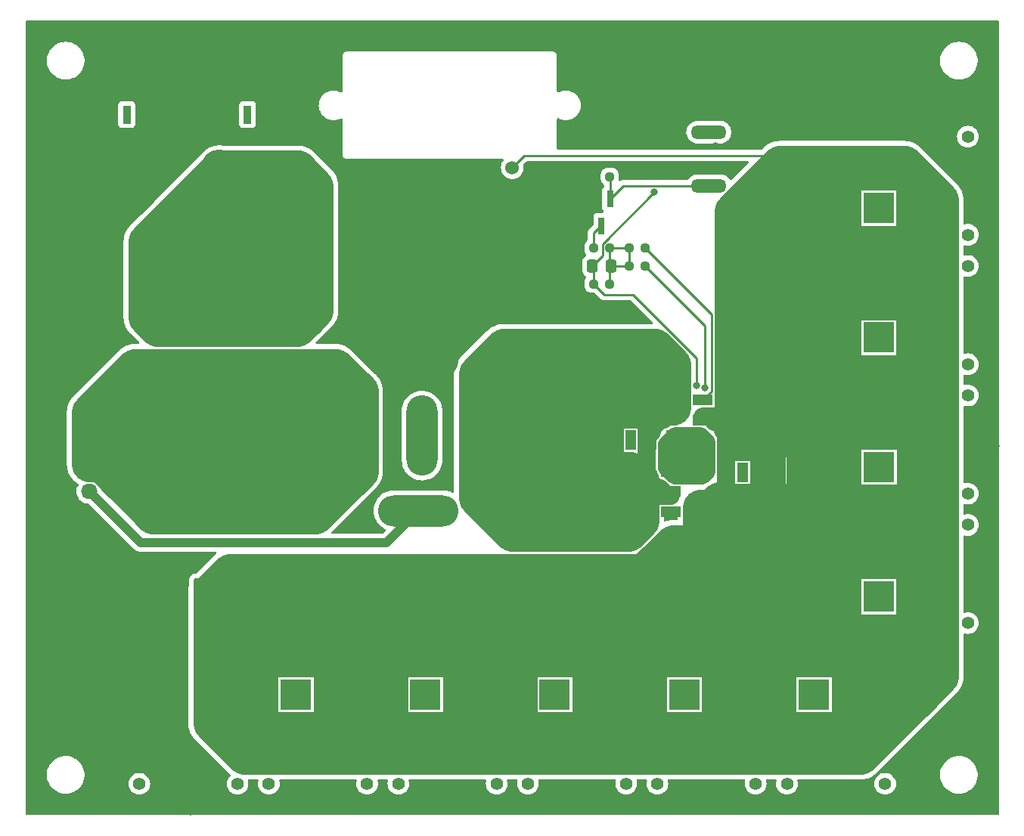
<source format=gbr>
%TF.GenerationSoftware,KiCad,Pcbnew,(6.0.11)*%
%TF.CreationDate,2023-09-13T23:25:56+09:00*%
%TF.ProjectId,Power,506f7765-722e-46b6-9963-61645f706362,rev?*%
%TF.SameCoordinates,Original*%
%TF.FileFunction,Copper,L1,Top*%
%TF.FilePolarity,Positive*%
%FSLAX46Y46*%
G04 Gerber Fmt 4.6, Leading zero omitted, Abs format (unit mm)*
G04 Created by KiCad (PCBNEW (6.0.11)) date 2023-09-13 23:25:56*
%MOMM*%
%LPD*%
G01*
G04 APERTURE LIST*
G04 Aperture macros list*
%AMRoundRect*
0 Rectangle with rounded corners*
0 $1 Rounding radius*
0 $2 $3 $4 $5 $6 $7 $8 $9 X,Y pos of 4 corners*
0 Add a 4 corners polygon primitive as box body*
4,1,4,$2,$3,$4,$5,$6,$7,$8,$9,$2,$3,0*
0 Add four circle primitives for the rounded corners*
1,1,$1+$1,$2,$3*
1,1,$1+$1,$4,$5*
1,1,$1+$1,$6,$7*
1,1,$1+$1,$8,$9*
0 Add four rect primitives between the rounded corners*
20,1,$1+$1,$2,$3,$4,$5,0*
20,1,$1+$1,$4,$5,$6,$7,0*
20,1,$1+$1,$6,$7,$8,$9,0*
20,1,$1+$1,$8,$9,$2,$3,0*%
G04 Aperture macros list end*
%TA.AperFunction,SMDPad,CuDef*%
%ADD10R,2.200000X1.200000*%
%TD*%
%TA.AperFunction,SMDPad,CuDef*%
%ADD11R,6.400000X5.800000*%
%TD*%
%TA.AperFunction,ComponentPad*%
%ADD12O,9.000000X3.500000*%
%TD*%
%TA.AperFunction,ComponentPad*%
%ADD13O,3.500000X9.000000*%
%TD*%
%TA.AperFunction,ComponentPad*%
%ADD14C,1.400000*%
%TD*%
%TA.AperFunction,ComponentPad*%
%ADD15R,3.500000X3.500000*%
%TD*%
%TA.AperFunction,ComponentPad*%
%ADD16C,3.500000*%
%TD*%
%TA.AperFunction,SMDPad,CuDef*%
%ADD17RoundRect,0.250001X1.999999X0.799999X-1.999999X0.799999X-1.999999X-0.799999X1.999999X-0.799999X0*%
%TD*%
%TA.AperFunction,SMDPad,CuDef*%
%ADD18R,0.800000X1.900000*%
%TD*%
%TA.AperFunction,ComponentPad*%
%ADD19C,1.524000*%
%TD*%
%TA.AperFunction,SMDPad,CuDef*%
%ADD20R,1.200000X2.200000*%
%TD*%
%TA.AperFunction,SMDPad,CuDef*%
%ADD21R,5.800000X6.400000*%
%TD*%
%TA.AperFunction,SMDPad,CuDef*%
%ADD22RoundRect,0.237500X-0.250000X-0.237500X0.250000X-0.237500X0.250000X0.237500X-0.250000X0.237500X0*%
%TD*%
%TA.AperFunction,ComponentPad*%
%ADD23RoundRect,0.250000X-0.675000X0.600000X-0.675000X-0.600000X0.675000X-0.600000X0.675000X0.600000X0*%
%TD*%
%TA.AperFunction,ComponentPad*%
%ADD24O,1.850000X1.700000*%
%TD*%
%TA.AperFunction,SMDPad,CuDef*%
%ADD25RoundRect,0.237500X0.250000X0.237500X-0.250000X0.237500X-0.250000X-0.237500X0.250000X-0.237500X0*%
%TD*%
%TA.AperFunction,ComponentPad*%
%ADD26R,0.900000X2.000000*%
%TD*%
%TA.AperFunction,ComponentPad*%
%ADD27RoundRect,1.025000X-1.025000X-1.025000X1.025000X-1.025000X1.025000X1.025000X-1.025000X1.025000X0*%
%TD*%
%TA.AperFunction,ComponentPad*%
%ADD28C,4.100000*%
%TD*%
%TA.AperFunction,ComponentPad*%
%ADD29C,2.780000*%
%TD*%
%TA.AperFunction,SMDPad,CuDef*%
%ADD30RoundRect,0.250000X-0.337500X-0.475000X0.337500X-0.475000X0.337500X0.475000X-0.337500X0.475000X0*%
%TD*%
%TA.AperFunction,ComponentPad*%
%ADD31O,4.000000X1.524000*%
%TD*%
%TA.AperFunction,ViaPad*%
%ADD32C,0.800000*%
%TD*%
%TA.AperFunction,Conductor*%
%ADD33C,0.250000*%
%TD*%
%TA.AperFunction,Conductor*%
%ADD34C,2.000000*%
%TD*%
%TA.AperFunction,Conductor*%
%ADD35C,4.000000*%
%TD*%
%TA.AperFunction,Conductor*%
%ADD36C,1.000000*%
%TD*%
G04 APERTURE END LIST*
D10*
%TO.P,Q2,1,G*%
%TO.N,GND*%
X164800000Y-99030995D03*
%TO.P,Q2,2,D*%
%TO.N,87*%
X164800000Y-96750995D03*
D11*
X158500000Y-96750995D03*
D10*
%TO.P,Q2,3,S*%
%TO.N,/S-S*%
X164800000Y-94470995D03*
%TD*%
D12*
%TO.P,K1,11A*%
%TO.N,30*%
X127060000Y-90470000D03*
D13*
%TO.P,K1,12*%
%TO.N,unconnected-(K1-Pad12)*%
X136960000Y-90470000D03*
%TO.P,K1,14*%
%TO.N,87*%
X144960000Y-90470000D03*
D12*
%TO.P,K1,A1*%
%TO.N,85*%
X136560000Y-98870000D03*
%TO.P,K1,A2*%
%TO.N,GND*%
X136560000Y-82070000D03*
%TD*%
D14*
%TO.P,J3,*%
%TO.N,*%
X198060000Y-85970000D03*
X198060000Y-96970000D03*
D15*
%TO.P,J3,1,Pin_1*%
%TO.N,GND*%
X188060000Y-93970000D03*
D16*
%TO.P,J3,2,Pin_2*%
%TO.N,VDD*%
X188060000Y-88970000D03*
%TD*%
D10*
%TO.P,Q4,1,G*%
%TO.N,Net-(Q4-Pad1)*%
X168400000Y-86470995D03*
D11*
%TO.P,Q4,2,D*%
%TO.N,VDD*%
X174700000Y-88750995D03*
D10*
X168400000Y-88750995D03*
%TO.P,Q4,3,S*%
%TO.N,/S-S*%
X168400000Y-91030995D03*
%TD*%
D17*
%TO.P,C2,1*%
%TO.N,VDD*%
X113660000Y-107470000D03*
%TO.P,C2,2*%
%TO.N,GND*%
X106460000Y-107470000D03*
%TD*%
D18*
%TO.P,Q5,1,G*%
%TO.N,Net-(Q5-Pad1)*%
X158010000Y-63970000D03*
%TO.P,Q5,2,S*%
%TO.N,GND*%
X156110000Y-63970000D03*
%TO.P,Q5,3,D*%
%TO.N,Net-(Q5-Pad3)*%
X157060000Y-66970000D03*
%TD*%
D19*
%TO.P,MES1,1,-*%
%TO.N,GND*%
X149060000Y-60470000D03*
%TO.P,MES1,2,+*%
%TO.N,VDD*%
X147060000Y-60455000D03*
%TD*%
D20*
%TO.P,Q1,1,G*%
%TO.N,GND*%
X160320000Y-90950995D03*
%TO.P,Q1,2,D*%
%TO.N,87*%
X162600000Y-90950995D03*
D21*
X162600000Y-84650995D03*
D20*
%TO.P,Q1,3,S*%
%TO.N,/S-S*%
X164880000Y-90950995D03*
%TD*%
%TO.P,Q3,1,G*%
%TO.N,Net-(Q3-Pad1)*%
X172880000Y-94550995D03*
D21*
%TO.P,Q3,2,D*%
%TO.N,VDD*%
X170600000Y-100850995D03*
D20*
X170600000Y-94550995D03*
%TO.P,Q3,3,S*%
%TO.N,/S-S*%
X168320000Y-94550995D03*
%TD*%
D22*
%TO.P,R2,1*%
%TO.N,/S-S*%
X156147500Y-73470000D03*
%TO.P,R2,2*%
%TO.N,\u4E3B\u96FB\u6E90\u30B9\u30A4\u30C3\u30C1*%
X157972500Y-73470000D03*
%TD*%
D14*
%TO.P,J4,*%
%TO.N,*%
X198060000Y-67970000D03*
X198060000Y-56970000D03*
D15*
%TO.P,J4,1,Pin_1*%
%TO.N,GND*%
X188060000Y-64970000D03*
D16*
%TO.P,J4,2,Pin_2*%
%TO.N,VDD*%
X188060000Y-59970000D03*
%TD*%
D23*
%TO.P,J2,1,Pin_1*%
%TO.N,30*%
X99710000Y-94220000D03*
D24*
%TO.P,J2,2,Pin_2*%
%TO.N,85*%
X99710000Y-96720000D03*
%TD*%
D14*
%TO.P,J8,*%
%TO.N,*%
X198060000Y-71470000D03*
X198060000Y-82470000D03*
D15*
%TO.P,J8,1,Pin_1*%
%TO.N,GND*%
X188060000Y-79470000D03*
D16*
%TO.P,J8,2,Pin_2*%
%TO.N,VDD*%
X188060000Y-74470000D03*
%TD*%
D25*
%TO.P,R3,1*%
%TO.N,Net-(Q3-Pad1)*%
X161972500Y-71470000D03*
%TO.P,R3,2*%
%TO.N,\u4E3B\u96FB\u6E90\u30B9\u30A4\u30C3\u30C1*%
X160147500Y-71470000D03*
%TD*%
D14*
%TO.P,J10,*%
%TO.N,*%
X188810000Y-129470000D03*
X177810000Y-129470000D03*
D15*
%TO.P,J10,1,Pin_1*%
%TO.N,GND*%
X180810000Y-119470000D03*
D16*
%TO.P,J10,2,Pin_2*%
%TO.N,VDD*%
X185810000Y-119470000D03*
%TD*%
D26*
%TO.P,J1,*%
%TO.N,*%
X117410000Y-54510000D03*
X103910000Y-54510000D03*
D27*
%TO.P,J1,1,Pin_1*%
%TO.N,GND*%
X107060000Y-60510000D03*
D28*
%TO.P,J1,2,Pin_2*%
%TO.N,+12V*%
X114260000Y-60510000D03*
%TD*%
D14*
%TO.P,J9,*%
%TO.N,*%
X134310000Y-129470000D03*
X145310000Y-129470000D03*
D15*
%TO.P,J9,1,Pin_1*%
%TO.N,GND*%
X137310000Y-119470000D03*
D16*
%TO.P,J9,2,Pin_2*%
%TO.N,VDD*%
X142310000Y-119470000D03*
%TD*%
D29*
%TO.P,F1,1*%
%TO.N,+12V*%
X110760000Y-78510000D03*
X107360000Y-78510000D03*
%TO.P,F1,2*%
%TO.N,30*%
X110760000Y-88430000D03*
X107360000Y-88430000D03*
%TD*%
D14*
%TO.P,J5,*%
%TO.N,*%
X105310000Y-129470000D03*
X116310000Y-129470000D03*
D15*
%TO.P,J5,1,Pin_1*%
%TO.N,GND*%
X108310000Y-119470000D03*
D16*
%TO.P,J5,2,Pin_2*%
%TO.N,VDD*%
X113310000Y-119470000D03*
%TD*%
D22*
%TO.P,R4,1*%
%TO.N,\u4E3B\u96FB\u6E90\u30B9\u30A4\u30C3\u30C1*%
X160147500Y-69470000D03*
%TO.P,R4,2*%
%TO.N,Net-(Q4-Pad1)*%
X161972500Y-69470000D03*
%TD*%
D30*
%TO.P,C1,1*%
%TO.N,/S-S*%
X156022500Y-71470000D03*
%TO.P,C1,2*%
%TO.N,\u4E3B\u96FB\u6E90\u30B9\u30A4\u30C3\u30C1*%
X158097500Y-71470000D03*
%TD*%
D14*
%TO.P,J6,*%
%TO.N,*%
X148810000Y-129470000D03*
X159810000Y-129470000D03*
D15*
%TO.P,J6,1,Pin_1*%
%TO.N,GND*%
X151810000Y-119470000D03*
D16*
%TO.P,J6,2,Pin_2*%
%TO.N,VDD*%
X156810000Y-119470000D03*
%TD*%
D14*
%TO.P,J12,*%
%TO.N,*%
X130810000Y-129470000D03*
X119810000Y-129470000D03*
D15*
%TO.P,J12,1,Pin_1*%
%TO.N,GND*%
X122810000Y-119470000D03*
D16*
%TO.P,J12,2,Pin_2*%
%TO.N,VDD*%
X127810000Y-119470000D03*
%TD*%
D25*
%TO.P,R6,1*%
%TO.N,Net-(Q5-Pad1)*%
X157972500Y-61470000D03*
%TO.P,R6,2*%
%TO.N,GND*%
X156147500Y-61470000D03*
%TD*%
D14*
%TO.P,J7,*%
%TO.N,*%
X198060000Y-111470000D03*
X198060000Y-100470000D03*
D15*
%TO.P,J7,1,Pin_1*%
%TO.N,GND*%
X188060000Y-108470000D03*
D16*
%TO.P,J7,2,Pin_2*%
%TO.N,VDD*%
X188060000Y-103470000D03*
%TD*%
D22*
%TO.P,R5,1*%
%TO.N,Net-(Q5-Pad3)*%
X156147500Y-69470000D03*
%TO.P,R5,2*%
%TO.N,\u4E3B\u96FB\u6E90\u30B9\u30A4\u30C3\u30C1*%
X157972500Y-69470000D03*
%TD*%
D14*
%TO.P,J11,*%
%TO.N,*%
X163310000Y-129470000D03*
X174310000Y-129470000D03*
D15*
%TO.P,J11,1,Pin_1*%
%TO.N,GND*%
X166310000Y-119470000D03*
D16*
%TO.P,J11,2,Pin_2*%
%TO.N,VDD*%
X171310000Y-119470000D03*
%TD*%
D31*
%TO.P,SW1,1,A*%
%TO.N,Net-(Q5-Pad1)*%
X169060000Y-62470000D03*
%TO.P,SW1,2,B*%
%TO.N,/S-S*%
X169060000Y-56470000D03*
%TD*%
D32*
%TO.N,GND*%
X165320000Y-99050000D03*
X164160000Y-99090000D03*
%TO.N,/S-S*%
X167679198Y-84854951D03*
X164525497Y-91305497D03*
X162965005Y-63194500D03*
X164705000Y-92115000D03*
X167989920Y-90619045D03*
X164400000Y-93860000D03*
%TO.N,GND*%
X145140000Y-59990000D03*
X159720000Y-60820000D03*
X152820000Y-57760000D03*
X152410000Y-55860000D03*
X102520000Y-112540000D03*
X93510000Y-132410000D03*
X200910000Y-52030000D03*
X132350000Y-132310000D03*
X169800000Y-58050000D03*
X158020000Y-129550000D03*
X154610000Y-73010000D03*
X191860000Y-52220000D03*
X152480000Y-51260000D03*
X154980000Y-76940000D03*
X201000000Y-67690000D03*
X128710000Y-68920000D03*
X200950000Y-77190000D03*
X139250000Y-95670000D03*
X102920000Y-65650000D03*
X98270000Y-107790000D03*
X154460000Y-132410000D03*
X198160000Y-80720000D03*
X140300000Y-44640000D03*
X126910000Y-50700000D03*
X198040000Y-118110000D03*
X161480000Y-129500000D03*
X191170000Y-44990000D03*
X114580000Y-56890000D03*
X198160000Y-66210000D03*
X186910000Y-48310000D03*
X200930000Y-132090000D03*
X164970000Y-129610000D03*
X93500000Y-92280000D03*
X105970000Y-107770000D03*
X138030000Y-75180000D03*
X160310000Y-90520000D03*
X158580000Y-51960000D03*
X198050000Y-95060000D03*
X94330000Y-65420000D03*
X94450000Y-79810000D03*
X198070000Y-84250000D03*
X156460000Y-62450000D03*
X200930000Y-117420000D03*
X101880000Y-119570000D03*
X118030000Y-129590000D03*
X127060000Y-55680000D03*
X161440000Y-77350000D03*
X139590000Y-85230000D03*
X150620000Y-129610000D03*
X174610000Y-57850000D03*
X157360000Y-46230000D03*
X166350000Y-44790000D03*
X131260000Y-100760000D03*
X141640000Y-80380000D03*
X193050000Y-57160000D03*
X198100000Y-102470000D03*
X93730000Y-45030000D03*
X93210000Y-116090000D03*
X101110000Y-52590000D03*
X150620000Y-64430000D03*
X201180000Y-91620000D03*
X109900000Y-123880000D03*
X125400000Y-132220000D03*
X97350000Y-96180000D03*
X146760000Y-67560000D03*
X129000000Y-129610000D03*
X140040000Y-132410000D03*
X98670000Y-101440000D03*
X163200000Y-60720000D03*
X98530000Y-72890000D03*
X152440000Y-44640000D03*
X105170000Y-47760000D03*
X96580000Y-121850000D03*
X104130000Y-104130000D03*
X93210000Y-126040000D03*
X179720000Y-44890000D03*
X138490000Y-67980000D03*
X197990000Y-73270000D03*
X198040000Y-122180000D03*
X187380000Y-53620000D03*
X134110000Y-95570000D03*
X100310000Y-131980000D03*
X201060000Y-106290000D03*
X172260000Y-129540000D03*
X200720000Y-44870000D03*
X148370000Y-76750000D03*
X198120000Y-69720000D03*
X166350000Y-57690000D03*
X130500000Y-81080000D03*
X111180000Y-51810000D03*
X147060000Y-129580000D03*
X109860000Y-116010000D03*
X102810000Y-79920000D03*
X110060000Y-111390000D03*
X159790000Y-57520000D03*
X100880000Y-45030000D03*
X134280000Y-68020000D03*
X186880000Y-129560000D03*
X121640000Y-129650000D03*
X198130000Y-98670000D03*
X96060000Y-85780000D03*
X133140000Y-78490000D03*
X134060000Y-85800000D03*
X112320000Y-104210000D03*
X118190000Y-46980000D03*
X164690000Y-48230000D03*
X136690000Y-60130000D03*
X193570000Y-132150000D03*
X198130000Y-87860000D03*
X168590000Y-132400000D03*
X126290000Y-79550000D03*
X93280000Y-105870000D03*
X189630000Y-127310000D03*
X147320000Y-46010000D03*
X143980000Y-72500000D03*
X171720000Y-60590000D03*
X200560000Y-57260000D03*
X105790000Y-126140000D03*
X136160000Y-129640000D03*
X127190000Y-59440000D03*
X110350000Y-128930000D03*
X179650000Y-129570000D03*
X198610000Y-62210000D03*
X123000000Y-50470000D03*
X154840000Y-68210000D03*
X194240000Y-126020000D03*
X156570000Y-64930000D03*
X150020000Y-71390000D03*
X173900000Y-48620000D03*
X98010000Y-57660000D03*
X167240000Y-60760000D03*
X198130000Y-109560000D03*
X128560000Y-100760000D03*
X140980000Y-63520000D03*
X184490000Y-56750000D03*
X98270000Y-115860000D03*
X171900000Y-54940000D03*
X178180000Y-54890000D03*
X94000000Y-52370000D03*
X132650000Y-63130000D03*
X165390000Y-52270000D03*
X200760000Y-126020000D03*
X180480000Y-52060000D03*
X183390000Y-132480000D03*
X176020000Y-129610000D03*
X100340000Y-126240000D03*
X143160000Y-129560000D03*
X111060000Y-132580000D03*
X132390000Y-73930000D03*
X111400000Y-44780000D03*
X114650000Y-128500000D03*
X123450000Y-45010000D03*
X160310000Y-91500000D03*
X132490000Y-45680000D03*
%TO.N,Net-(Q3-Pad1)*%
X168650500Y-85090698D03*
X172880000Y-94550995D03*
%TD*%
D33*
%TO.N,/S-S*%
X156147500Y-73470000D02*
X156147500Y-71595000D01*
D34*
X164880000Y-90950995D02*
X165280000Y-90550995D01*
X168400000Y-92810000D02*
X168400000Y-94470995D01*
X167920000Y-94950995D02*
X168320000Y-94550995D01*
X168400000Y-91030995D02*
X168400000Y-91810000D01*
X168320000Y-92690000D02*
X168800000Y-92210000D01*
X168140995Y-90550995D02*
X167920000Y-90550995D01*
X164400000Y-91810000D02*
X164400000Y-93860000D01*
X168800000Y-92210000D02*
X168800000Y-94470000D01*
X168400000Y-91030995D02*
X168400000Y-92810000D01*
X168800000Y-92210000D02*
X168800000Y-91210000D01*
X168400000Y-91810000D02*
X168800000Y-92210000D01*
X168319005Y-94950995D02*
X167920000Y-94950995D01*
X167920000Y-90550995D02*
X168400000Y-91030995D01*
X168320000Y-94550995D02*
X168320000Y-91110995D01*
X168320000Y-91110995D02*
X168400000Y-91030995D01*
X164400000Y-91430995D02*
X164400000Y-91810000D01*
D33*
X157160000Y-70332500D02*
X156022500Y-71470000D01*
D34*
X167539005Y-92810000D02*
X165280000Y-90550995D01*
D33*
X162965005Y-63194500D02*
X157160000Y-68999505D01*
X160580500Y-74670000D02*
X167679198Y-81768698D01*
D34*
X164525497Y-91305497D02*
X164400000Y-91430995D01*
X164705000Y-92115000D02*
X164400000Y-91810000D01*
X164800000Y-94470995D02*
X165280000Y-94950995D01*
D33*
X156147500Y-73470000D02*
X157347500Y-74670000D01*
D34*
X168400000Y-94470995D02*
X168320000Y-94550995D01*
D33*
X167679198Y-81768698D02*
X167679198Y-84854951D01*
D34*
X168400000Y-92810000D02*
X167539005Y-92810000D01*
D33*
X157347500Y-74670000D02*
X160580500Y-74670000D01*
X156147500Y-71595000D02*
X156022500Y-71470000D01*
D34*
X168320000Y-94550995D02*
X167140995Y-94550995D01*
X168800000Y-94470000D02*
X168319005Y-94950995D01*
X168800000Y-91210000D02*
X168140995Y-90550995D01*
X165280000Y-90550995D02*
X167920000Y-90550995D01*
X164400000Y-94070995D02*
X164800000Y-94470995D01*
X164880000Y-90950995D02*
X164525497Y-91305497D01*
X164400000Y-93860000D02*
X164400000Y-94070995D01*
X167140995Y-94550995D02*
X164705000Y-92115000D01*
D33*
X157160000Y-68999505D02*
X157160000Y-70332500D01*
D34*
X168320000Y-94550995D02*
X168320000Y-92690000D01*
X165280000Y-94950995D02*
X167920000Y-94950995D01*
D33*
%TO.N,\u4E3B\u96FB\u6E90\u30B9\u30A4\u30C3\u30C1*%
X157972500Y-69470000D02*
X160147500Y-69470000D01*
X157972500Y-69470000D02*
X157972500Y-73470000D01*
X160147500Y-71470000D02*
X158097500Y-71470000D01*
X160147500Y-71470000D02*
X160147500Y-69470000D01*
D35*
%TO.N,VDD*%
X184110000Y-112420000D02*
X161010000Y-112420000D01*
X117110000Y-107420000D02*
X115360000Y-109170000D01*
X195060000Y-103470000D02*
X195060000Y-107470000D01*
X126760000Y-121470000D02*
X128710000Y-123420000D01*
X188060000Y-74470000D02*
X184110000Y-70520000D01*
X147860000Y-123420000D02*
X147860000Y-115520000D01*
X167110000Y-123420000D02*
X166060000Y-123420000D01*
D34*
X171000000Y-88410000D02*
X171000000Y-90530000D01*
D35*
X113310000Y-118220000D02*
X113310000Y-107820000D01*
X184110000Y-107420000D02*
X180660000Y-110870000D01*
X175680000Y-97090000D02*
X175680000Y-91250995D01*
X156810000Y-122370000D02*
X155760000Y-123420000D01*
X192060000Y-103470000D02*
X190060000Y-101470000D01*
X133360000Y-123420000D02*
X135010000Y-123420000D01*
X182779005Y-63189005D02*
X182779005Y-62350995D01*
X184060000Y-103470000D02*
X181060000Y-100470000D01*
D34*
X171000000Y-90530000D02*
X171000000Y-90298730D01*
D35*
X195060000Y-110220000D02*
X185810000Y-119470000D01*
X113310000Y-107820000D02*
X113660000Y-107470000D01*
X174700000Y-88750995D02*
X174700000Y-70430000D01*
X171310000Y-119470000D02*
X171310000Y-122370000D01*
X195060000Y-74470000D02*
X195060000Y-83470000D01*
D34*
X170940995Y-88350995D02*
X171000000Y-88410000D01*
D35*
X185810000Y-122370000D02*
X184760000Y-123420000D01*
X188060000Y-88970000D02*
X188060000Y-86470000D01*
X176986901Y-59970000D02*
X171700000Y-65256901D01*
X171700000Y-73430000D02*
X171700000Y-75830000D01*
X192010000Y-97920000D02*
X184110000Y-97920000D01*
X161010000Y-126420000D02*
X161060000Y-126470000D01*
X182360000Y-62770000D02*
X185160000Y-59970000D01*
X184110000Y-97920000D02*
X184110000Y-95520000D01*
X188060000Y-69470000D02*
X188610000Y-68920000D01*
X182779005Y-63189005D02*
X182360000Y-62770000D01*
X113310000Y-119470000D02*
X113310000Y-122720000D01*
X176440995Y-97850995D02*
X179679005Y-97850995D01*
X174060000Y-126470000D02*
X186060000Y-126470000D01*
X184110000Y-112420000D02*
X184110000Y-115520000D01*
X161060000Y-126470000D02*
X174060000Y-126470000D01*
X192010000Y-75520000D02*
X192010000Y-83420000D01*
X184760000Y-122670000D02*
X184010000Y-123420000D01*
X195060000Y-74470000D02*
X192010000Y-71420000D01*
X182360000Y-62770000D02*
X171700000Y-73430000D01*
X113310000Y-116220000D02*
X113310000Y-118220000D01*
D34*
X173536630Y-89914365D02*
X174700000Y-88750995D01*
X171000000Y-90298730D02*
X170615635Y-89914365D01*
X169940995Y-88350995D02*
X169940995Y-88589005D01*
D35*
X184110000Y-99520000D02*
X187560000Y-102970000D01*
X195060000Y-107470000D02*
X195060000Y-110220000D01*
X171700000Y-68830000D02*
X171700000Y-75830000D01*
X168100000Y-98470000D02*
X169325483Y-98470000D01*
D34*
X171000000Y-90530000D02*
X171000000Y-100450995D01*
D35*
X170440996Y-97850995D02*
X170192742Y-97602741D01*
X145010000Y-112420000D02*
X130110000Y-112420000D01*
X192010000Y-70520000D02*
X192010000Y-68920000D01*
X192010000Y-90020000D02*
X192060000Y-90070000D01*
D34*
X169940995Y-88350995D02*
X168400000Y-88350995D01*
D35*
X190560000Y-121970000D02*
X192560000Y-119970000D01*
X188060000Y-74470000D02*
X195060000Y-74470000D01*
D34*
X174700000Y-88750995D02*
X174300000Y-88350995D01*
D35*
X176360000Y-68770000D02*
X182360000Y-62770000D01*
X176440995Y-97850995D02*
X170440996Y-97850995D01*
X170260000Y-123420000D02*
X167110000Y-123420000D01*
X161010000Y-112420000D02*
X158110000Y-112420000D01*
X169080000Y-100850995D02*
X170600000Y-100850995D01*
X188060000Y-88970000D02*
X188060000Y-90020000D01*
X184110000Y-93420000D02*
X184110000Y-99520000D01*
X113310000Y-122720000D02*
X117060000Y-126470000D01*
X184110000Y-99520000D02*
X182440995Y-97850995D01*
X192010000Y-104520000D02*
X162949696Y-104520000D01*
X167491147Y-102439848D02*
X168100000Y-101830995D01*
X170192742Y-97602741D02*
X170600000Y-98009999D01*
X184110000Y-104520000D02*
X184110000Y-107420000D01*
X117060000Y-126470000D02*
X117060000Y-110870000D01*
X145010000Y-112420000D02*
X145010000Y-125420000D01*
X192060000Y-103470000D02*
X166060000Y-103470000D01*
X171310000Y-122370000D02*
X170260000Y-123420000D01*
X171700000Y-65256901D02*
X171700000Y-68830000D01*
D33*
X148420000Y-59095000D02*
X176111901Y-59095000D01*
D35*
X192010000Y-112420000D02*
X192010000Y-104520000D01*
X184110000Y-115520000D02*
X190560000Y-121970000D01*
X188060000Y-59970000D02*
X190960000Y-59970000D01*
X126760000Y-123420000D02*
X118860000Y-123420000D01*
X184010000Y-123420000D02*
X183010000Y-123420000D01*
X127810000Y-122370000D02*
X126760000Y-123420000D01*
X173660000Y-126070000D02*
X174060000Y-126470000D01*
X189060000Y-101470000D02*
X187560000Y-102970000D01*
X192010000Y-112420000D02*
X192010000Y-119420000D01*
X192560000Y-119970000D02*
X195060000Y-117470000D01*
D34*
X174300000Y-88350995D02*
X170940995Y-88350995D01*
D35*
X184110000Y-107420000D02*
X184110000Y-112420000D01*
X167491147Y-102439848D02*
X169080000Y-100850995D01*
X168100000Y-101830995D02*
X168100000Y-98470000D01*
X171700000Y-75830000D02*
X171700000Y-88350995D01*
X187560000Y-102970000D02*
X188060000Y-103470000D01*
X185160000Y-103470000D02*
X184110000Y-104520000D01*
X170260000Y-119470000D02*
X170260000Y-123420000D01*
D34*
X171000000Y-100450995D02*
X170600000Y-100850995D01*
D35*
X195060000Y-103470000D02*
X192060000Y-103470000D01*
D33*
X176111901Y-59095000D02*
X176986901Y-59970000D01*
D35*
X182779005Y-91350995D02*
X182779005Y-92089005D01*
X185160000Y-59970000D02*
X188060000Y-59970000D01*
X130110000Y-112420000D02*
X117110000Y-112420000D01*
X188060000Y-75520000D02*
X192010000Y-75520000D01*
X176360000Y-88770000D02*
X179679005Y-92089005D01*
X185810000Y-119470000D02*
X185810000Y-122370000D01*
X182779005Y-82750995D02*
X182779005Y-63189005D01*
X158110000Y-123520000D02*
X161060000Y-126470000D01*
X180560000Y-59970000D02*
X181560000Y-59970000D01*
X117060000Y-126470000D02*
X146060000Y-126470000D01*
X179679005Y-92089005D02*
X179679005Y-65450995D01*
X180679005Y-100850995D02*
X170600000Y-100850995D01*
X171700000Y-68830000D02*
X180560000Y-59970000D01*
X192010000Y-83420000D02*
X185010000Y-83420000D01*
X183448010Y-83420000D02*
X182779005Y-82750995D01*
X147860000Y-115520000D02*
X155760000Y-115520000D01*
X145010000Y-125420000D02*
X146060000Y-126470000D01*
D34*
X170615635Y-89914365D02*
X173536630Y-89914365D01*
D35*
X192060000Y-90070000D02*
X192060000Y-97870000D01*
X181060000Y-100470000D02*
X180679005Y-100850995D01*
X165029848Y-102439848D02*
X167491147Y-102439848D01*
X184110000Y-99520000D02*
X193110000Y-99520000D01*
X127810000Y-119470000D02*
X127810000Y-122370000D01*
X193110000Y-99520000D02*
X195060000Y-101470000D01*
X117060000Y-110870000D02*
X115360000Y-109170000D01*
X161799696Y-105670000D02*
X165029848Y-102439848D01*
X188060000Y-90020000D02*
X184110000Y-90020000D01*
X186060000Y-126470000D02*
X190560000Y-121970000D01*
X180660000Y-110870000D02*
X173660000Y-110870000D01*
X173660000Y-110870000D02*
X117060000Y-110870000D01*
X130110000Y-123420000D02*
X141260000Y-123420000D01*
X128710000Y-123420000D02*
X130110000Y-123420000D01*
D33*
X147060000Y-60455000D02*
X148420000Y-59095000D01*
D35*
X184110000Y-112420000D02*
X192010000Y-112420000D01*
X184110000Y-90020000D02*
X182779005Y-91350995D01*
X166060000Y-103470000D02*
X165029848Y-102439848D01*
X161010000Y-112420000D02*
X161010000Y-126420000D01*
X188060000Y-75520000D02*
X184110000Y-75520000D01*
X182440995Y-97850995D02*
X176440995Y-97850995D01*
X176440995Y-97850995D02*
X175680000Y-97090000D01*
X168060000Y-115520000D02*
X170260000Y-115520000D01*
X192060000Y-97870000D02*
X192010000Y-97920000D01*
D34*
X170383370Y-88914365D02*
X170615635Y-89146630D01*
D35*
X192010000Y-68920000D02*
X192010000Y-61020000D01*
X192010000Y-119420000D02*
X192560000Y-119970000D01*
X170600000Y-98009999D02*
X170600000Y-100850995D01*
X175680000Y-91250995D02*
X172060000Y-91250995D01*
X155760000Y-123420000D02*
X147860000Y-123420000D01*
X182779005Y-62350995D02*
X184110000Y-61020000D01*
X176860000Y-123420000D02*
X176860000Y-115520000D01*
X184110000Y-75520000D02*
X182779005Y-76850995D01*
X170260000Y-115520000D02*
X170260000Y-119470000D01*
X190960000Y-59970000D02*
X195060000Y-64070000D01*
X195060000Y-83470000D02*
X195060000Y-87470000D01*
X117110000Y-112420000D02*
X113310000Y-116220000D01*
X184110000Y-90020000D02*
X192010000Y-90020000D01*
X195060000Y-64070000D02*
X195060000Y-74470000D01*
D34*
X170940995Y-88350995D02*
X169940995Y-88350995D01*
D35*
X146060000Y-126470000D02*
X161060000Y-126470000D01*
D34*
X169940995Y-88589005D02*
X169615635Y-88914365D01*
D35*
X182779005Y-92089005D02*
X179679005Y-92089005D01*
X195060000Y-87470000D02*
X195060000Y-101470000D01*
X188060000Y-74470000D02*
X188060000Y-75520000D01*
X188060000Y-86470000D02*
X185010000Y-83420000D01*
X184760000Y-115520000D02*
X184760000Y-122670000D01*
D34*
X170615635Y-89146630D02*
X170615635Y-89914365D01*
X169615635Y-88914365D02*
X170383370Y-88914365D01*
D35*
X115360000Y-109170000D02*
X113660000Y-107470000D01*
X193560000Y-88970000D02*
X195060000Y-87470000D01*
X173660000Y-110870000D02*
X173660000Y-126070000D01*
X141260000Y-123420000D02*
X141260000Y-115520000D01*
X184110000Y-61020000D02*
X184110000Y-68920000D01*
X192010000Y-61020000D02*
X184110000Y-61020000D01*
X188610000Y-68920000D02*
X192010000Y-68920000D01*
X118860000Y-123420000D02*
X118860000Y-115520000D01*
X184760000Y-123420000D02*
X183010000Y-123420000D01*
X195060000Y-117470000D02*
X195060000Y-107470000D01*
X192010000Y-71420000D02*
X192010000Y-70520000D01*
X184110000Y-112420000D02*
X185010000Y-112420000D01*
X181560000Y-59970000D02*
X176986901Y-59970000D01*
X183010000Y-123420000D02*
X176860000Y-123420000D01*
X158110000Y-112420000D02*
X145010000Y-112420000D01*
X184110000Y-70520000D02*
X184110000Y-68920000D01*
X179679005Y-65450995D02*
X182360000Y-62770000D01*
X184110000Y-93420000D02*
X182779005Y-92089005D01*
X195060000Y-101470000D02*
X195060000Y-103470000D01*
X188060000Y-88970000D02*
X193560000Y-83470000D01*
X113310000Y-119470000D02*
X113310000Y-118220000D01*
X162949696Y-104520000D02*
X161799696Y-105670000D01*
X179679005Y-97850995D02*
X184110000Y-93420000D01*
X115460000Y-105670000D02*
X161799696Y-105670000D01*
X162360000Y-115520000D02*
X168060000Y-115520000D01*
X190060000Y-101470000D02*
X189060000Y-101470000D01*
X184110000Y-68920000D02*
X188610000Y-68920000D01*
X118860000Y-115520000D02*
X126760000Y-115520000D01*
X182779005Y-76850995D02*
X182779005Y-78750995D01*
X184110000Y-61020000D02*
X184110000Y-93420000D01*
X185010000Y-112420000D02*
X192560000Y-119970000D01*
X133360000Y-115520000D02*
X133360000Y-123420000D01*
X188060000Y-74470000D02*
X192010000Y-70520000D01*
X188060000Y-103470000D02*
X184060000Y-103470000D01*
X185010000Y-83420000D02*
X183448010Y-83420000D01*
X176360000Y-68770000D02*
X176360000Y-88770000D01*
X184110000Y-107420000D02*
X117110000Y-107420000D01*
X182779005Y-92089005D02*
X182779005Y-82750995D01*
X158110000Y-112420000D02*
X158110000Y-123520000D01*
X166060000Y-123420000D02*
X162360000Y-123420000D01*
X185160000Y-59970000D02*
X184110000Y-61020000D01*
X188060000Y-88970000D02*
X193560000Y-88970000D01*
X130110000Y-112420000D02*
X130110000Y-123420000D01*
X193560000Y-83470000D02*
X195060000Y-83470000D01*
X179679005Y-97850995D02*
X179679005Y-92089005D01*
X176860000Y-115520000D02*
X184760000Y-115520000D01*
X162360000Y-123420000D02*
X162360000Y-115520000D01*
X156810000Y-119470000D02*
X156810000Y-122370000D01*
X141260000Y-115520000D02*
X133360000Y-115520000D01*
X174700000Y-70430000D02*
X176360000Y-68770000D01*
X188060000Y-59970000D02*
X181560000Y-59970000D01*
X188060000Y-103470000D02*
X185160000Y-103470000D01*
X155760000Y-115520000D02*
X155760000Y-123420000D01*
X188060000Y-74470000D02*
X188060000Y-69470000D01*
X169325483Y-98470000D02*
X170192742Y-97602741D01*
X126760000Y-115520000D02*
X126760000Y-121470000D01*
X113660000Y-107470000D02*
X115460000Y-105670000D01*
%TO.N,+12V*%
X121060000Y-65470000D02*
X121060000Y-62550000D01*
X106060000Y-77210000D02*
X107360000Y-78510000D01*
X124060000Y-77470000D02*
X121060000Y-74470000D01*
X123100000Y-60510000D02*
X125060000Y-62470000D01*
X107360000Y-67410000D02*
X108680000Y-66090000D01*
X117060000Y-76470000D02*
X119060000Y-74470000D01*
X110760000Y-78510000D02*
X110760000Y-68170000D01*
X114260000Y-72670000D02*
X114260000Y-77750000D01*
X114260000Y-73670000D02*
X114260000Y-72670000D01*
X118100000Y-60510000D02*
X118100000Y-73510000D01*
X117060000Y-76470000D02*
X114260000Y-73670000D01*
X125060000Y-67470000D02*
X123060000Y-67470000D01*
X114260000Y-77750000D02*
X115020000Y-78510000D01*
X106060000Y-68710000D02*
X106060000Y-77210000D01*
X121060000Y-75470000D02*
X121060000Y-74470000D01*
X125060000Y-67470000D02*
X125060000Y-71470000D01*
X114260000Y-60510000D02*
X114260000Y-64270000D01*
X123060000Y-67470000D02*
X121060000Y-69470000D01*
X121060000Y-65470000D02*
X125060000Y-65470000D01*
X121060000Y-69470000D02*
X121060000Y-65470000D01*
X119060000Y-72470000D02*
X119060000Y-61470000D01*
X125060000Y-62470000D02*
X125060000Y-65470000D01*
X118100000Y-60510000D02*
X114260000Y-60510000D01*
X107360000Y-78510000D02*
X107360000Y-67410000D01*
X121060000Y-62550000D02*
X123100000Y-60510000D01*
X125060000Y-73470000D02*
X125060000Y-76470000D01*
X114260000Y-60510000D02*
X108680000Y-66090000D01*
X125060000Y-71470000D02*
X125060000Y-73470000D01*
X112060000Y-66470000D02*
X112060000Y-75550000D01*
X119060000Y-61470000D02*
X118100000Y-60510000D01*
X123060000Y-71470000D02*
X121060000Y-69470000D01*
X123020000Y-78510000D02*
X125060000Y-76470000D01*
X125060000Y-62470000D02*
X121140000Y-62470000D01*
X110760000Y-68170000D02*
X108680000Y-66090000D01*
X118100000Y-73510000D02*
X119060000Y-74470000D01*
X108680000Y-66090000D02*
X106060000Y-68710000D01*
X121060000Y-75470000D02*
X123060000Y-73470000D01*
X110760000Y-78510000D02*
X123020000Y-78510000D01*
X121060000Y-75470000D02*
X121060000Y-69470000D01*
X119060000Y-74470000D02*
X119060000Y-72470000D01*
X114260000Y-60510000D02*
X123100000Y-60510000D01*
X112060000Y-75550000D02*
X115020000Y-78510000D01*
X121060000Y-74470000D02*
X119060000Y-72470000D01*
X114260000Y-64270000D02*
X114260000Y-72670000D01*
X125060000Y-71470000D02*
X123060000Y-71470000D01*
X115020000Y-78510000D02*
X117060000Y-76470000D01*
X123060000Y-73470000D02*
X125060000Y-73470000D01*
X107360000Y-78510000D02*
X115020000Y-78510000D01*
X125060000Y-65470000D02*
X125060000Y-67470000D01*
X121140000Y-62470000D02*
X121060000Y-62550000D01*
X114260000Y-64270000D02*
X112060000Y-66470000D01*
X125060000Y-76470000D02*
X124060000Y-77470000D01*
%TO.N,30*%
X107360000Y-83410000D02*
X108060000Y-82710000D01*
X127060000Y-90470000D02*
X102910000Y-90470000D01*
X130060000Y-88470000D02*
X130060000Y-92470000D01*
X130060000Y-85470000D02*
X130060000Y-88470000D01*
X108060000Y-82710000D02*
X108820000Y-82710000D01*
X101985000Y-91395000D02*
X99710000Y-93670000D01*
X129060000Y-92470000D02*
X127060000Y-90470000D01*
X104454175Y-97075825D02*
X127454175Y-97075825D01*
X102060000Y-85470000D02*
X99710000Y-87820000D01*
X130060000Y-94470000D02*
X125060000Y-99470000D01*
X110760000Y-88430000D02*
X104950000Y-88430000D01*
X130060000Y-92470000D02*
X129060000Y-92470000D01*
X104950000Y-88430000D02*
X101985000Y-91395000D01*
X104454175Y-97075825D02*
X102954175Y-95575825D01*
X127300000Y-82710000D02*
X130060000Y-85470000D01*
X108820000Y-82710000D02*
X127300000Y-82710000D01*
X130060000Y-88470000D02*
X100360000Y-88470000D01*
X102910000Y-90470000D02*
X101985000Y-91395000D01*
X130060000Y-94470000D02*
X129060000Y-93470000D01*
X102954175Y-95575825D02*
X101048351Y-93670000D01*
X106848351Y-99470000D02*
X104454175Y-97075825D01*
X130060000Y-85470000D02*
X102060000Y-85470000D01*
X99710000Y-87820000D02*
X99710000Y-93670000D01*
X102954175Y-95575825D02*
X101048350Y-93670000D01*
X101048350Y-93670000D02*
X99710000Y-93670000D01*
X108820000Y-82710000D02*
X104820000Y-82710000D01*
X99910000Y-93470000D02*
X99710000Y-93670000D01*
X127454175Y-97075825D02*
X130060000Y-94470000D01*
X130060000Y-92470000D02*
X130060000Y-94470000D01*
X104820000Y-82710000D02*
X99710000Y-87820000D01*
X125060000Y-99470000D02*
X106848351Y-99470000D01*
X129060000Y-93470000D02*
X99910000Y-93470000D01*
X107360000Y-88430000D02*
X107360000Y-83410000D01*
X100360000Y-88470000D02*
X99710000Y-87820000D01*
D36*
%TO.N,85*%
X99710000Y-96720000D02*
X105460000Y-102470000D01*
X132960000Y-102470000D02*
X136560000Y-98870000D01*
X105460000Y-102470000D02*
X132960000Y-102470000D01*
D34*
%TO.N,87*%
X162120000Y-92410000D02*
X162120000Y-95890995D01*
D35*
X162600000Y-84650995D02*
X160240995Y-84650995D01*
D34*
X162120000Y-88410000D02*
X162120000Y-90410000D01*
D35*
X160240995Y-84650995D02*
X158060000Y-82470000D01*
X165100000Y-87310995D02*
X165060000Y-87350995D01*
X158060000Y-82470000D02*
X148060000Y-82470000D01*
D34*
X158500000Y-96750995D02*
X158900000Y-97150995D01*
D35*
X148060000Y-82470000D02*
X147560000Y-81970000D01*
D34*
X163379005Y-97150995D02*
X163873868Y-96656132D01*
D35*
X147060000Y-101470000D02*
X149060000Y-101470000D01*
D34*
X164060000Y-88650995D02*
X163080000Y-88650995D01*
X162880995Y-89530000D02*
X165060000Y-87350995D01*
D35*
X156879005Y-84650995D02*
X152879005Y-84650995D01*
X158500000Y-96750995D02*
X157520000Y-95770995D01*
X152879005Y-84650995D02*
X150779005Y-84650995D01*
X157520000Y-95770995D02*
X157520000Y-95010000D01*
D34*
X162879005Y-87650995D02*
X162120000Y-88410000D01*
D35*
X149240995Y-91650995D02*
X146510000Y-88920000D01*
D34*
X163240995Y-88650995D02*
X164060000Y-88650995D01*
X162654863Y-90064863D02*
X162680000Y-90039726D01*
D35*
X152879005Y-91289005D02*
X152879005Y-84650995D01*
X146060000Y-80470000D02*
X151060000Y-80470000D01*
D34*
X162120000Y-89530000D02*
X162654863Y-90064863D01*
D35*
X158500000Y-96750995D02*
X151240995Y-96750995D01*
D34*
X164060000Y-88650995D02*
X165060000Y-87650995D01*
X162200000Y-89530995D02*
X162200000Y-90950995D01*
D35*
X149060000Y-101470000D02*
X152060000Y-101470000D01*
X143060000Y-95470000D02*
X146560000Y-98970000D01*
X163060000Y-80470000D02*
X165100000Y-82510000D01*
X157520000Y-88470000D02*
X161339005Y-84650995D01*
X156060000Y-80470000D02*
X163060000Y-80470000D01*
X163060000Y-84190995D02*
X162600000Y-84650995D01*
X165060000Y-83470000D02*
X165100000Y-83430000D01*
X150779005Y-84650995D02*
X148510000Y-86920000D01*
X162600000Y-84650995D02*
X162600000Y-87650995D01*
X143060000Y-86470000D02*
X143060000Y-95470000D01*
X149560000Y-98970000D02*
X147060000Y-96470000D01*
X158339005Y-87650995D02*
X157520000Y-88470000D01*
X162959005Y-84650995D02*
X165100000Y-82510000D01*
D34*
X162600000Y-88010000D02*
X163240995Y-88650995D01*
D35*
X146560000Y-98970000D02*
X149060000Y-101470000D01*
D34*
X162600000Y-84650995D02*
X162600000Y-88010000D01*
D35*
X151060000Y-80470000D02*
X156060000Y-80470000D01*
X161339005Y-84650995D02*
X162600000Y-84650995D01*
D34*
X162120000Y-88410000D02*
X162120000Y-89530000D01*
X165060000Y-87650995D02*
X165060000Y-87350995D01*
D35*
X143060000Y-86470000D02*
X147560000Y-81970000D01*
X152879005Y-84650995D02*
X144879005Y-84650995D01*
X147060000Y-95470000D02*
X149060000Y-93470000D01*
X162600000Y-84650995D02*
X162959005Y-84650995D01*
X149060000Y-80470000D02*
X151060000Y-80470000D01*
X161500000Y-100030000D02*
X161500000Y-95470000D01*
X158060000Y-82470000D02*
X156060000Y-80470000D01*
X163060000Y-80470000D02*
X163060000Y-84190995D01*
D34*
X162120000Y-90410000D02*
X162120000Y-92410000D01*
D35*
X143060000Y-86470000D02*
X143060000Y-83470000D01*
X143060000Y-83470000D02*
X146060000Y-80470000D01*
D34*
X161820995Y-97230995D02*
X161500000Y-96910000D01*
D35*
X162600000Y-86930000D02*
X161879005Y-87650995D01*
X157520000Y-88470000D02*
X150060000Y-88470000D01*
D34*
X162120000Y-95890995D02*
X163380000Y-97150995D01*
X163873868Y-96656132D02*
X163488731Y-96270995D01*
X163080000Y-88650995D02*
X162200000Y-89530995D01*
D35*
X160280995Y-94250995D02*
X158279005Y-94250995D01*
D34*
X164800000Y-97230995D02*
X161820995Y-97230995D01*
D35*
X156879005Y-91650995D02*
X156879005Y-84650995D01*
X148510000Y-86920000D02*
X146510000Y-88920000D01*
X161879005Y-87650995D02*
X161060000Y-87650995D01*
D34*
X158900000Y-97150995D02*
X163379005Y-97150995D01*
D35*
X158500000Y-96750995D02*
X156779005Y-96750995D01*
X165060000Y-87350995D02*
X165060000Y-83470000D01*
X157520000Y-95010000D02*
X157520000Y-88470000D01*
X143060000Y-95470000D02*
X143060000Y-97470000D01*
X149060000Y-93470000D02*
X155060000Y-93470000D01*
X158279005Y-94250995D02*
X157520000Y-95010000D01*
X156779005Y-96750995D02*
X154560000Y-98970000D01*
X144879005Y-84650995D02*
X143060000Y-86470000D01*
X160060000Y-101470000D02*
X161500000Y-100030000D01*
X156879005Y-91650995D02*
X149240995Y-91650995D01*
D34*
X163380000Y-97150995D02*
X164800000Y-97150995D01*
D35*
X161060000Y-87650995D02*
X158339005Y-87650995D01*
X154560000Y-98970000D02*
X149560000Y-98970000D01*
X155060000Y-93470000D02*
X156879005Y-91650995D01*
X162600000Y-84650995D02*
X162600000Y-86930000D01*
X147560000Y-81970000D02*
X149060000Y-80470000D01*
X161500000Y-95470000D02*
X160280995Y-94250995D01*
X155060000Y-93470000D02*
X152879005Y-91289005D01*
X149560000Y-98970000D02*
X146560000Y-98970000D01*
X143060000Y-97470000D02*
X147060000Y-101470000D01*
D34*
X162120000Y-89530000D02*
X162880995Y-89530000D01*
D35*
X162600000Y-87650995D02*
X162120000Y-87650995D01*
X151240995Y-96750995D02*
X144960000Y-90470000D01*
X152060000Y-101470000D02*
X160060000Y-101470000D01*
X146510000Y-88920000D02*
X144960000Y-90470000D01*
X165100000Y-83430000D02*
X165100000Y-82510000D01*
X165100000Y-87150995D02*
X165100000Y-87310995D01*
X154560000Y-98970000D02*
X152060000Y-101470000D01*
X162600000Y-84650995D02*
X156879005Y-84650995D01*
X162600000Y-84650995D02*
X165100000Y-87150995D01*
X150060000Y-88470000D02*
X148510000Y-86920000D01*
X147060000Y-96470000D02*
X147060000Y-95470000D01*
D33*
%TO.N,Net-(Q3-Pad1)*%
X168650500Y-78148000D02*
X168650500Y-85090698D01*
X161972500Y-71470000D02*
X168650500Y-78148000D01*
%TO.N,Net-(Q4-Pad1)*%
X169375000Y-76872500D02*
X161972500Y-69470000D01*
X168400000Y-86470995D02*
X169375000Y-85495995D01*
X169375000Y-85495995D02*
X169375000Y-76872500D01*
%TO.N,Net-(Q5-Pad1)*%
X159510000Y-62470000D02*
X158010000Y-63970000D01*
X158010000Y-63970000D02*
X158010000Y-61507500D01*
X169060000Y-62470000D02*
X159510000Y-62470000D01*
X158010000Y-61507500D02*
X157972500Y-61470000D01*
%TO.N,Net-(Q5-Pad3)*%
X156147500Y-67772500D02*
X156950000Y-66970000D01*
X156950000Y-66970000D02*
X157060000Y-66970000D01*
X156147500Y-69470000D02*
X156147500Y-67772500D01*
%TD*%
%TA.AperFunction,Conductor*%
%TO.N,GND*%
G36*
X201493621Y-43998502D02*
G01*
X201540114Y-44052158D01*
X201551500Y-44104500D01*
X201551500Y-132835500D01*
X201531498Y-132903621D01*
X201477842Y-132950114D01*
X201425500Y-132961500D01*
X92694500Y-132961500D01*
X92626379Y-132941498D01*
X92579886Y-132887842D01*
X92568500Y-132835500D01*
X92568500Y-128602703D01*
X94950743Y-128602703D01*
X94951302Y-128606947D01*
X94951302Y-128606951D01*
X94962265Y-128690224D01*
X94988268Y-128887734D01*
X94989401Y-128891874D01*
X94989401Y-128891876D01*
X94998923Y-128926684D01*
X95064129Y-129165036D01*
X95176923Y-129429476D01*
X95324561Y-129676161D01*
X95504313Y-129900528D01*
X95712851Y-130098423D01*
X95946317Y-130266186D01*
X95950112Y-130268195D01*
X95950113Y-130268196D01*
X95971869Y-130279715D01*
X96200392Y-130400712D01*
X96470373Y-130499511D01*
X96751264Y-130560755D01*
X96779841Y-130563004D01*
X96974282Y-130578307D01*
X96974291Y-130578307D01*
X96976739Y-130578500D01*
X97132271Y-130578500D01*
X97134407Y-130578354D01*
X97134418Y-130578354D01*
X97342548Y-130564165D01*
X97342554Y-130564164D01*
X97346825Y-130563873D01*
X97351020Y-130563004D01*
X97351022Y-130563004D01*
X97544619Y-130522912D01*
X97628342Y-130505574D01*
X97899343Y-130409607D01*
X98154812Y-130277750D01*
X98158313Y-130275289D01*
X98158317Y-130275287D01*
X98272417Y-130195096D01*
X98390023Y-130112441D01*
X98600622Y-129916740D01*
X98782713Y-129694268D01*
X98920145Y-129470000D01*
X104096884Y-129470000D01*
X104115314Y-129680655D01*
X104116738Y-129685968D01*
X104116738Y-129685970D01*
X104119851Y-129697586D01*
X104170044Y-129884910D01*
X104172366Y-129889891D01*
X104172367Y-129889892D01*
X104186249Y-129919661D01*
X104259411Y-130076558D01*
X104380699Y-130249776D01*
X104530224Y-130399301D01*
X104703442Y-130520589D01*
X104708420Y-130522910D01*
X104708423Y-130522912D01*
X104827319Y-130578354D01*
X104895090Y-130609956D01*
X104900398Y-130611378D01*
X104900400Y-130611379D01*
X105094030Y-130663262D01*
X105094032Y-130663262D01*
X105099345Y-130664686D01*
X105310000Y-130683116D01*
X105520655Y-130664686D01*
X105525968Y-130663262D01*
X105525970Y-130663262D01*
X105719600Y-130611379D01*
X105719602Y-130611378D01*
X105724910Y-130609956D01*
X105792681Y-130578354D01*
X105911577Y-130522912D01*
X105911580Y-130522910D01*
X105916558Y-130520589D01*
X106089776Y-130399301D01*
X106239301Y-130249776D01*
X106360589Y-130076558D01*
X106433752Y-129919661D01*
X106447633Y-129889892D01*
X106447634Y-129889891D01*
X106449956Y-129884910D01*
X106500150Y-129697586D01*
X106503262Y-129685970D01*
X106503262Y-129685968D01*
X106504686Y-129680655D01*
X106523116Y-129470000D01*
X106504686Y-129259345D01*
X106503262Y-129254030D01*
X106451379Y-129060400D01*
X106451378Y-129060398D01*
X106449956Y-129055090D01*
X106427802Y-129007581D01*
X106362912Y-128868423D01*
X106362910Y-128868420D01*
X106360589Y-128863442D01*
X106239301Y-128690224D01*
X106089776Y-128540699D01*
X105916558Y-128419411D01*
X105911580Y-128417090D01*
X105911577Y-128417088D01*
X105729892Y-128332367D01*
X105729891Y-128332366D01*
X105724910Y-128330044D01*
X105719602Y-128328622D01*
X105719600Y-128328621D01*
X105525970Y-128276738D01*
X105525968Y-128276738D01*
X105520655Y-128275314D01*
X105310000Y-128256884D01*
X105099345Y-128275314D01*
X105094032Y-128276738D01*
X105094030Y-128276738D01*
X104900400Y-128328621D01*
X104900398Y-128328622D01*
X104895090Y-128330044D01*
X104890109Y-128332366D01*
X104890108Y-128332367D01*
X104708423Y-128417088D01*
X104708420Y-128417090D01*
X104703442Y-128419411D01*
X104530224Y-128540699D01*
X104380699Y-128690224D01*
X104259411Y-128863442D01*
X104257090Y-128868420D01*
X104257088Y-128868423D01*
X104192198Y-129007581D01*
X104170044Y-129055090D01*
X104168622Y-129060398D01*
X104168621Y-129060400D01*
X104116738Y-129254030D01*
X104115314Y-129259345D01*
X104096884Y-129470000D01*
X98920145Y-129470000D01*
X98932927Y-129449142D01*
X99013837Y-129264825D01*
X99046757Y-129189830D01*
X99048483Y-129185898D01*
X99127244Y-128909406D01*
X99161253Y-128670440D01*
X99167146Y-128629036D01*
X99167146Y-128629034D01*
X99167751Y-128624784D01*
X99167845Y-128606951D01*
X99169235Y-128341583D01*
X99169235Y-128341576D01*
X99169257Y-128337297D01*
X99158671Y-128256884D01*
X99132292Y-128056522D01*
X99131732Y-128052266D01*
X99055871Y-127774964D01*
X98943077Y-127510524D01*
X98795439Y-127263839D01*
X98615687Y-127039472D01*
X98407149Y-126841577D01*
X98173683Y-126673814D01*
X98151843Y-126662250D01*
X98128654Y-126649972D01*
X97919608Y-126539288D01*
X97649627Y-126440489D01*
X97368736Y-126379245D01*
X97337685Y-126376801D01*
X97145718Y-126361693D01*
X97145709Y-126361693D01*
X97143261Y-126361500D01*
X96987729Y-126361500D01*
X96985593Y-126361646D01*
X96985582Y-126361646D01*
X96777452Y-126375835D01*
X96777446Y-126375836D01*
X96773175Y-126376127D01*
X96768980Y-126376996D01*
X96768978Y-126376996D01*
X96632417Y-126405276D01*
X96491658Y-126434426D01*
X96220657Y-126530393D01*
X95965188Y-126662250D01*
X95961687Y-126664711D01*
X95961683Y-126664713D01*
X95951594Y-126671804D01*
X95729977Y-126827559D01*
X95519378Y-127023260D01*
X95337287Y-127245732D01*
X95187073Y-127490858D01*
X95071517Y-127754102D01*
X94992756Y-128030594D01*
X94989672Y-128052266D01*
X94953738Y-128304757D01*
X94952249Y-128315216D01*
X94952227Y-128319505D01*
X94952226Y-128319512D01*
X94950765Y-128598417D01*
X94950743Y-128602703D01*
X92568500Y-128602703D01*
X92568500Y-93591051D01*
X97197780Y-93591051D01*
X97197904Y-93595002D01*
X97197904Y-93595008D01*
X97201438Y-93707445D01*
X97201500Y-93711403D01*
X97201500Y-93827821D01*
X97201996Y-93831746D01*
X97201996Y-93831749D01*
X97205709Y-93861139D01*
X97206640Y-93872967D01*
X97207695Y-93906537D01*
X97208314Y-93910443D01*
X97208315Y-93910457D01*
X97212948Y-93939704D01*
X97214250Y-93951499D01*
X97216359Y-93985020D01*
X97230421Y-94058733D01*
X97231655Y-94066526D01*
X97241060Y-94140975D01*
X97242043Y-94144805D01*
X97242044Y-94144808D01*
X97249413Y-94173507D01*
X97251821Y-94185133D01*
X97257073Y-94218294D01*
X97258178Y-94222096D01*
X97266442Y-94250541D01*
X97269213Y-94262085D01*
X97275505Y-94295072D01*
X97293904Y-94351697D01*
X97298689Y-94366425D01*
X97300894Y-94374017D01*
X97319557Y-94446702D01*
X97331926Y-94477941D01*
X97335761Y-94489143D01*
X97345134Y-94521405D01*
X97346708Y-94525042D01*
X97346709Y-94525045D01*
X97358471Y-94552226D01*
X97362667Y-94563331D01*
X97371817Y-94591490D01*
X97373044Y-94595266D01*
X97404984Y-94663142D01*
X97408127Y-94670405D01*
X97435753Y-94740179D01*
X97437657Y-94743642D01*
X97437661Y-94743651D01*
X97447716Y-94761941D01*
X97451878Y-94769510D01*
X97451931Y-94769607D01*
X97457145Y-94780250D01*
X97470490Y-94811087D01*
X97481528Y-94829751D01*
X97487589Y-94840000D01*
X97493137Y-94850477D01*
X97507438Y-94880869D01*
X97542694Y-94936423D01*
X97547641Y-94944218D01*
X97551669Y-94951030D01*
X97585906Y-95013305D01*
X97587816Y-95016779D01*
X97590142Y-95019981D01*
X97590143Y-95019982D01*
X97607550Y-95043941D01*
X97614066Y-95053861D01*
X97615982Y-95057100D01*
X97631166Y-95082775D01*
X97633590Y-95085900D01*
X97651750Y-95109312D01*
X97658574Y-95119022D01*
X97676568Y-95147375D01*
X97679086Y-95150419D01*
X97679092Y-95150427D01*
X97724402Y-95205197D01*
X97729254Y-95211453D01*
X97771013Y-95268930D01*
X97771020Y-95268938D01*
X97773346Y-95272140D01*
X97776055Y-95275024D01*
X97776056Y-95275026D01*
X97796337Y-95296623D01*
X97804046Y-95305649D01*
X97824626Y-95332181D01*
X97848363Y-95355918D01*
X97856353Y-95364697D01*
X97877767Y-95390582D01*
X97932475Y-95441956D01*
X97938044Y-95447525D01*
X97989418Y-95502233D01*
X97992469Y-95504757D01*
X97992470Y-95504758D01*
X98015303Y-95523647D01*
X98024082Y-95531637D01*
X98047819Y-95555374D01*
X98071437Y-95573694D01*
X98074351Y-95575954D01*
X98083377Y-95583663D01*
X98094647Y-95594246D01*
X98107860Y-95606654D01*
X98111062Y-95608980D01*
X98111070Y-95608987D01*
X98168547Y-95650746D01*
X98174803Y-95655598D01*
X98229573Y-95700908D01*
X98229581Y-95700914D01*
X98232625Y-95703432D01*
X98235961Y-95705549D01*
X98260977Y-95721425D01*
X98270688Y-95728250D01*
X98297225Y-95748834D01*
X98303825Y-95752737D01*
X98326139Y-95765934D01*
X98336059Y-95772450D01*
X98363221Y-95792184D01*
X98366684Y-95794088D01*
X98366689Y-95794091D01*
X98428365Y-95827997D01*
X98478423Y-95878342D01*
X98493317Y-95947759D01*
X98475877Y-96001354D01*
X98476246Y-96001542D01*
X98371760Y-96207051D01*
X98303393Y-96427227D01*
X98302692Y-96432516D01*
X98277005Y-96626329D01*
X98273102Y-96655774D01*
X98273302Y-96661103D01*
X98273302Y-96661105D01*
X98274192Y-96684805D01*
X98281751Y-96886158D01*
X98329093Y-97111791D01*
X98331051Y-97116750D01*
X98331052Y-97116752D01*
X98354125Y-97175175D01*
X98413776Y-97326221D01*
X98416543Y-97330780D01*
X98416544Y-97330783D01*
X98506045Y-97478276D01*
X98533377Y-97523317D01*
X98684477Y-97697445D01*
X98688608Y-97700832D01*
X98858627Y-97840240D01*
X98858633Y-97840244D01*
X98862755Y-97843624D01*
X98867391Y-97846263D01*
X98867394Y-97846265D01*
X98966115Y-97902460D01*
X99063114Y-97957675D01*
X99279825Y-98036337D01*
X99285074Y-98037286D01*
X99285077Y-98037287D01*
X99502608Y-98076623D01*
X99502615Y-98076624D01*
X99506692Y-98077361D01*
X99524414Y-98078197D01*
X99529356Y-98078430D01*
X99529363Y-98078430D01*
X99530844Y-98078500D01*
X99590075Y-98078500D01*
X99658196Y-98098502D01*
X99679170Y-98115405D01*
X104703145Y-103139379D01*
X104712247Y-103149522D01*
X104735968Y-103179025D01*
X104740696Y-103182992D01*
X104774421Y-103211291D01*
X104778069Y-103214472D01*
X104779881Y-103216115D01*
X104782075Y-103218309D01*
X104815349Y-103245642D01*
X104816147Y-103246304D01*
X104887474Y-103306154D01*
X104892144Y-103308722D01*
X104896261Y-103312103D01*
X104954145Y-103343140D01*
X104978086Y-103355977D01*
X104979245Y-103356606D01*
X105055381Y-103398462D01*
X105055389Y-103398465D01*
X105060787Y-103401433D01*
X105065869Y-103403045D01*
X105070563Y-103405562D01*
X105159531Y-103432762D01*
X105160559Y-103433082D01*
X105249306Y-103461235D01*
X105254602Y-103461829D01*
X105259698Y-103463387D01*
X105352257Y-103472790D01*
X105353393Y-103472911D01*
X105387008Y-103476681D01*
X105399730Y-103478108D01*
X105399734Y-103478108D01*
X105403227Y-103478500D01*
X105406754Y-103478500D01*
X105407739Y-103478555D01*
X105413419Y-103479002D01*
X105442825Y-103481989D01*
X105450337Y-103482752D01*
X105450339Y-103482752D01*
X105456462Y-103483374D01*
X105502108Y-103479059D01*
X105513967Y-103478500D01*
X113819101Y-103478500D01*
X113887222Y-103498502D01*
X113933715Y-103552158D01*
X113943819Y-103622432D01*
X113914325Y-103687012D01*
X113902426Y-103699014D01*
X113832136Y-103760983D01*
X113829166Y-103763521D01*
X113739418Y-103837767D01*
X113736707Y-103840654D01*
X113659699Y-103922659D01*
X113656944Y-103925501D01*
X111997823Y-105584623D01*
X111997819Y-105584626D01*
X111774626Y-105807819D01*
X111774623Y-105807823D01*
X111707851Y-105874595D01*
X111645539Y-105908621D01*
X111618756Y-105911500D01*
X111609600Y-105911500D01*
X111606354Y-105911837D01*
X111606350Y-105911837D01*
X111510693Y-105921762D01*
X111510689Y-105921763D01*
X111503835Y-105922474D01*
X111497299Y-105924655D01*
X111497297Y-105924655D01*
X111365195Y-105968728D01*
X111336055Y-105978450D01*
X111185652Y-106071522D01*
X111060695Y-106196697D01*
X110967885Y-106347262D01*
X110912203Y-106515139D01*
X110901500Y-106619600D01*
X110901500Y-107083964D01*
X110896682Y-107117818D01*
X110896340Y-107118767D01*
X110895479Y-107122621D01*
X110889014Y-107151543D01*
X110885881Y-107162993D01*
X110876730Y-107191157D01*
X110875505Y-107194928D01*
X110874763Y-107198820D01*
X110853685Y-107309312D01*
X110852894Y-107313136D01*
X110827485Y-107426808D01*
X110824438Y-107459044D01*
X110824325Y-107460238D01*
X110822652Y-107471990D01*
X110817102Y-107501082D01*
X110817101Y-107501091D01*
X110816359Y-107504980D01*
X110816110Y-107508941D01*
X110809050Y-107621169D01*
X110808743Y-107625085D01*
X110797780Y-107741051D01*
X110797904Y-107745002D01*
X110797904Y-107745008D01*
X110801438Y-107857445D01*
X110801500Y-107861403D01*
X110801500Y-116095754D01*
X110800941Y-116107611D01*
X110797780Y-116141051D01*
X110797904Y-116145002D01*
X110797904Y-116145008D01*
X110801438Y-116257445D01*
X110801500Y-116261403D01*
X110801500Y-122678597D01*
X110801438Y-122682555D01*
X110797780Y-122798949D01*
X110808743Y-122914915D01*
X110809048Y-122918807D01*
X110816359Y-123035020D01*
X110817101Y-123038909D01*
X110817102Y-123038918D01*
X110822652Y-123068010D01*
X110824325Y-123079762D01*
X110827485Y-123113192D01*
X110852894Y-123226864D01*
X110853685Y-123230688D01*
X110875505Y-123345072D01*
X110876729Y-123348839D01*
X110876730Y-123348843D01*
X110885881Y-123377007D01*
X110889014Y-123388456D01*
X110896340Y-123421233D01*
X110935803Y-123530845D01*
X110937056Y-123534507D01*
X110973044Y-123645266D01*
X110974726Y-123648841D01*
X110974729Y-123648848D01*
X110987344Y-123675657D01*
X110991885Y-123686621D01*
X111001920Y-123714493D01*
X111001924Y-123714501D01*
X111003261Y-123718216D01*
X111005050Y-123721727D01*
X111005053Y-123721734D01*
X111056126Y-123821969D01*
X111057863Y-123825515D01*
X111107438Y-123930869D01*
X111109559Y-123934211D01*
X111109560Y-123934213D01*
X111125434Y-123959226D01*
X111131312Y-123969531D01*
X111146559Y-123999455D01*
X111148786Y-124002732D01*
X111148789Y-124002737D01*
X111212003Y-124095753D01*
X111214171Y-124099053D01*
X111276568Y-124197375D01*
X111279096Y-124200430D01*
X111279099Y-124200435D01*
X111297980Y-124223259D01*
X111305103Y-124232746D01*
X111323977Y-124260518D01*
X111326596Y-124263489D01*
X111326601Y-124263495D01*
X111400972Y-124347850D01*
X111403532Y-124350847D01*
X111477767Y-124440582D01*
X111480654Y-124443293D01*
X111562675Y-124520316D01*
X111565517Y-124523071D01*
X115198364Y-128155918D01*
X115206343Y-128164684D01*
X115227767Y-128190582D01*
X115282475Y-128241956D01*
X115288044Y-128247525D01*
X115339418Y-128302233D01*
X115376668Y-128333049D01*
X115397227Y-128350057D01*
X115403164Y-128355291D01*
X115454967Y-128403938D01*
X115454973Y-128403943D01*
X115457860Y-128406654D01*
X115461071Y-128408987D01*
X115464113Y-128411503D01*
X115462807Y-128413081D01*
X115501284Y-128462688D01*
X115507560Y-128533406D01*
X115473094Y-128597829D01*
X115380699Y-128690224D01*
X115259411Y-128863442D01*
X115257090Y-128868420D01*
X115257088Y-128868423D01*
X115192198Y-129007581D01*
X115170044Y-129055090D01*
X115168622Y-129060398D01*
X115168621Y-129060400D01*
X115116738Y-129254030D01*
X115115314Y-129259345D01*
X115096884Y-129470000D01*
X115115314Y-129680655D01*
X115116738Y-129685968D01*
X115116738Y-129685970D01*
X115119851Y-129697586D01*
X115170044Y-129884910D01*
X115172366Y-129889891D01*
X115172367Y-129889892D01*
X115186249Y-129919661D01*
X115259411Y-130076558D01*
X115380699Y-130249776D01*
X115530224Y-130399301D01*
X115703442Y-130520589D01*
X115708420Y-130522910D01*
X115708423Y-130522912D01*
X115827319Y-130578354D01*
X115895090Y-130609956D01*
X115900398Y-130611378D01*
X115900400Y-130611379D01*
X116094030Y-130663262D01*
X116094032Y-130663262D01*
X116099345Y-130664686D01*
X116310000Y-130683116D01*
X116520655Y-130664686D01*
X116525968Y-130663262D01*
X116525970Y-130663262D01*
X116719600Y-130611379D01*
X116719602Y-130611378D01*
X116724910Y-130609956D01*
X116792681Y-130578354D01*
X116911577Y-130522912D01*
X116911580Y-130522910D01*
X116916558Y-130520589D01*
X117089776Y-130399301D01*
X117239301Y-130249776D01*
X117360589Y-130076558D01*
X117433752Y-129919661D01*
X117447633Y-129889892D01*
X117447634Y-129889891D01*
X117449956Y-129884910D01*
X117500150Y-129697586D01*
X117503262Y-129685970D01*
X117503262Y-129685968D01*
X117504686Y-129680655D01*
X117523116Y-129470000D01*
X117504686Y-129259345D01*
X117471933Y-129137109D01*
X117473623Y-129066135D01*
X117513417Y-129007339D01*
X117578681Y-128979391D01*
X117593640Y-128978500D01*
X118526360Y-128978500D01*
X118594481Y-128998502D01*
X118640974Y-129052158D01*
X118651078Y-129122432D01*
X118648069Y-129137100D01*
X118615314Y-129259345D01*
X118596884Y-129470000D01*
X118615314Y-129680655D01*
X118616738Y-129685968D01*
X118616738Y-129685970D01*
X118619851Y-129697586D01*
X118670044Y-129884910D01*
X118672366Y-129889891D01*
X118672367Y-129889892D01*
X118686249Y-129919661D01*
X118759411Y-130076558D01*
X118880699Y-130249776D01*
X119030224Y-130399301D01*
X119203442Y-130520589D01*
X119208420Y-130522910D01*
X119208423Y-130522912D01*
X119327319Y-130578354D01*
X119395090Y-130609956D01*
X119400398Y-130611378D01*
X119400400Y-130611379D01*
X119594030Y-130663262D01*
X119594032Y-130663262D01*
X119599345Y-130664686D01*
X119810000Y-130683116D01*
X120020655Y-130664686D01*
X120025968Y-130663262D01*
X120025970Y-130663262D01*
X120219600Y-130611379D01*
X120219602Y-130611378D01*
X120224910Y-130609956D01*
X120292681Y-130578354D01*
X120411577Y-130522912D01*
X120411580Y-130522910D01*
X120416558Y-130520589D01*
X120589776Y-130399301D01*
X120739301Y-130249776D01*
X120860589Y-130076558D01*
X120933752Y-129919661D01*
X120947633Y-129889892D01*
X120947634Y-129889891D01*
X120949956Y-129884910D01*
X121000150Y-129697586D01*
X121003262Y-129685970D01*
X121003262Y-129685968D01*
X121004686Y-129680655D01*
X121023116Y-129470000D01*
X121004686Y-129259345D01*
X120971933Y-129137109D01*
X120973623Y-129066135D01*
X121013417Y-129007339D01*
X121078681Y-128979391D01*
X121093640Y-128978500D01*
X129526360Y-128978500D01*
X129594481Y-128998502D01*
X129640974Y-129052158D01*
X129651078Y-129122432D01*
X129648069Y-129137100D01*
X129615314Y-129259345D01*
X129596884Y-129470000D01*
X129615314Y-129680655D01*
X129616738Y-129685968D01*
X129616738Y-129685970D01*
X129619851Y-129697586D01*
X129670044Y-129884910D01*
X129672366Y-129889891D01*
X129672367Y-129889892D01*
X129686249Y-129919661D01*
X129759411Y-130076558D01*
X129880699Y-130249776D01*
X130030224Y-130399301D01*
X130203442Y-130520589D01*
X130208420Y-130522910D01*
X130208423Y-130522912D01*
X130327319Y-130578354D01*
X130395090Y-130609956D01*
X130400398Y-130611378D01*
X130400400Y-130611379D01*
X130594030Y-130663262D01*
X130594032Y-130663262D01*
X130599345Y-130664686D01*
X130810000Y-130683116D01*
X131020655Y-130664686D01*
X131025968Y-130663262D01*
X131025970Y-130663262D01*
X131219600Y-130611379D01*
X131219602Y-130611378D01*
X131224910Y-130609956D01*
X131292681Y-130578354D01*
X131411577Y-130522912D01*
X131411580Y-130522910D01*
X131416558Y-130520589D01*
X131589776Y-130399301D01*
X131739301Y-130249776D01*
X131860589Y-130076558D01*
X131933752Y-129919661D01*
X131947633Y-129889892D01*
X131947634Y-129889891D01*
X131949956Y-129884910D01*
X132000150Y-129697586D01*
X132003262Y-129685970D01*
X132003262Y-129685968D01*
X132004686Y-129680655D01*
X132023116Y-129470000D01*
X132004686Y-129259345D01*
X131971933Y-129137109D01*
X131973623Y-129066135D01*
X132013417Y-129007339D01*
X132078681Y-128979391D01*
X132093640Y-128978500D01*
X133026360Y-128978500D01*
X133094481Y-128998502D01*
X133140974Y-129052158D01*
X133151078Y-129122432D01*
X133148069Y-129137100D01*
X133115314Y-129259345D01*
X133096884Y-129470000D01*
X133115314Y-129680655D01*
X133116738Y-129685968D01*
X133116738Y-129685970D01*
X133119851Y-129697586D01*
X133170044Y-129884910D01*
X133172366Y-129889891D01*
X133172367Y-129889892D01*
X133186249Y-129919661D01*
X133259411Y-130076558D01*
X133380699Y-130249776D01*
X133530224Y-130399301D01*
X133703442Y-130520589D01*
X133708420Y-130522910D01*
X133708423Y-130522912D01*
X133827319Y-130578354D01*
X133895090Y-130609956D01*
X133900398Y-130611378D01*
X133900400Y-130611379D01*
X134094030Y-130663262D01*
X134094032Y-130663262D01*
X134099345Y-130664686D01*
X134310000Y-130683116D01*
X134520655Y-130664686D01*
X134525968Y-130663262D01*
X134525970Y-130663262D01*
X134719600Y-130611379D01*
X134719602Y-130611378D01*
X134724910Y-130609956D01*
X134792681Y-130578354D01*
X134911577Y-130522912D01*
X134911580Y-130522910D01*
X134916558Y-130520589D01*
X135089776Y-130399301D01*
X135239301Y-130249776D01*
X135360589Y-130076558D01*
X135433752Y-129919661D01*
X135447633Y-129889892D01*
X135447634Y-129889891D01*
X135449956Y-129884910D01*
X135500150Y-129697586D01*
X135503262Y-129685970D01*
X135503262Y-129685968D01*
X135504686Y-129680655D01*
X135523116Y-129470000D01*
X135504686Y-129259345D01*
X135471933Y-129137109D01*
X135473623Y-129066135D01*
X135513417Y-129007339D01*
X135578681Y-128979391D01*
X135593640Y-128978500D01*
X144026360Y-128978500D01*
X144094481Y-128998502D01*
X144140974Y-129052158D01*
X144151078Y-129122432D01*
X144148069Y-129137100D01*
X144115314Y-129259345D01*
X144096884Y-129470000D01*
X144115314Y-129680655D01*
X144116738Y-129685968D01*
X144116738Y-129685970D01*
X144119851Y-129697586D01*
X144170044Y-129884910D01*
X144172366Y-129889891D01*
X144172367Y-129889892D01*
X144186249Y-129919661D01*
X144259411Y-130076558D01*
X144380699Y-130249776D01*
X144530224Y-130399301D01*
X144703442Y-130520589D01*
X144708420Y-130522910D01*
X144708423Y-130522912D01*
X144827319Y-130578354D01*
X144895090Y-130609956D01*
X144900398Y-130611378D01*
X144900400Y-130611379D01*
X145094030Y-130663262D01*
X145094032Y-130663262D01*
X145099345Y-130664686D01*
X145310000Y-130683116D01*
X145520655Y-130664686D01*
X145525968Y-130663262D01*
X145525970Y-130663262D01*
X145719600Y-130611379D01*
X145719602Y-130611378D01*
X145724910Y-130609956D01*
X145792681Y-130578354D01*
X145911577Y-130522912D01*
X145911580Y-130522910D01*
X145916558Y-130520589D01*
X146089776Y-130399301D01*
X146239301Y-130249776D01*
X146360589Y-130076558D01*
X146433752Y-129919661D01*
X146447633Y-129889892D01*
X146447634Y-129889891D01*
X146449956Y-129884910D01*
X146500150Y-129697586D01*
X146503262Y-129685970D01*
X146503262Y-129685968D01*
X146504686Y-129680655D01*
X146523116Y-129470000D01*
X146504686Y-129259345D01*
X146471933Y-129137109D01*
X146473623Y-129066135D01*
X146513417Y-129007339D01*
X146578681Y-128979391D01*
X146593640Y-128978500D01*
X147526360Y-128978500D01*
X147594481Y-128998502D01*
X147640974Y-129052158D01*
X147651078Y-129122432D01*
X147648069Y-129137100D01*
X147615314Y-129259345D01*
X147596884Y-129470000D01*
X147615314Y-129680655D01*
X147616738Y-129685968D01*
X147616738Y-129685970D01*
X147619851Y-129697586D01*
X147670044Y-129884910D01*
X147672366Y-129889891D01*
X147672367Y-129889892D01*
X147686249Y-129919661D01*
X147759411Y-130076558D01*
X147880699Y-130249776D01*
X148030224Y-130399301D01*
X148203442Y-130520589D01*
X148208420Y-130522910D01*
X148208423Y-130522912D01*
X148327319Y-130578354D01*
X148395090Y-130609956D01*
X148400398Y-130611378D01*
X148400400Y-130611379D01*
X148594030Y-130663262D01*
X148594032Y-130663262D01*
X148599345Y-130664686D01*
X148810000Y-130683116D01*
X149020655Y-130664686D01*
X149025968Y-130663262D01*
X149025970Y-130663262D01*
X149219600Y-130611379D01*
X149219602Y-130611378D01*
X149224910Y-130609956D01*
X149292681Y-130578354D01*
X149411577Y-130522912D01*
X149411580Y-130522910D01*
X149416558Y-130520589D01*
X149589776Y-130399301D01*
X149739301Y-130249776D01*
X149860589Y-130076558D01*
X149933752Y-129919661D01*
X149947633Y-129889892D01*
X149947634Y-129889891D01*
X149949956Y-129884910D01*
X150000150Y-129697586D01*
X150003262Y-129685970D01*
X150003262Y-129685968D01*
X150004686Y-129680655D01*
X150023116Y-129470000D01*
X150004686Y-129259345D01*
X149971933Y-129137109D01*
X149973623Y-129066135D01*
X150013417Y-129007339D01*
X150078681Y-128979391D01*
X150093640Y-128978500D01*
X158526360Y-128978500D01*
X158594481Y-128998502D01*
X158640974Y-129052158D01*
X158651078Y-129122432D01*
X158648069Y-129137100D01*
X158615314Y-129259345D01*
X158596884Y-129470000D01*
X158615314Y-129680655D01*
X158616738Y-129685968D01*
X158616738Y-129685970D01*
X158619851Y-129697586D01*
X158670044Y-129884910D01*
X158672366Y-129889891D01*
X158672367Y-129889892D01*
X158686249Y-129919661D01*
X158759411Y-130076558D01*
X158880699Y-130249776D01*
X159030224Y-130399301D01*
X159203442Y-130520589D01*
X159208420Y-130522910D01*
X159208423Y-130522912D01*
X159327319Y-130578354D01*
X159395090Y-130609956D01*
X159400398Y-130611378D01*
X159400400Y-130611379D01*
X159594030Y-130663262D01*
X159594032Y-130663262D01*
X159599345Y-130664686D01*
X159810000Y-130683116D01*
X160020655Y-130664686D01*
X160025968Y-130663262D01*
X160025970Y-130663262D01*
X160219600Y-130611379D01*
X160219602Y-130611378D01*
X160224910Y-130609956D01*
X160292681Y-130578354D01*
X160411577Y-130522912D01*
X160411580Y-130522910D01*
X160416558Y-130520589D01*
X160589776Y-130399301D01*
X160739301Y-130249776D01*
X160860589Y-130076558D01*
X160933752Y-129919661D01*
X160947633Y-129889892D01*
X160947634Y-129889891D01*
X160949956Y-129884910D01*
X161000150Y-129697586D01*
X161003262Y-129685970D01*
X161003262Y-129685968D01*
X161004686Y-129680655D01*
X161023116Y-129470000D01*
X161004686Y-129259345D01*
X160971998Y-129137352D01*
X160973688Y-129066377D01*
X161013482Y-129007581D01*
X161078746Y-128979633D01*
X161089746Y-128978804D01*
X161093223Y-128978695D01*
X161097446Y-128978562D01*
X161101403Y-128978500D01*
X162026360Y-128978500D01*
X162094481Y-128998502D01*
X162140974Y-129052158D01*
X162151078Y-129122432D01*
X162148069Y-129137100D01*
X162115314Y-129259345D01*
X162096884Y-129470000D01*
X162115314Y-129680655D01*
X162116738Y-129685968D01*
X162116738Y-129685970D01*
X162119851Y-129697586D01*
X162170044Y-129884910D01*
X162172366Y-129889891D01*
X162172367Y-129889892D01*
X162186249Y-129919661D01*
X162259411Y-130076558D01*
X162380699Y-130249776D01*
X162530224Y-130399301D01*
X162703442Y-130520589D01*
X162708420Y-130522910D01*
X162708423Y-130522912D01*
X162827319Y-130578354D01*
X162895090Y-130609956D01*
X162900398Y-130611378D01*
X162900400Y-130611379D01*
X163094030Y-130663262D01*
X163094032Y-130663262D01*
X163099345Y-130664686D01*
X163310000Y-130683116D01*
X163520655Y-130664686D01*
X163525968Y-130663262D01*
X163525970Y-130663262D01*
X163719600Y-130611379D01*
X163719602Y-130611378D01*
X163724910Y-130609956D01*
X163792681Y-130578354D01*
X163911577Y-130522912D01*
X163911580Y-130522910D01*
X163916558Y-130520589D01*
X164089776Y-130399301D01*
X164239301Y-130249776D01*
X164360589Y-130076558D01*
X164433752Y-129919661D01*
X164447633Y-129889892D01*
X164447634Y-129889891D01*
X164449956Y-129884910D01*
X164500150Y-129697586D01*
X164503262Y-129685970D01*
X164503262Y-129685968D01*
X164504686Y-129680655D01*
X164523116Y-129470000D01*
X164504686Y-129259345D01*
X164471933Y-129137109D01*
X164473623Y-129066135D01*
X164513417Y-129007339D01*
X164578681Y-128979391D01*
X164593640Y-128978500D01*
X173026360Y-128978500D01*
X173094481Y-128998502D01*
X173140974Y-129052158D01*
X173151078Y-129122432D01*
X173148069Y-129137100D01*
X173115314Y-129259345D01*
X173096884Y-129470000D01*
X173115314Y-129680655D01*
X173116738Y-129685968D01*
X173116738Y-129685970D01*
X173119851Y-129697586D01*
X173170044Y-129884910D01*
X173172366Y-129889891D01*
X173172367Y-129889892D01*
X173186249Y-129919661D01*
X173259411Y-130076558D01*
X173380699Y-130249776D01*
X173530224Y-130399301D01*
X173703442Y-130520589D01*
X173708420Y-130522910D01*
X173708423Y-130522912D01*
X173827319Y-130578354D01*
X173895090Y-130609956D01*
X173900398Y-130611378D01*
X173900400Y-130611379D01*
X174094030Y-130663262D01*
X174094032Y-130663262D01*
X174099345Y-130664686D01*
X174310000Y-130683116D01*
X174520655Y-130664686D01*
X174525968Y-130663262D01*
X174525970Y-130663262D01*
X174719600Y-130611379D01*
X174719602Y-130611378D01*
X174724910Y-130609956D01*
X174792681Y-130578354D01*
X174911577Y-130522912D01*
X174911580Y-130522910D01*
X174916558Y-130520589D01*
X175089776Y-130399301D01*
X175239301Y-130249776D01*
X175360589Y-130076558D01*
X175433752Y-129919661D01*
X175447633Y-129889892D01*
X175447634Y-129889891D01*
X175449956Y-129884910D01*
X175500150Y-129697586D01*
X175503262Y-129685970D01*
X175503262Y-129685968D01*
X175504686Y-129680655D01*
X175523116Y-129470000D01*
X175504686Y-129259345D01*
X175471933Y-129137109D01*
X175473623Y-129066135D01*
X175513417Y-129007339D01*
X175578681Y-128979391D01*
X175593640Y-128978500D01*
X176526360Y-128978500D01*
X176594481Y-128998502D01*
X176640974Y-129052158D01*
X176651078Y-129122432D01*
X176648069Y-129137100D01*
X176615314Y-129259345D01*
X176596884Y-129470000D01*
X176615314Y-129680655D01*
X176616738Y-129685968D01*
X176616738Y-129685970D01*
X176619851Y-129697586D01*
X176670044Y-129884910D01*
X176672366Y-129889891D01*
X176672367Y-129889892D01*
X176686249Y-129919661D01*
X176759411Y-130076558D01*
X176880699Y-130249776D01*
X177030224Y-130399301D01*
X177203442Y-130520589D01*
X177208420Y-130522910D01*
X177208423Y-130522912D01*
X177327319Y-130578354D01*
X177395090Y-130609956D01*
X177400398Y-130611378D01*
X177400400Y-130611379D01*
X177594030Y-130663262D01*
X177594032Y-130663262D01*
X177599345Y-130664686D01*
X177810000Y-130683116D01*
X178020655Y-130664686D01*
X178025968Y-130663262D01*
X178025970Y-130663262D01*
X178219600Y-130611379D01*
X178219602Y-130611378D01*
X178224910Y-130609956D01*
X178292681Y-130578354D01*
X178411577Y-130522912D01*
X178411580Y-130522910D01*
X178416558Y-130520589D01*
X178589776Y-130399301D01*
X178739301Y-130249776D01*
X178860589Y-130076558D01*
X178933752Y-129919661D01*
X178947633Y-129889892D01*
X178947634Y-129889891D01*
X178949956Y-129884910D01*
X179000150Y-129697586D01*
X179003262Y-129685970D01*
X179003262Y-129685968D01*
X179004686Y-129680655D01*
X179023116Y-129470000D01*
X187596884Y-129470000D01*
X187615314Y-129680655D01*
X187616738Y-129685968D01*
X187616738Y-129685970D01*
X187619851Y-129697586D01*
X187670044Y-129884910D01*
X187672366Y-129889891D01*
X187672367Y-129889892D01*
X187686249Y-129919661D01*
X187759411Y-130076558D01*
X187880699Y-130249776D01*
X188030224Y-130399301D01*
X188203442Y-130520589D01*
X188208420Y-130522910D01*
X188208423Y-130522912D01*
X188327319Y-130578354D01*
X188395090Y-130609956D01*
X188400398Y-130611378D01*
X188400400Y-130611379D01*
X188594030Y-130663262D01*
X188594032Y-130663262D01*
X188599345Y-130664686D01*
X188810000Y-130683116D01*
X189020655Y-130664686D01*
X189025968Y-130663262D01*
X189025970Y-130663262D01*
X189219600Y-130611379D01*
X189219602Y-130611378D01*
X189224910Y-130609956D01*
X189292681Y-130578354D01*
X189411577Y-130522912D01*
X189411580Y-130522910D01*
X189416558Y-130520589D01*
X189589776Y-130399301D01*
X189739301Y-130249776D01*
X189860589Y-130076558D01*
X189933752Y-129919661D01*
X189947633Y-129889892D01*
X189947634Y-129889891D01*
X189949956Y-129884910D01*
X190000150Y-129697586D01*
X190003262Y-129685970D01*
X190003262Y-129685968D01*
X190004686Y-129680655D01*
X190023116Y-129470000D01*
X190004686Y-129259345D01*
X190003262Y-129254030D01*
X189951379Y-129060400D01*
X189951378Y-129060398D01*
X189949956Y-129055090D01*
X189927802Y-129007581D01*
X189862912Y-128868423D01*
X189862910Y-128868420D01*
X189860589Y-128863442D01*
X189739301Y-128690224D01*
X189651780Y-128602703D01*
X194950743Y-128602703D01*
X194951302Y-128606947D01*
X194951302Y-128606951D01*
X194962265Y-128690224D01*
X194988268Y-128887734D01*
X194989401Y-128891874D01*
X194989401Y-128891876D01*
X194998923Y-128926684D01*
X195064129Y-129165036D01*
X195176923Y-129429476D01*
X195324561Y-129676161D01*
X195504313Y-129900528D01*
X195712851Y-130098423D01*
X195946317Y-130266186D01*
X195950112Y-130268195D01*
X195950113Y-130268196D01*
X195971869Y-130279715D01*
X196200392Y-130400712D01*
X196470373Y-130499511D01*
X196751264Y-130560755D01*
X196779841Y-130563004D01*
X196974282Y-130578307D01*
X196974291Y-130578307D01*
X196976739Y-130578500D01*
X197132271Y-130578500D01*
X197134407Y-130578354D01*
X197134418Y-130578354D01*
X197342548Y-130564165D01*
X197342554Y-130564164D01*
X197346825Y-130563873D01*
X197351020Y-130563004D01*
X197351022Y-130563004D01*
X197544619Y-130522912D01*
X197628342Y-130505574D01*
X197899343Y-130409607D01*
X198154812Y-130277750D01*
X198158313Y-130275289D01*
X198158317Y-130275287D01*
X198272417Y-130195096D01*
X198390023Y-130112441D01*
X198600622Y-129916740D01*
X198782713Y-129694268D01*
X198932927Y-129449142D01*
X199013837Y-129264825D01*
X199046757Y-129189830D01*
X199048483Y-129185898D01*
X199127244Y-128909406D01*
X199161253Y-128670440D01*
X199167146Y-128629036D01*
X199167146Y-128629034D01*
X199167751Y-128624784D01*
X199167845Y-128606951D01*
X199169235Y-128341583D01*
X199169235Y-128341576D01*
X199169257Y-128337297D01*
X199158671Y-128256884D01*
X199132292Y-128056522D01*
X199131732Y-128052266D01*
X199055871Y-127774964D01*
X198943077Y-127510524D01*
X198795439Y-127263839D01*
X198615687Y-127039472D01*
X198407149Y-126841577D01*
X198173683Y-126673814D01*
X198151843Y-126662250D01*
X198128654Y-126649972D01*
X197919608Y-126539288D01*
X197649627Y-126440489D01*
X197368736Y-126379245D01*
X197337685Y-126376801D01*
X197145718Y-126361693D01*
X197145709Y-126361693D01*
X197143261Y-126361500D01*
X196987729Y-126361500D01*
X196985593Y-126361646D01*
X196985582Y-126361646D01*
X196777452Y-126375835D01*
X196777446Y-126375836D01*
X196773175Y-126376127D01*
X196768980Y-126376996D01*
X196768978Y-126376996D01*
X196632417Y-126405276D01*
X196491658Y-126434426D01*
X196220657Y-126530393D01*
X195965188Y-126662250D01*
X195961687Y-126664711D01*
X195961683Y-126664713D01*
X195951594Y-126671804D01*
X195729977Y-126827559D01*
X195519378Y-127023260D01*
X195337287Y-127245732D01*
X195187073Y-127490858D01*
X195071517Y-127754102D01*
X194992756Y-128030594D01*
X194989672Y-128052266D01*
X194953738Y-128304757D01*
X194952249Y-128315216D01*
X194952227Y-128319505D01*
X194952226Y-128319512D01*
X194950765Y-128598417D01*
X194950743Y-128602703D01*
X189651780Y-128602703D01*
X189589776Y-128540699D01*
X189416558Y-128419411D01*
X189411580Y-128417090D01*
X189411577Y-128417088D01*
X189229892Y-128332367D01*
X189229891Y-128332366D01*
X189224910Y-128330044D01*
X189219602Y-128328622D01*
X189219600Y-128328621D01*
X189025970Y-128276738D01*
X189025968Y-128276738D01*
X189020655Y-128275314D01*
X188810000Y-128256884D01*
X188599345Y-128275314D01*
X188594032Y-128276738D01*
X188594030Y-128276738D01*
X188400400Y-128328621D01*
X188400398Y-128328622D01*
X188395090Y-128330044D01*
X188390109Y-128332366D01*
X188390108Y-128332367D01*
X188208423Y-128417088D01*
X188208420Y-128417090D01*
X188203442Y-128419411D01*
X188030224Y-128540699D01*
X187880699Y-128690224D01*
X187759411Y-128863442D01*
X187757090Y-128868420D01*
X187757088Y-128868423D01*
X187692198Y-129007581D01*
X187670044Y-129055090D01*
X187668622Y-129060398D01*
X187668621Y-129060400D01*
X187616738Y-129254030D01*
X187615314Y-129259345D01*
X187596884Y-129470000D01*
X179023116Y-129470000D01*
X179004686Y-129259345D01*
X178971933Y-129137109D01*
X178973623Y-129066135D01*
X179013417Y-129007339D01*
X179078681Y-128979391D01*
X179093640Y-128978500D01*
X186018597Y-128978500D01*
X186022555Y-128978562D01*
X186134992Y-128982096D01*
X186134998Y-128982096D01*
X186138949Y-128982220D01*
X186254915Y-128971257D01*
X186258807Y-128970952D01*
X186375020Y-128963641D01*
X186378909Y-128962899D01*
X186378918Y-128962898D01*
X186408010Y-128957348D01*
X186419762Y-128955675D01*
X186420956Y-128955562D01*
X186453192Y-128952515D01*
X186566864Y-128927106D01*
X186570688Y-128926315D01*
X186594532Y-128921766D01*
X186685072Y-128904495D01*
X186688839Y-128903271D01*
X186688843Y-128903270D01*
X186717007Y-128894119D01*
X186728457Y-128890986D01*
X186761233Y-128883660D01*
X186870845Y-128844197D01*
X186874507Y-128842944D01*
X186985266Y-128806956D01*
X186988841Y-128805274D01*
X186988848Y-128805271D01*
X187015657Y-128792656D01*
X187026621Y-128788115D01*
X187054493Y-128778080D01*
X187054501Y-128778076D01*
X187058216Y-128776739D01*
X187061727Y-128774950D01*
X187061734Y-128774947D01*
X187161969Y-128723874D01*
X187165524Y-128722133D01*
X187267284Y-128674249D01*
X187267285Y-128674249D01*
X187270869Y-128672562D01*
X187299230Y-128654564D01*
X187309531Y-128648688D01*
X187325032Y-128640790D01*
X187335925Y-128635240D01*
X187335929Y-128635237D01*
X187339455Y-128633441D01*
X187342732Y-128631214D01*
X187342737Y-128631211D01*
X187435753Y-128567997D01*
X187439061Y-128565824D01*
X187472514Y-128544594D01*
X187537375Y-128503432D01*
X187540430Y-128500904D01*
X187540435Y-128500901D01*
X187563259Y-128482020D01*
X187572746Y-128474897D01*
X187600518Y-128456023D01*
X187603489Y-128453404D01*
X187603495Y-128453399D01*
X187687850Y-128379028D01*
X187690861Y-128376456D01*
X187716446Y-128355291D01*
X187780582Y-128302233D01*
X187860317Y-128217324D01*
X187863071Y-128214483D01*
X192445373Y-123632181D01*
X194389524Y-121688031D01*
X194389531Y-121688023D01*
X196804483Y-119273071D01*
X196807325Y-119270316D01*
X196889346Y-119193293D01*
X196892233Y-119190582D01*
X196966468Y-119100847D01*
X196969028Y-119097850D01*
X197043399Y-119013495D01*
X197043404Y-119013489D01*
X197046023Y-119010518D01*
X197064897Y-118982746D01*
X197072020Y-118973259D01*
X197090901Y-118950435D01*
X197090904Y-118950430D01*
X197093432Y-118947375D01*
X197155829Y-118849053D01*
X197157997Y-118845753D01*
X197221211Y-118752737D01*
X197221214Y-118752732D01*
X197223441Y-118749455D01*
X197238688Y-118719531D01*
X197244566Y-118709226D01*
X197260440Y-118684213D01*
X197260441Y-118684211D01*
X197262562Y-118680869D01*
X197312137Y-118575515D01*
X197313874Y-118571969D01*
X197364947Y-118471734D01*
X197364950Y-118471727D01*
X197366739Y-118468216D01*
X197368076Y-118464501D01*
X197368080Y-118464493D01*
X197378115Y-118436621D01*
X197382656Y-118425657D01*
X197395271Y-118398848D01*
X197395274Y-118398841D01*
X197396956Y-118395266D01*
X197432944Y-118284507D01*
X197434197Y-118280845D01*
X197473660Y-118171233D01*
X197480987Y-118138455D01*
X197484119Y-118127008D01*
X197493270Y-118098842D01*
X197494495Y-118095072D01*
X197516311Y-117980713D01*
X197517110Y-117976855D01*
X197541651Y-117867065D01*
X197541653Y-117867054D01*
X197542516Y-117863192D01*
X197545677Y-117829748D01*
X197547350Y-117817998D01*
X197552897Y-117788919D01*
X197553641Y-117785020D01*
X197560951Y-117668836D01*
X197561261Y-117664891D01*
X197571847Y-117552892D01*
X197572220Y-117548949D01*
X197568562Y-117432555D01*
X197568500Y-117428597D01*
X197568500Y-112753640D01*
X197588502Y-112685519D01*
X197642158Y-112639026D01*
X197712432Y-112628922D01*
X197727100Y-112631931D01*
X197849345Y-112664686D01*
X198060000Y-112683116D01*
X198270655Y-112664686D01*
X198275968Y-112663262D01*
X198275970Y-112663262D01*
X198469600Y-112611379D01*
X198469602Y-112611378D01*
X198474910Y-112609956D01*
X198551501Y-112574241D01*
X198661577Y-112522912D01*
X198661580Y-112522910D01*
X198666558Y-112520589D01*
X198839776Y-112399301D01*
X198989301Y-112249776D01*
X199110589Y-112076558D01*
X199199956Y-111884910D01*
X199254686Y-111680655D01*
X199273116Y-111470000D01*
X199254686Y-111259345D01*
X199199956Y-111055090D01*
X199110589Y-110863442D01*
X198989301Y-110690224D01*
X198839776Y-110540699D01*
X198666558Y-110419411D01*
X198661580Y-110417090D01*
X198661577Y-110417088D01*
X198479892Y-110332367D01*
X198479891Y-110332366D01*
X198474910Y-110330044D01*
X198469602Y-110328622D01*
X198469600Y-110328621D01*
X198275970Y-110276738D01*
X198275968Y-110276738D01*
X198270655Y-110275314D01*
X198060000Y-110256884D01*
X197849345Y-110275314D01*
X197844032Y-110276738D01*
X197844030Y-110276738D01*
X197727352Y-110308002D01*
X197656376Y-110306312D01*
X197597580Y-110266518D01*
X197569632Y-110201254D01*
X197568803Y-110190248D01*
X197568562Y-110182570D01*
X197568500Y-110178617D01*
X197568500Y-101753640D01*
X197588502Y-101685519D01*
X197642158Y-101639026D01*
X197712432Y-101628922D01*
X197727100Y-101631931D01*
X197849345Y-101664686D01*
X198060000Y-101683116D01*
X198270655Y-101664686D01*
X198275968Y-101663262D01*
X198275970Y-101663262D01*
X198469600Y-101611379D01*
X198469602Y-101611378D01*
X198474910Y-101609956D01*
X198551501Y-101574241D01*
X198661577Y-101522912D01*
X198661580Y-101522910D01*
X198666558Y-101520589D01*
X198839776Y-101399301D01*
X198989301Y-101249776D01*
X199110589Y-101076558D01*
X199120937Y-101054368D01*
X199197633Y-100889892D01*
X199197634Y-100889891D01*
X199199956Y-100884910D01*
X199247400Y-100707849D01*
X199253262Y-100685970D01*
X199253262Y-100685968D01*
X199254686Y-100680655D01*
X199273116Y-100470000D01*
X199254686Y-100259345D01*
X199217274Y-100119722D01*
X199201379Y-100060400D01*
X199201378Y-100060398D01*
X199199956Y-100055090D01*
X199197633Y-100050108D01*
X199112912Y-99868423D01*
X199112910Y-99868420D01*
X199110589Y-99863442D01*
X198989301Y-99690224D01*
X198839776Y-99540699D01*
X198666558Y-99419411D01*
X198661580Y-99417090D01*
X198661577Y-99417088D01*
X198479892Y-99332367D01*
X198479891Y-99332366D01*
X198474910Y-99330044D01*
X198469602Y-99328622D01*
X198469600Y-99328621D01*
X198275970Y-99276738D01*
X198275968Y-99276738D01*
X198270655Y-99275314D01*
X198060000Y-99256884D01*
X197849345Y-99275314D01*
X197727109Y-99308067D01*
X197656135Y-99306377D01*
X197597339Y-99266583D01*
X197569391Y-99201319D01*
X197568500Y-99186360D01*
X197568500Y-98253640D01*
X197588502Y-98185519D01*
X197642158Y-98139026D01*
X197712432Y-98128922D01*
X197727100Y-98131931D01*
X197849345Y-98164686D01*
X198060000Y-98183116D01*
X198270655Y-98164686D01*
X198275968Y-98163262D01*
X198275970Y-98163262D01*
X198469600Y-98111379D01*
X198469602Y-98111378D01*
X198474910Y-98109956D01*
X198479892Y-98107633D01*
X198661577Y-98022912D01*
X198661580Y-98022910D01*
X198666558Y-98020589D01*
X198839776Y-97899301D01*
X198989301Y-97749776D01*
X199110589Y-97576558D01*
X199124466Y-97546800D01*
X199197633Y-97389892D01*
X199197634Y-97389891D01*
X199199956Y-97384910D01*
X199226386Y-97286274D01*
X199253262Y-97185970D01*
X199253262Y-97185968D01*
X199254686Y-97180655D01*
X199273116Y-96970000D01*
X199254686Y-96759345D01*
X199234713Y-96684805D01*
X199201379Y-96560400D01*
X199201378Y-96560398D01*
X199199956Y-96555090D01*
X199168168Y-96486920D01*
X199112912Y-96368423D01*
X199112910Y-96368420D01*
X199110589Y-96363442D01*
X198989301Y-96190224D01*
X198839776Y-96040699D01*
X198666558Y-95919411D01*
X198661580Y-95917090D01*
X198661577Y-95917088D01*
X198479892Y-95832367D01*
X198479891Y-95832366D01*
X198474910Y-95830044D01*
X198469602Y-95828622D01*
X198469600Y-95828621D01*
X198275970Y-95776738D01*
X198275968Y-95776738D01*
X198270655Y-95775314D01*
X198060000Y-95756884D01*
X197849345Y-95775314D01*
X197727109Y-95808067D01*
X197656135Y-95806377D01*
X197597339Y-95766583D01*
X197569391Y-95701319D01*
X197568500Y-95686360D01*
X197568500Y-87594236D01*
X197569059Y-87582379D01*
X197571846Y-87552891D01*
X197572219Y-87548949D01*
X197571891Y-87538493D01*
X197568562Y-87432575D01*
X197568500Y-87428617D01*
X197568500Y-87253640D01*
X197588502Y-87185519D01*
X197642158Y-87139026D01*
X197712432Y-87128922D01*
X197727100Y-87131931D01*
X197849345Y-87164686D01*
X198060000Y-87183116D01*
X198270655Y-87164686D01*
X198275968Y-87163262D01*
X198275970Y-87163262D01*
X198469600Y-87111379D01*
X198469602Y-87111378D01*
X198474910Y-87109956D01*
X198551501Y-87074241D01*
X198661577Y-87022912D01*
X198661580Y-87022910D01*
X198666558Y-87020589D01*
X198839776Y-86899301D01*
X198989301Y-86749776D01*
X199110589Y-86576558D01*
X199125741Y-86544066D01*
X199197633Y-86389892D01*
X199197634Y-86389891D01*
X199199956Y-86384910D01*
X199203690Y-86370977D01*
X199253262Y-86185970D01*
X199253262Y-86185968D01*
X199254686Y-86180655D01*
X199273116Y-85970000D01*
X199254686Y-85759345D01*
X199250118Y-85742298D01*
X199201379Y-85560400D01*
X199201378Y-85560398D01*
X199199956Y-85555090D01*
X199196902Y-85548540D01*
X199112912Y-85368423D01*
X199112910Y-85368420D01*
X199110589Y-85363442D01*
X198989301Y-85190224D01*
X198839776Y-85040699D01*
X198666558Y-84919411D01*
X198661580Y-84917090D01*
X198661577Y-84917088D01*
X198479892Y-84832367D01*
X198479891Y-84832366D01*
X198474910Y-84830044D01*
X198469602Y-84828622D01*
X198469600Y-84828621D01*
X198275970Y-84776738D01*
X198275968Y-84776738D01*
X198270655Y-84775314D01*
X198060000Y-84756884D01*
X197849345Y-84775314D01*
X197727109Y-84808067D01*
X197656135Y-84806377D01*
X197597339Y-84766583D01*
X197569391Y-84701319D01*
X197568500Y-84686360D01*
X197568500Y-83753640D01*
X197588502Y-83685519D01*
X197642158Y-83639026D01*
X197712432Y-83628922D01*
X197727100Y-83631931D01*
X197849345Y-83664686D01*
X198060000Y-83683116D01*
X198270655Y-83664686D01*
X198275968Y-83663262D01*
X198275970Y-83663262D01*
X198469600Y-83611379D01*
X198469602Y-83611378D01*
X198474910Y-83609956D01*
X198551501Y-83574241D01*
X198661577Y-83522912D01*
X198661580Y-83522910D01*
X198666558Y-83520589D01*
X198839776Y-83399301D01*
X198989301Y-83249776D01*
X199110589Y-83076558D01*
X199163455Y-82963188D01*
X199197633Y-82889892D01*
X199197634Y-82889891D01*
X199199956Y-82884910D01*
X199231077Y-82768767D01*
X199253262Y-82685970D01*
X199253262Y-82685968D01*
X199254686Y-82680655D01*
X199273116Y-82470000D01*
X199254686Y-82259345D01*
X199253262Y-82254030D01*
X199201379Y-82060400D01*
X199201378Y-82060398D01*
X199199956Y-82055090D01*
X199110589Y-81863442D01*
X198989301Y-81690224D01*
X198839776Y-81540699D01*
X198666558Y-81419411D01*
X198661580Y-81417090D01*
X198661577Y-81417088D01*
X198479892Y-81332367D01*
X198479891Y-81332366D01*
X198474910Y-81330044D01*
X198469602Y-81328622D01*
X198469600Y-81328621D01*
X198275970Y-81276738D01*
X198275968Y-81276738D01*
X198270655Y-81275314D01*
X198060000Y-81256884D01*
X197849345Y-81275314D01*
X197727109Y-81308067D01*
X197656135Y-81306377D01*
X197597339Y-81266583D01*
X197569391Y-81201319D01*
X197568500Y-81186360D01*
X197568500Y-74511383D01*
X197568562Y-74507425D01*
X197572095Y-74395009D01*
X197572095Y-74395003D01*
X197572219Y-74391051D01*
X197569059Y-74357621D01*
X197568500Y-74345764D01*
X197568500Y-72753640D01*
X197588502Y-72685519D01*
X197642158Y-72639026D01*
X197712432Y-72628922D01*
X197727100Y-72631931D01*
X197849345Y-72664686D01*
X198060000Y-72683116D01*
X198270655Y-72664686D01*
X198275968Y-72663262D01*
X198275970Y-72663262D01*
X198469600Y-72611379D01*
X198469602Y-72611378D01*
X198474910Y-72609956D01*
X198483889Y-72605769D01*
X198661577Y-72522912D01*
X198661580Y-72522910D01*
X198666558Y-72520589D01*
X198839776Y-72399301D01*
X198989301Y-72249776D01*
X199110589Y-72076558D01*
X199120853Y-72054548D01*
X199197633Y-71889892D01*
X199197634Y-71889891D01*
X199199956Y-71884910D01*
X199254686Y-71680655D01*
X199273116Y-71470000D01*
X199254686Y-71259345D01*
X199199956Y-71055090D01*
X199148434Y-70944600D01*
X199112912Y-70868423D01*
X199112910Y-70868420D01*
X199110589Y-70863442D01*
X198989301Y-70690224D01*
X198839776Y-70540699D01*
X198666558Y-70419411D01*
X198661580Y-70417090D01*
X198661577Y-70417088D01*
X198479892Y-70332367D01*
X198479891Y-70332366D01*
X198474910Y-70330044D01*
X198469602Y-70328622D01*
X198469600Y-70328621D01*
X198275970Y-70276738D01*
X198275968Y-70276738D01*
X198270655Y-70275314D01*
X198060000Y-70256884D01*
X197849345Y-70275314D01*
X197727109Y-70308067D01*
X197656135Y-70306377D01*
X197597339Y-70266583D01*
X197569391Y-70201319D01*
X197568500Y-70186360D01*
X197568500Y-69253640D01*
X197588502Y-69185519D01*
X197642158Y-69139026D01*
X197712432Y-69128922D01*
X197727100Y-69131931D01*
X197849345Y-69164686D01*
X198060000Y-69183116D01*
X198270655Y-69164686D01*
X198275968Y-69163262D01*
X198275970Y-69163262D01*
X198469600Y-69111379D01*
X198469602Y-69111378D01*
X198474910Y-69109956D01*
X198526788Y-69085765D01*
X198661577Y-69022912D01*
X198661580Y-69022910D01*
X198666558Y-69020589D01*
X198839776Y-68899301D01*
X198989301Y-68749776D01*
X199110589Y-68576558D01*
X199120348Y-68555631D01*
X199197633Y-68389892D01*
X199197634Y-68389891D01*
X199199956Y-68384910D01*
X199206098Y-68361990D01*
X199253262Y-68185970D01*
X199253262Y-68185968D01*
X199254686Y-68180655D01*
X199273116Y-67970000D01*
X199254686Y-67759345D01*
X199250408Y-67743379D01*
X199201379Y-67560400D01*
X199201378Y-67560398D01*
X199199956Y-67555090D01*
X199158300Y-67465758D01*
X199112912Y-67368423D01*
X199112910Y-67368420D01*
X199110589Y-67363442D01*
X198989301Y-67190224D01*
X198839776Y-67040699D01*
X198666558Y-66919411D01*
X198661580Y-66917090D01*
X198661577Y-66917088D01*
X198479892Y-66832367D01*
X198479891Y-66832366D01*
X198474910Y-66830044D01*
X198469602Y-66828622D01*
X198469600Y-66828621D01*
X198275970Y-66776738D01*
X198275968Y-66776738D01*
X198270655Y-66775314D01*
X198060000Y-66756884D01*
X197849345Y-66775314D01*
X197727109Y-66808067D01*
X197656135Y-66806377D01*
X197597339Y-66766583D01*
X197569391Y-66701319D01*
X197568500Y-66686360D01*
X197568500Y-64111415D01*
X197568562Y-64107457D01*
X197572096Y-63995009D01*
X197572096Y-63995003D01*
X197572220Y-63991051D01*
X197561261Y-63875110D01*
X197560951Y-63871165D01*
X197553890Y-63758943D01*
X197553641Y-63754980D01*
X197547349Y-63721998D01*
X197545677Y-63710249D01*
X197542889Y-63680750D01*
X197542888Y-63680743D01*
X197542516Y-63676809D01*
X197526155Y-63603616D01*
X197517114Y-63563167D01*
X197516311Y-63559291D01*
X197495237Y-63448818D01*
X197494495Y-63444928D01*
X197493271Y-63441161D01*
X197493269Y-63441153D01*
X197484117Y-63412984D01*
X197480985Y-63401536D01*
X197474526Y-63372641D01*
X197473660Y-63368767D01*
X197472318Y-63365040D01*
X197472315Y-63365029D01*
X197434217Y-63259207D01*
X197432935Y-63255464D01*
X197398177Y-63148491D01*
X197398176Y-63148487D01*
X197396956Y-63144734D01*
X197382659Y-63114351D01*
X197378116Y-63103384D01*
X197368082Y-63075513D01*
X197366740Y-63071785D01*
X197313858Y-62967997D01*
X197312136Y-62964481D01*
X197264248Y-62862713D01*
X197264245Y-62862708D01*
X197262562Y-62859131D01*
X197244565Y-62830772D01*
X197238687Y-62820469D01*
X197223441Y-62790545D01*
X197157990Y-62694236D01*
X197155822Y-62690936D01*
X197138677Y-62663919D01*
X197093432Y-62592625D01*
X197072029Y-62566752D01*
X197064902Y-62557261D01*
X197048251Y-62532760D01*
X197046024Y-62529483D01*
X197043409Y-62526517D01*
X197043399Y-62526504D01*
X196969004Y-62442120D01*
X196966434Y-62439111D01*
X196894759Y-62352471D01*
X196894756Y-62352468D01*
X196892233Y-62349418D01*
X196807340Y-62269698D01*
X196804499Y-62266944D01*
X193871636Y-59334082D01*
X193863646Y-59325302D01*
X193844757Y-59302469D01*
X193842233Y-59299418D01*
X193787525Y-59248044D01*
X193781956Y-59242475D01*
X193730582Y-59187767D01*
X193704705Y-59166359D01*
X193695927Y-59158372D01*
X192763056Y-58225502D01*
X192760301Y-58222659D01*
X192687499Y-58145133D01*
X192680582Y-58137767D01*
X192590847Y-58063532D01*
X192587850Y-58060972D01*
X192584685Y-58058181D01*
X192550847Y-58028349D01*
X192503495Y-57986601D01*
X192503489Y-57986596D01*
X192500518Y-57983977D01*
X192472746Y-57965103D01*
X192463259Y-57957980D01*
X192440435Y-57939099D01*
X192440430Y-57939096D01*
X192437375Y-57936568D01*
X192339053Y-57874171D01*
X192335753Y-57872003D01*
X192242737Y-57808789D01*
X192242732Y-57808786D01*
X192239455Y-57806559D01*
X192235929Y-57804763D01*
X192235925Y-57804760D01*
X192225032Y-57799210D01*
X192209531Y-57791312D01*
X192199226Y-57785434D01*
X192174213Y-57769560D01*
X192174211Y-57769559D01*
X192170869Y-57767438D01*
X192065515Y-57717863D01*
X192061969Y-57716126D01*
X191961734Y-57665053D01*
X191961727Y-57665050D01*
X191958216Y-57663261D01*
X191954501Y-57661924D01*
X191954493Y-57661920D01*
X191926621Y-57651885D01*
X191915657Y-57647344D01*
X191888848Y-57634729D01*
X191888841Y-57634726D01*
X191885266Y-57633044D01*
X191774507Y-57597056D01*
X191770845Y-57595803D01*
X191661233Y-57556340D01*
X191628456Y-57549014D01*
X191617007Y-57545881D01*
X191588843Y-57536730D01*
X191588839Y-57536729D01*
X191585072Y-57535505D01*
X191494532Y-57518234D01*
X191470688Y-57513685D01*
X191466864Y-57512894D01*
X191353192Y-57487485D01*
X191319762Y-57484325D01*
X191308010Y-57482652D01*
X191278918Y-57477102D01*
X191278909Y-57477101D01*
X191275020Y-57476359D01*
X191158807Y-57469048D01*
X191154915Y-57468743D01*
X191038949Y-57457780D01*
X191034998Y-57457904D01*
X191034992Y-57457904D01*
X190922555Y-57461438D01*
X190918597Y-57461500D01*
X185201403Y-57461500D01*
X185197445Y-57461438D01*
X185085008Y-57457904D01*
X185085002Y-57457904D01*
X185081051Y-57457780D01*
X185047612Y-57460941D01*
X185035754Y-57461500D01*
X180601383Y-57461500D01*
X180597425Y-57461438D01*
X180485009Y-57457905D01*
X180485003Y-57457905D01*
X180481051Y-57457781D01*
X180447621Y-57460941D01*
X180435764Y-57461500D01*
X177028304Y-57461500D01*
X177024346Y-57461438D01*
X176911909Y-57457904D01*
X176911903Y-57457904D01*
X176907952Y-57457780D01*
X176791986Y-57468743D01*
X176788094Y-57469048D01*
X176671881Y-57476359D01*
X176667992Y-57477101D01*
X176667983Y-57477102D01*
X176638891Y-57482652D01*
X176627139Y-57484325D01*
X176593709Y-57487485D01*
X176480037Y-57512894D01*
X176476213Y-57513685D01*
X176452369Y-57518234D01*
X176361829Y-57535505D01*
X176358062Y-57536729D01*
X176358058Y-57536730D01*
X176329894Y-57545881D01*
X176318445Y-57549014D01*
X176285668Y-57556340D01*
X176176056Y-57595803D01*
X176172394Y-57597056D01*
X176061635Y-57633044D01*
X176058060Y-57634726D01*
X176058053Y-57634729D01*
X176031244Y-57647344D01*
X176020280Y-57651885D01*
X175992408Y-57661920D01*
X175992400Y-57661924D01*
X175988685Y-57663261D01*
X175985174Y-57665050D01*
X175985167Y-57665053D01*
X175884932Y-57716126D01*
X175881386Y-57717863D01*
X175776032Y-57767438D01*
X175772690Y-57769559D01*
X175772688Y-57769560D01*
X175747675Y-57785434D01*
X175737370Y-57791312D01*
X175721869Y-57799210D01*
X175710976Y-57804760D01*
X175710972Y-57804763D01*
X175707446Y-57806559D01*
X175704169Y-57808786D01*
X175704164Y-57808789D01*
X175611148Y-57872003D01*
X175607848Y-57874171D01*
X175509526Y-57936568D01*
X175506471Y-57939096D01*
X175506466Y-57939099D01*
X175483642Y-57957980D01*
X175474155Y-57965103D01*
X175446383Y-57983977D01*
X175400617Y-58024325D01*
X175359037Y-58060983D01*
X175356067Y-58063521D01*
X175266319Y-58137767D01*
X175259402Y-58145133D01*
X175186600Y-58222659D01*
X175183845Y-58225501D01*
X174984751Y-58424595D01*
X174922439Y-58458621D01*
X174895656Y-58461500D01*
X152194500Y-58461500D01*
X152126379Y-58441498D01*
X152079886Y-58387842D01*
X152068500Y-58335500D01*
X152068500Y-56510069D01*
X166546994Y-56510069D01*
X166574241Y-56735219D01*
X166640927Y-56951987D01*
X166744946Y-57153519D01*
X166883009Y-57333447D01*
X166973850Y-57416106D01*
X167046605Y-57482308D01*
X167046608Y-57482310D01*
X167050752Y-57486081D01*
X167055503Y-57489062D01*
X167055504Y-57489062D01*
X167238118Y-57603616D01*
X167238122Y-57603618D01*
X167242874Y-57606599D01*
X167453301Y-57691190D01*
X167675382Y-57737181D01*
X167679993Y-57737447D01*
X167679994Y-57737447D01*
X167731121Y-57740395D01*
X167731125Y-57740395D01*
X167732944Y-57740500D01*
X170355535Y-57740500D01*
X170358322Y-57740251D01*
X170358328Y-57740251D01*
X170428506Y-57733987D01*
X170523895Y-57725474D01*
X170742651Y-57665630D01*
X170747709Y-57663218D01*
X170747713Y-57663216D01*
X170942284Y-57570410D01*
X170942285Y-57570409D01*
X170947351Y-57567993D01*
X170973763Y-57549014D01*
X171126966Y-57438926D01*
X171126968Y-57438924D01*
X171131526Y-57435649D01*
X171289355Y-57272783D01*
X171351262Y-57180655D01*
X171412721Y-57089195D01*
X171412724Y-57089190D01*
X171415847Y-57084542D01*
X171466128Y-56970000D01*
X196846884Y-56970000D01*
X196865314Y-57180655D01*
X196866738Y-57185968D01*
X196866738Y-57185970D01*
X196906255Y-57333447D01*
X196920044Y-57384910D01*
X196922366Y-57389891D01*
X196922367Y-57389892D01*
X197003889Y-57564715D01*
X197009411Y-57576558D01*
X197130699Y-57749776D01*
X197280224Y-57899301D01*
X197453442Y-58020589D01*
X197458420Y-58022910D01*
X197458423Y-58022912D01*
X197615890Y-58096340D01*
X197645090Y-58109956D01*
X197650398Y-58111378D01*
X197650400Y-58111379D01*
X197844030Y-58163262D01*
X197844032Y-58163262D01*
X197849345Y-58164686D01*
X198060000Y-58183116D01*
X198270655Y-58164686D01*
X198275968Y-58163262D01*
X198275970Y-58163262D01*
X198469600Y-58111379D01*
X198469602Y-58111378D01*
X198474910Y-58109956D01*
X198504110Y-58096340D01*
X198661577Y-58022912D01*
X198661580Y-58022910D01*
X198666558Y-58020589D01*
X198839776Y-57899301D01*
X198989301Y-57749776D01*
X199110589Y-57576558D01*
X199116112Y-57564715D01*
X199197633Y-57389892D01*
X199197634Y-57389891D01*
X199199956Y-57384910D01*
X199213746Y-57333447D01*
X199253262Y-57185970D01*
X199253262Y-57185968D01*
X199254686Y-57180655D01*
X199273116Y-56970000D01*
X199254686Y-56759345D01*
X199249659Y-56740583D01*
X199201379Y-56560400D01*
X199201378Y-56560398D01*
X199199956Y-56555090D01*
X199181563Y-56515646D01*
X199112912Y-56368423D01*
X199112910Y-56368420D01*
X199110589Y-56363442D01*
X198989301Y-56190224D01*
X198839776Y-56040699D01*
X198666558Y-55919411D01*
X198661580Y-55917090D01*
X198661577Y-55917088D01*
X198479892Y-55832367D01*
X198479891Y-55832366D01*
X198474910Y-55830044D01*
X198469602Y-55828622D01*
X198469600Y-55828621D01*
X198275970Y-55776738D01*
X198275968Y-55776738D01*
X198270655Y-55775314D01*
X198060000Y-55756884D01*
X197849345Y-55775314D01*
X197844032Y-55776738D01*
X197844030Y-55776738D01*
X197650400Y-55828621D01*
X197650398Y-55828622D01*
X197645090Y-55830044D01*
X197640109Y-55832366D01*
X197640108Y-55832367D01*
X197458423Y-55917088D01*
X197458420Y-55917090D01*
X197453442Y-55919411D01*
X197280224Y-56040699D01*
X197130699Y-56190224D01*
X197009411Y-56363442D01*
X197007090Y-56368420D01*
X197007088Y-56368423D01*
X196938437Y-56515646D01*
X196920044Y-56555090D01*
X196918622Y-56560398D01*
X196918621Y-56560400D01*
X196870341Y-56740583D01*
X196865314Y-56759345D01*
X196846884Y-56970000D01*
X171466128Y-56970000D01*
X171507007Y-56876876D01*
X171533908Y-56764825D01*
X171558640Y-56661808D01*
X171558641Y-56661802D01*
X171559950Y-56656349D01*
X171573006Y-56429931D01*
X171545759Y-56204781D01*
X171540083Y-56186329D01*
X171480722Y-55993374D01*
X171479073Y-55988013D01*
X171375054Y-55786481D01*
X171236991Y-55606553D01*
X171121071Y-55501074D01*
X171073395Y-55457692D01*
X171073392Y-55457690D01*
X171069248Y-55453919D01*
X170943895Y-55375285D01*
X170881882Y-55336384D01*
X170881878Y-55336382D01*
X170877126Y-55333401D01*
X170666699Y-55248810D01*
X170444618Y-55202819D01*
X170440007Y-55202553D01*
X170440006Y-55202553D01*
X170388879Y-55199605D01*
X170388875Y-55199605D01*
X170387056Y-55199500D01*
X167764465Y-55199500D01*
X167761678Y-55199749D01*
X167761672Y-55199749D01*
X167691494Y-55206013D01*
X167596105Y-55214526D01*
X167377349Y-55274370D01*
X167372291Y-55276782D01*
X167372287Y-55276784D01*
X167247334Y-55336384D01*
X167172649Y-55372007D01*
X167168088Y-55375284D01*
X167168087Y-55375285D01*
X167062806Y-55450938D01*
X166988474Y-55504351D01*
X166915446Y-55579710D01*
X166883709Y-55612460D01*
X166830645Y-55667217D01*
X166827518Y-55671871D01*
X166707279Y-55850805D01*
X166707276Y-55850810D01*
X166704153Y-55855458D01*
X166701900Y-55860590D01*
X166701898Y-55860594D01*
X166677099Y-55917088D01*
X166612993Y-56063124D01*
X166611683Y-56068581D01*
X166561360Y-56278192D01*
X166561359Y-56278198D01*
X166560050Y-56283651D01*
X166546994Y-56510069D01*
X152068500Y-56510069D01*
X152068500Y-55032531D01*
X152088502Y-54964410D01*
X152142158Y-54917917D01*
X152212432Y-54907813D01*
X152260335Y-54925099D01*
X152300499Y-54949712D01*
X152300509Y-54949717D01*
X152304729Y-54952303D01*
X152309299Y-54954196D01*
X152309303Y-54954198D01*
X152498416Y-55032531D01*
X152545911Y-55052204D01*
X152634931Y-55073576D01*
X152794938Y-55111991D01*
X152794944Y-55111992D01*
X152799751Y-55113146D01*
X153060000Y-55133628D01*
X153320249Y-55113146D01*
X153325056Y-55111992D01*
X153325062Y-55111991D01*
X153485069Y-55073576D01*
X153574089Y-55052204D01*
X153621584Y-55032531D01*
X153810697Y-54954198D01*
X153810701Y-54954196D01*
X153815271Y-54952303D01*
X154037856Y-54815903D01*
X154236363Y-54646363D01*
X154405903Y-54447856D01*
X154542303Y-54225271D01*
X154633825Y-54004319D01*
X154640310Y-53988662D01*
X154640311Y-53988660D01*
X154642204Y-53984089D01*
X154695707Y-53761235D01*
X154701991Y-53735062D01*
X154701992Y-53735056D01*
X154703146Y-53730249D01*
X154723628Y-53470000D01*
X154703146Y-53209751D01*
X154701992Y-53204944D01*
X154701991Y-53204938D01*
X154654566Y-53007402D01*
X154642204Y-52955911D01*
X154635377Y-52939428D01*
X154544198Y-52719303D01*
X154544196Y-52719299D01*
X154542303Y-52714729D01*
X154405903Y-52492144D01*
X154236363Y-52293637D01*
X154037856Y-52124097D01*
X153815271Y-51987697D01*
X153810701Y-51985804D01*
X153810697Y-51985802D01*
X153578662Y-51889690D01*
X153578660Y-51889689D01*
X153574089Y-51887796D01*
X153485069Y-51866424D01*
X153325062Y-51828009D01*
X153325056Y-51828008D01*
X153320249Y-51826854D01*
X153060000Y-51806372D01*
X152799751Y-51826854D01*
X152794944Y-51828008D01*
X152794938Y-51828009D01*
X152634931Y-51866424D01*
X152545911Y-51887796D01*
X152541340Y-51889689D01*
X152541338Y-51889690D01*
X152309303Y-51985802D01*
X152309299Y-51985804D01*
X152304729Y-51987697D01*
X152300510Y-51990282D01*
X152300499Y-51990288D01*
X152260335Y-52014901D01*
X152191802Y-52033440D01*
X152124125Y-52011984D01*
X152078792Y-51957345D01*
X152068500Y-51907469D01*
X152068500Y-48602703D01*
X194950743Y-48602703D01*
X194988268Y-48887734D01*
X195064129Y-49165036D01*
X195176923Y-49429476D01*
X195324561Y-49676161D01*
X195504313Y-49900528D01*
X195712851Y-50098423D01*
X195946317Y-50266186D01*
X195950112Y-50268195D01*
X195950113Y-50268196D01*
X195971869Y-50279715D01*
X196200392Y-50400712D01*
X196470373Y-50499511D01*
X196751264Y-50560755D01*
X196779841Y-50563004D01*
X196974282Y-50578307D01*
X196974291Y-50578307D01*
X196976739Y-50578500D01*
X197132271Y-50578500D01*
X197134407Y-50578354D01*
X197134418Y-50578354D01*
X197342548Y-50564165D01*
X197342554Y-50564164D01*
X197346825Y-50563873D01*
X197351020Y-50563004D01*
X197351022Y-50563004D01*
X197487583Y-50534724D01*
X197628342Y-50505574D01*
X197899343Y-50409607D01*
X198154812Y-50277750D01*
X198158313Y-50275289D01*
X198158317Y-50275287D01*
X198272418Y-50195095D01*
X198390023Y-50112441D01*
X198600622Y-49916740D01*
X198782713Y-49694268D01*
X198932927Y-49449142D01*
X199048483Y-49185898D01*
X199127244Y-48909406D01*
X199167751Y-48624784D01*
X199167845Y-48606951D01*
X199169235Y-48341583D01*
X199169235Y-48341576D01*
X199169257Y-48337297D01*
X199131732Y-48052266D01*
X199055871Y-47774964D01*
X198988693Y-47617468D01*
X198944763Y-47514476D01*
X198944761Y-47514472D01*
X198943077Y-47510524D01*
X198795439Y-47263839D01*
X198615687Y-47039472D01*
X198407149Y-46841577D01*
X198173683Y-46673814D01*
X198151843Y-46662250D01*
X198128654Y-46649972D01*
X197919608Y-46539288D01*
X197649627Y-46440489D01*
X197368736Y-46379245D01*
X197337685Y-46376801D01*
X197145718Y-46361693D01*
X197145709Y-46361693D01*
X197143261Y-46361500D01*
X196987729Y-46361500D01*
X196985593Y-46361646D01*
X196985582Y-46361646D01*
X196777452Y-46375835D01*
X196777446Y-46375836D01*
X196773175Y-46376127D01*
X196768980Y-46376996D01*
X196768978Y-46376996D01*
X196632416Y-46405277D01*
X196491658Y-46434426D01*
X196220657Y-46530393D01*
X195965188Y-46662250D01*
X195961687Y-46664711D01*
X195961683Y-46664713D01*
X195951594Y-46671804D01*
X195729977Y-46827559D01*
X195519378Y-47023260D01*
X195337287Y-47245732D01*
X195187073Y-47490858D01*
X195185347Y-47494791D01*
X195185346Y-47494792D01*
X195088808Y-47714711D01*
X195071517Y-47754102D01*
X195070342Y-47758229D01*
X195070341Y-47758230D01*
X195050276Y-47828668D01*
X194992756Y-48030594D01*
X194952249Y-48315216D01*
X194952227Y-48319505D01*
X194952226Y-48319512D01*
X194950765Y-48598417D01*
X194950743Y-48602703D01*
X152068500Y-48602703D01*
X152068500Y-47978623D01*
X152068502Y-47977853D01*
X152068800Y-47929102D01*
X152068976Y-47900279D01*
X152060850Y-47871847D01*
X152057272Y-47855085D01*
X152054352Y-47834698D01*
X152053080Y-47825813D01*
X152042451Y-47802436D01*
X152036004Y-47784913D01*
X152031416Y-47768862D01*
X152028949Y-47760229D01*
X152024156Y-47752632D01*
X152013170Y-47735220D01*
X152005030Y-47720135D01*
X152002564Y-47714711D01*
X151992792Y-47693218D01*
X151976030Y-47673765D01*
X151964927Y-47658761D01*
X151951224Y-47637042D01*
X151944499Y-47631103D01*
X151944496Y-47631099D01*
X151929062Y-47617468D01*
X151917018Y-47605276D01*
X151903573Y-47589673D01*
X151903570Y-47589671D01*
X151897713Y-47582873D01*
X151884009Y-47573990D01*
X151876165Y-47568906D01*
X151861291Y-47557615D01*
X151848783Y-47546569D01*
X151848782Y-47546568D01*
X151842049Y-47540622D01*
X151815287Y-47528057D01*
X151800309Y-47519737D01*
X151783017Y-47508529D01*
X151783012Y-47508527D01*
X151775485Y-47503648D01*
X151766892Y-47501078D01*
X151766887Y-47501076D01*
X151750880Y-47496289D01*
X151733436Y-47489628D01*
X151718324Y-47482533D01*
X151718322Y-47482532D01*
X151710200Y-47478719D01*
X151701333Y-47477338D01*
X151701332Y-47477338D01*
X151690478Y-47475648D01*
X151680983Y-47474170D01*
X151664268Y-47470387D01*
X151644534Y-47464485D01*
X151644528Y-47464484D01*
X151635934Y-47461914D01*
X151626963Y-47461859D01*
X151626962Y-47461859D01*
X151616903Y-47461798D01*
X151601494Y-47461704D01*
X151600711Y-47461671D01*
X151599614Y-47461500D01*
X151568623Y-47461500D01*
X151567853Y-47461498D01*
X151494215Y-47461048D01*
X151494214Y-47461048D01*
X151490279Y-47461024D01*
X151488935Y-47461408D01*
X151487590Y-47461500D01*
X128568623Y-47461500D01*
X128567853Y-47461498D01*
X128567037Y-47461493D01*
X128490279Y-47461024D01*
X128467918Y-47467415D01*
X128461847Y-47469150D01*
X128445085Y-47472728D01*
X128415813Y-47476920D01*
X128407645Y-47480634D01*
X128407644Y-47480634D01*
X128392438Y-47487548D01*
X128374914Y-47493996D01*
X128350229Y-47501051D01*
X128342635Y-47505843D01*
X128342632Y-47505844D01*
X128325220Y-47516830D01*
X128310137Y-47524969D01*
X128283218Y-47537208D01*
X128276416Y-47543069D01*
X128263765Y-47553970D01*
X128248761Y-47565073D01*
X128227042Y-47578776D01*
X128221103Y-47585501D01*
X128221099Y-47585504D01*
X128207468Y-47600938D01*
X128195276Y-47612982D01*
X128179673Y-47626427D01*
X128179671Y-47626430D01*
X128172873Y-47632287D01*
X128167993Y-47639816D01*
X128167992Y-47639817D01*
X128158906Y-47653835D01*
X128147615Y-47668709D01*
X128136569Y-47681217D01*
X128130622Y-47687951D01*
X128124312Y-47701391D01*
X128118058Y-47714711D01*
X128109737Y-47729691D01*
X128098529Y-47746983D01*
X128098527Y-47746988D01*
X128093648Y-47754515D01*
X128091078Y-47763108D01*
X128091076Y-47763113D01*
X128086289Y-47779120D01*
X128079628Y-47796564D01*
X128072533Y-47811676D01*
X128068719Y-47819800D01*
X128067338Y-47828667D01*
X128067338Y-47828668D01*
X128064170Y-47849015D01*
X128060387Y-47865732D01*
X128054485Y-47885466D01*
X128054484Y-47885472D01*
X128051914Y-47894066D01*
X128051859Y-47903037D01*
X128051859Y-47903038D01*
X128051704Y-47928497D01*
X128051671Y-47929289D01*
X128051500Y-47930386D01*
X128051500Y-47961377D01*
X128051498Y-47962147D01*
X128051024Y-48039721D01*
X128051408Y-48041065D01*
X128051500Y-48042410D01*
X128051500Y-51907469D01*
X128031498Y-51975590D01*
X127977842Y-52022083D01*
X127907568Y-52032187D01*
X127859665Y-52014901D01*
X127819501Y-51990288D01*
X127819490Y-51990282D01*
X127815271Y-51987697D01*
X127810701Y-51985804D01*
X127810697Y-51985802D01*
X127578662Y-51889690D01*
X127578660Y-51889689D01*
X127574089Y-51887796D01*
X127485069Y-51866424D01*
X127325062Y-51828009D01*
X127325056Y-51828008D01*
X127320249Y-51826854D01*
X127060000Y-51806372D01*
X126799751Y-51826854D01*
X126794944Y-51828008D01*
X126794938Y-51828009D01*
X126634931Y-51866424D01*
X126545911Y-51887796D01*
X126541340Y-51889689D01*
X126541338Y-51889690D01*
X126309303Y-51985802D01*
X126309299Y-51985804D01*
X126304729Y-51987697D01*
X126082144Y-52124097D01*
X125883637Y-52293637D01*
X125714097Y-52492144D01*
X125577697Y-52714729D01*
X125575804Y-52719299D01*
X125575802Y-52719303D01*
X125484623Y-52939428D01*
X125477796Y-52955911D01*
X125465434Y-53007402D01*
X125418009Y-53204938D01*
X125418008Y-53204944D01*
X125416854Y-53209751D01*
X125401906Y-53399684D01*
X125396901Y-53463282D01*
X125396899Y-53463282D01*
X125396900Y-53463290D01*
X125396372Y-53470000D01*
X125416854Y-53730249D01*
X125418008Y-53735056D01*
X125418009Y-53735062D01*
X125424293Y-53761235D01*
X125477796Y-53984089D01*
X125479689Y-53988660D01*
X125479690Y-53988662D01*
X125486176Y-54004319D01*
X125577697Y-54225271D01*
X125714097Y-54447856D01*
X125883637Y-54646363D01*
X126082144Y-54815903D01*
X126304729Y-54952303D01*
X126309299Y-54954196D01*
X126309303Y-54954198D01*
X126498416Y-55032531D01*
X126545911Y-55052204D01*
X126634931Y-55073576D01*
X126794938Y-55111991D01*
X126794944Y-55111992D01*
X126799751Y-55113146D01*
X127060000Y-55133628D01*
X127320249Y-55113146D01*
X127325056Y-55111992D01*
X127325062Y-55111991D01*
X127485069Y-55073576D01*
X127574089Y-55052204D01*
X127621584Y-55032531D01*
X127810697Y-54954198D01*
X127810701Y-54954196D01*
X127815271Y-54952303D01*
X127819491Y-54949717D01*
X127819501Y-54949712D01*
X127859665Y-54925099D01*
X127928198Y-54906560D01*
X127995875Y-54928016D01*
X128041208Y-54982655D01*
X128051500Y-55032531D01*
X128051500Y-58961377D01*
X128051498Y-58962147D01*
X128051024Y-59039721D01*
X128053491Y-59048352D01*
X128059150Y-59068153D01*
X128062728Y-59084915D01*
X128066920Y-59114187D01*
X128070634Y-59122355D01*
X128070634Y-59122356D01*
X128077548Y-59137562D01*
X128083996Y-59155086D01*
X128091051Y-59179771D01*
X128095843Y-59187365D01*
X128095844Y-59187368D01*
X128106830Y-59204780D01*
X128114969Y-59219863D01*
X128127208Y-59246782D01*
X128133069Y-59253584D01*
X128143970Y-59266235D01*
X128155073Y-59281239D01*
X128168776Y-59302958D01*
X128175501Y-59308897D01*
X128175504Y-59308901D01*
X128190938Y-59322532D01*
X128202982Y-59334724D01*
X128216427Y-59350327D01*
X128216430Y-59350329D01*
X128222287Y-59357127D01*
X128229816Y-59362007D01*
X128229817Y-59362008D01*
X128243835Y-59371094D01*
X128258709Y-59382385D01*
X128271217Y-59393431D01*
X128277951Y-59399378D01*
X128304711Y-59411942D01*
X128319691Y-59420263D01*
X128336983Y-59431471D01*
X128336988Y-59431473D01*
X128344515Y-59436352D01*
X128353108Y-59438922D01*
X128353113Y-59438924D01*
X128369120Y-59443711D01*
X128386564Y-59450372D01*
X128401676Y-59457467D01*
X128401678Y-59457468D01*
X128409800Y-59461281D01*
X128418667Y-59462662D01*
X128418668Y-59462662D01*
X128428310Y-59464163D01*
X128439017Y-59465830D01*
X128455732Y-59469613D01*
X128475466Y-59475515D01*
X128475472Y-59475516D01*
X128484066Y-59478086D01*
X128493037Y-59478141D01*
X128493038Y-59478141D01*
X128503097Y-59478202D01*
X128518506Y-59478296D01*
X128519289Y-59478329D01*
X128520386Y-59478500D01*
X128551377Y-59478500D01*
X128552147Y-59478502D01*
X128625785Y-59478952D01*
X128625786Y-59478952D01*
X128629721Y-59478976D01*
X128631065Y-59478592D01*
X128632410Y-59478500D01*
X145950715Y-59478500D01*
X146018836Y-59498502D01*
X146065329Y-59552158D01*
X146075433Y-59622432D01*
X146053928Y-59676770D01*
X145958672Y-59812810D01*
X145958669Y-59812816D01*
X145955512Y-59817324D01*
X145953189Y-59822306D01*
X145953186Y-59822311D01*
X145863883Y-60013822D01*
X145861560Y-60018804D01*
X145804022Y-60233537D01*
X145784647Y-60455000D01*
X145804022Y-60676463D01*
X145828005Y-60765969D01*
X145856166Y-60871064D01*
X145861560Y-60891196D01*
X145863882Y-60896177D01*
X145863883Y-60896178D01*
X145953186Y-61087689D01*
X145953189Y-61087694D01*
X145955512Y-61092676D01*
X145958668Y-61097183D01*
X145958669Y-61097185D01*
X146072065Y-61259131D01*
X146083023Y-61274781D01*
X146240219Y-61431977D01*
X146244727Y-61435134D01*
X146244730Y-61435136D01*
X146302382Y-61475504D01*
X146422323Y-61559488D01*
X146427305Y-61561811D01*
X146427310Y-61561814D01*
X146618822Y-61651117D01*
X146623804Y-61653440D01*
X146629112Y-61654862D01*
X146629114Y-61654863D01*
X146660187Y-61663189D01*
X146838537Y-61710978D01*
X147060000Y-61730353D01*
X147281463Y-61710978D01*
X147459813Y-61663189D01*
X147490886Y-61654863D01*
X147490888Y-61654862D01*
X147496196Y-61653440D01*
X147501178Y-61651117D01*
X147692690Y-61561814D01*
X147692695Y-61561811D01*
X147697677Y-61559488D01*
X147817618Y-61475504D01*
X147875270Y-61435136D01*
X147875273Y-61435134D01*
X147879781Y-61431977D01*
X148036977Y-61274781D01*
X148047936Y-61259131D01*
X148161331Y-61097185D01*
X148161332Y-61097183D01*
X148164488Y-61092676D01*
X148166811Y-61087694D01*
X148166814Y-61087689D01*
X148256117Y-60896178D01*
X148256118Y-60896177D01*
X148258440Y-60891196D01*
X148263835Y-60871064D01*
X148291995Y-60765969D01*
X148315978Y-60676463D01*
X148335353Y-60455000D01*
X148315978Y-60233537D01*
X148305514Y-60194484D01*
X148307204Y-60123507D01*
X148338126Y-60072778D01*
X148645499Y-59765405D01*
X148707811Y-59731379D01*
X148734594Y-59728500D01*
X173376656Y-59728500D01*
X173444777Y-59748502D01*
X173491270Y-59802158D01*
X173501374Y-59872432D01*
X173471880Y-59937012D01*
X173465751Y-59943595D01*
X171581373Y-61827974D01*
X171519061Y-61861999D01*
X171448246Y-61856935D01*
X171391410Y-61814388D01*
X171380310Y-61796665D01*
X171377625Y-61791463D01*
X171375054Y-61786481D01*
X171236991Y-61606553D01*
X171088883Y-61471785D01*
X171073395Y-61457692D01*
X171073392Y-61457690D01*
X171069248Y-61453919D01*
X171041590Y-61436569D01*
X170881882Y-61336384D01*
X170881878Y-61336382D01*
X170877126Y-61333401D01*
X170666699Y-61248810D01*
X170444618Y-61202819D01*
X170440007Y-61202553D01*
X170440006Y-61202553D01*
X170388879Y-61199605D01*
X170388875Y-61199605D01*
X170387056Y-61199500D01*
X167764465Y-61199500D01*
X167761678Y-61199749D01*
X167761672Y-61199749D01*
X167691494Y-61206013D01*
X167596105Y-61214526D01*
X167377349Y-61274370D01*
X167372291Y-61276782D01*
X167372287Y-61276784D01*
X167247334Y-61336384D01*
X167172649Y-61372007D01*
X167168088Y-61375284D01*
X167168087Y-61375285D01*
X167028619Y-61475504D01*
X166988474Y-61504351D01*
X166952812Y-61541151D01*
X166872987Y-61623524D01*
X166830645Y-61667217D01*
X166788220Y-61730353D01*
X166754337Y-61780776D01*
X166699741Y-61826161D01*
X166649755Y-61836500D01*
X159588763Y-61836500D01*
X159577579Y-61835973D01*
X159570091Y-61834299D01*
X159562168Y-61834548D01*
X159502033Y-61836438D01*
X159498075Y-61836500D01*
X159470144Y-61836500D01*
X159466229Y-61836995D01*
X159466225Y-61836995D01*
X159466167Y-61837003D01*
X159466138Y-61837006D01*
X159454296Y-61837939D01*
X159410110Y-61839327D01*
X159392744Y-61844372D01*
X159390658Y-61844978D01*
X159371306Y-61848986D01*
X159364235Y-61849880D01*
X159351203Y-61851526D01*
X159343834Y-61854443D01*
X159343832Y-61854444D01*
X159310097Y-61867800D01*
X159298869Y-61871645D01*
X159256407Y-61883982D01*
X159249585Y-61888016D01*
X159249579Y-61888019D01*
X159238968Y-61894294D01*
X159221218Y-61902990D01*
X159209756Y-61907528D01*
X159209751Y-61907531D01*
X159202383Y-61910448D01*
X159195968Y-61915109D01*
X159166625Y-61936427D01*
X159156706Y-61942943D01*
X159151023Y-61946304D01*
X159082207Y-61963764D01*
X159014876Y-61941248D01*
X158970406Y-61885904D01*
X158961539Y-61825010D01*
X158968500Y-61757072D01*
X158968500Y-61182928D01*
X158962305Y-61123221D01*
X158958419Y-61085765D01*
X158958418Y-61085761D01*
X158957707Y-61078907D01*
X158920290Y-60966753D01*
X158904972Y-60920841D01*
X158902654Y-60913893D01*
X158811116Y-60765969D01*
X158805934Y-60760796D01*
X158693184Y-60648242D01*
X158693179Y-60648238D01*
X158688003Y-60643071D01*
X158681772Y-60639230D01*
X158546150Y-60555631D01*
X158546148Y-60555630D01*
X158539920Y-60551791D01*
X158374809Y-60497026D01*
X158367973Y-60496326D01*
X158367970Y-60496325D01*
X158316474Y-60491049D01*
X158272072Y-60486500D01*
X157672928Y-60486500D01*
X157669682Y-60486837D01*
X157669678Y-60486837D01*
X157575765Y-60496581D01*
X157575761Y-60496582D01*
X157568907Y-60497293D01*
X157562371Y-60499474D01*
X157562369Y-60499474D01*
X157429605Y-60543768D01*
X157403893Y-60552346D01*
X157255969Y-60643884D01*
X157250796Y-60649066D01*
X157138242Y-60761816D01*
X157138238Y-60761821D01*
X157133071Y-60766997D01*
X157129231Y-60773227D01*
X157129230Y-60773228D01*
X157046364Y-60907662D01*
X157041791Y-60915080D01*
X156987026Y-61080191D01*
X156986326Y-61087027D01*
X156986325Y-61087030D01*
X156985747Y-61092676D01*
X156976500Y-61182928D01*
X156976500Y-61757072D01*
X156976837Y-61760318D01*
X156976837Y-61760322D01*
X156986037Y-61848986D01*
X156987293Y-61861093D01*
X156989474Y-61867629D01*
X156989474Y-61867631D01*
X157001271Y-61902990D01*
X157042346Y-62026107D01*
X157133884Y-62174031D01*
X157139066Y-62179204D01*
X157251816Y-62291758D01*
X157251821Y-62291762D01*
X157256997Y-62296929D01*
X157263227Y-62300769D01*
X157263228Y-62300770D01*
X157316616Y-62333679D01*
X157364110Y-62386452D01*
X157376500Y-62440939D01*
X157376500Y-62496461D01*
X157356498Y-62564582D01*
X157326065Y-62597287D01*
X157253920Y-62651357D01*
X157246739Y-62656739D01*
X157159385Y-62773295D01*
X157108255Y-62909684D01*
X157101500Y-62971866D01*
X157101500Y-64968134D01*
X157108255Y-65030316D01*
X157159385Y-65166705D01*
X157246739Y-65283261D01*
X157253919Y-65288642D01*
X157260269Y-65294992D01*
X157258022Y-65297239D01*
X157291143Y-65341544D01*
X157296162Y-65412363D01*
X157262097Y-65474653D01*
X157199762Y-65508638D01*
X157173059Y-65511500D01*
X156611866Y-65511500D01*
X156549684Y-65518255D01*
X156413295Y-65569385D01*
X156296739Y-65656739D01*
X156209385Y-65773295D01*
X156158255Y-65909684D01*
X156151500Y-65971866D01*
X156151500Y-66820405D01*
X156131498Y-66888526D01*
X156114595Y-66909500D01*
X155755247Y-67268848D01*
X155746961Y-67276388D01*
X155740482Y-67280500D01*
X155735057Y-67286277D01*
X155693857Y-67330151D01*
X155691102Y-67332993D01*
X155671365Y-67352730D01*
X155668885Y-67355927D01*
X155661182Y-67364947D01*
X155630914Y-67397179D01*
X155627095Y-67404125D01*
X155627093Y-67404128D01*
X155621152Y-67414934D01*
X155610301Y-67431453D01*
X155597886Y-67447459D01*
X155594741Y-67454728D01*
X155594738Y-67454732D01*
X155580326Y-67488037D01*
X155575109Y-67498687D01*
X155553805Y-67537440D01*
X155551834Y-67545115D01*
X155551834Y-67545116D01*
X155548767Y-67557062D01*
X155542363Y-67575766D01*
X155534319Y-67594355D01*
X155533080Y-67602178D01*
X155533077Y-67602188D01*
X155527401Y-67638024D01*
X155524995Y-67649644D01*
X155514000Y-67692470D01*
X155514000Y-67712724D01*
X155512449Y-67732434D01*
X155509280Y-67752443D01*
X155510026Y-67760335D01*
X155513441Y-67796461D01*
X155514000Y-67808319D01*
X155514000Y-68522301D01*
X155493998Y-68590422D01*
X155454302Y-68629445D01*
X155430969Y-68643884D01*
X155425796Y-68649066D01*
X155313242Y-68761816D01*
X155313238Y-68761821D01*
X155308071Y-68766997D01*
X155304231Y-68773227D01*
X155304230Y-68773228D01*
X155221364Y-68907662D01*
X155216791Y-68915080D01*
X155162026Y-69080191D01*
X155161326Y-69087027D01*
X155161325Y-69087030D01*
X155157033Y-69128922D01*
X155151500Y-69182928D01*
X155151500Y-69757072D01*
X155162293Y-69861093D01*
X155217346Y-70026107D01*
X155221202Y-70032338D01*
X155304390Y-70166768D01*
X155308778Y-70173859D01*
X155308778Y-70173860D01*
X155308884Y-70174031D01*
X155308855Y-70174049D01*
X155334317Y-70236959D01*
X155321145Y-70306723D01*
X155275238Y-70356555D01*
X155210652Y-70396522D01*
X155085695Y-70521697D01*
X155081855Y-70527927D01*
X155081854Y-70527928D01*
X155007691Y-70648243D01*
X154992885Y-70672262D01*
X154937203Y-70840139D01*
X154926500Y-70944600D01*
X154926500Y-71995400D01*
X154926837Y-71998646D01*
X154926837Y-71998650D01*
X154934921Y-72076558D01*
X154937474Y-72101166D01*
X154939655Y-72107702D01*
X154939655Y-72107704D01*
X154966849Y-72189214D01*
X154993450Y-72268946D01*
X155086522Y-72419348D01*
X155211697Y-72544305D01*
X155217927Y-72548145D01*
X155217928Y-72548146D01*
X155275039Y-72583350D01*
X155322533Y-72636123D01*
X155333955Y-72706194D01*
X155308840Y-72766227D01*
X155308071Y-72766997D01*
X155304228Y-72773232D01*
X155221364Y-72907662D01*
X155216791Y-72915080D01*
X155162026Y-73080191D01*
X155151500Y-73182928D01*
X155151500Y-73757072D01*
X155162293Y-73861093D01*
X155217346Y-74026107D01*
X155308884Y-74174031D01*
X155314066Y-74179204D01*
X155426816Y-74291758D01*
X155426821Y-74291762D01*
X155431997Y-74296929D01*
X155438227Y-74300769D01*
X155438228Y-74300770D01*
X155511222Y-74345764D01*
X155580080Y-74388209D01*
X155745191Y-74442974D01*
X155752027Y-74443674D01*
X155752030Y-74443675D01*
X155803526Y-74448951D01*
X155847928Y-74453500D01*
X156182906Y-74453500D01*
X156251027Y-74473502D01*
X156272001Y-74490405D01*
X156843843Y-75062247D01*
X156851387Y-75070537D01*
X156855500Y-75077018D01*
X156861277Y-75082443D01*
X156905167Y-75123658D01*
X156908009Y-75126413D01*
X156927730Y-75146134D01*
X156930925Y-75148612D01*
X156939947Y-75156318D01*
X156972179Y-75186586D01*
X156979128Y-75190406D01*
X156989932Y-75196346D01*
X157006456Y-75207199D01*
X157022459Y-75219613D01*
X157063043Y-75237176D01*
X157073673Y-75242383D01*
X157112440Y-75263695D01*
X157120117Y-75265666D01*
X157120122Y-75265668D01*
X157132058Y-75268732D01*
X157150766Y-75275137D01*
X157169355Y-75283181D01*
X157177183Y-75284421D01*
X157177190Y-75284423D01*
X157213024Y-75290099D01*
X157224644Y-75292505D01*
X157259789Y-75301528D01*
X157267470Y-75303500D01*
X157287724Y-75303500D01*
X157307434Y-75305051D01*
X157327443Y-75308220D01*
X157335335Y-75307474D01*
X157371461Y-75304059D01*
X157383319Y-75303500D01*
X160265906Y-75303500D01*
X160334027Y-75323502D01*
X160355001Y-75340405D01*
X162761001Y-77746405D01*
X162795027Y-77808717D01*
X162789962Y-77879532D01*
X162747415Y-77936368D01*
X162680895Y-77961179D01*
X162671906Y-77961500D01*
X156184246Y-77961500D01*
X156172388Y-77960941D01*
X156138949Y-77957780D01*
X156134998Y-77957904D01*
X156134992Y-77957904D01*
X156022555Y-77961438D01*
X156018597Y-77961500D01*
X149101383Y-77961500D01*
X149097425Y-77961438D01*
X148985009Y-77957905D01*
X148985003Y-77957905D01*
X148981051Y-77957781D01*
X148947621Y-77960941D01*
X148935764Y-77961500D01*
X146101403Y-77961500D01*
X146097445Y-77961438D01*
X145985009Y-77957904D01*
X145985003Y-77957904D01*
X145981051Y-77957780D01*
X145911394Y-77964364D01*
X145865110Y-77968739D01*
X145861165Y-77969049D01*
X145818885Y-77971709D01*
X145744980Y-77976359D01*
X145711998Y-77982651D01*
X145700252Y-77984323D01*
X145693644Y-77984947D01*
X145670750Y-77987111D01*
X145670743Y-77987112D01*
X145666809Y-77987484D01*
X145662940Y-77988349D01*
X145662939Y-77988349D01*
X145553167Y-78012886D01*
X145549291Y-78013689D01*
X145471650Y-78028500D01*
X145434928Y-78035505D01*
X145431161Y-78036729D01*
X145431153Y-78036731D01*
X145402984Y-78045883D01*
X145391539Y-78049014D01*
X145358767Y-78056340D01*
X145355040Y-78057682D01*
X145355029Y-78057685D01*
X145249207Y-78095783D01*
X145245464Y-78097065D01*
X145138491Y-78131823D01*
X145138487Y-78131824D01*
X145134734Y-78133044D01*
X145122400Y-78138848D01*
X145104351Y-78147341D01*
X145093387Y-78151883D01*
X145061785Y-78163260D01*
X144957997Y-78216142D01*
X144954495Y-78217857D01*
X144914856Y-78236510D01*
X144852713Y-78265752D01*
X144852708Y-78265755D01*
X144849131Y-78267438D01*
X144845792Y-78269557D01*
X144820773Y-78285435D01*
X144810469Y-78291313D01*
X144780545Y-78306559D01*
X144777266Y-78308788D01*
X144777260Y-78308791D01*
X144684237Y-78372009D01*
X144680929Y-78374182D01*
X144623853Y-78410404D01*
X144582625Y-78436568D01*
X144567324Y-78449226D01*
X144556747Y-78457976D01*
X144547256Y-78465102D01*
X144519483Y-78483977D01*
X144432134Y-78560986D01*
X144429172Y-78563516D01*
X144339418Y-78637767D01*
X144336707Y-78640654D01*
X144259684Y-78722675D01*
X144256929Y-78725517D01*
X141315517Y-81666929D01*
X141312676Y-81669683D01*
X141227767Y-81749418D01*
X141225243Y-81752469D01*
X141153544Y-81839139D01*
X141150972Y-81842150D01*
X141076601Y-81926505D01*
X141076596Y-81926511D01*
X141073977Y-81929482D01*
X141071751Y-81932758D01*
X141055107Y-81957249D01*
X141047980Y-81966741D01*
X141029099Y-81989565D01*
X141026568Y-81992625D01*
X140983557Y-82060400D01*
X140964176Y-82090939D01*
X140962008Y-82094239D01*
X140896559Y-82190545D01*
X140881312Y-82220469D01*
X140875436Y-82230770D01*
X140857438Y-82259131D01*
X140855751Y-82262715D01*
X140855751Y-82262716D01*
X140807867Y-82364476D01*
X140806126Y-82368031D01*
X140755053Y-82468266D01*
X140755050Y-82468273D01*
X140753261Y-82471784D01*
X140751924Y-82475499D01*
X140751920Y-82475507D01*
X140741885Y-82503379D01*
X140737344Y-82514343D01*
X140724729Y-82541152D01*
X140724726Y-82541159D01*
X140723044Y-82544734D01*
X140687056Y-82655493D01*
X140685803Y-82659155D01*
X140646340Y-82768767D01*
X140639014Y-82801543D01*
X140635881Y-82812993D01*
X140626730Y-82841157D01*
X140625505Y-82844928D01*
X140624763Y-82848820D01*
X140603685Y-82959312D01*
X140602894Y-82963136D01*
X140577485Y-83076808D01*
X140577083Y-83081063D01*
X140574325Y-83110238D01*
X140572652Y-83121990D01*
X140567102Y-83151082D01*
X140567101Y-83151091D01*
X140566359Y-83154980D01*
X140560151Y-83253671D01*
X140559050Y-83271169D01*
X140558743Y-83275085D01*
X140547780Y-83391051D01*
X140547904Y-83395002D01*
X140547904Y-83395008D01*
X140551438Y-83507445D01*
X140551500Y-83511403D01*
X140551500Y-86345754D01*
X140550941Y-86357611D01*
X140547780Y-86391051D01*
X140547904Y-86395002D01*
X140547904Y-86395008D01*
X140551438Y-86507445D01*
X140551500Y-86511403D01*
X140551500Y-95428597D01*
X140551438Y-95432555D01*
X140547992Y-95542215D01*
X140547780Y-95548949D01*
X140548617Y-95557799D01*
X140550941Y-95582388D01*
X140551500Y-95594246D01*
X140551500Y-96757098D01*
X140531498Y-96825219D01*
X140477842Y-96871712D01*
X140407568Y-96881816D01*
X140373061Y-96870540D01*
X140372675Y-96871400D01*
X140099012Y-96748411D01*
X139885650Y-96684805D01*
X139815486Y-96663888D01*
X139815484Y-96663888D01*
X139811487Y-96662696D01*
X139807367Y-96662043D01*
X139807365Y-96662043D01*
X139688491Y-96643215D01*
X139515152Y-96615761D01*
X139472423Y-96613821D01*
X139422738Y-96611564D01*
X139422719Y-96611564D01*
X139421319Y-96611500D01*
X133733893Y-96611500D01*
X133510630Y-96626329D01*
X133506536Y-96627154D01*
X133506532Y-96627155D01*
X133390810Y-96650489D01*
X133216520Y-96685632D01*
X132932837Y-96783312D01*
X132929104Y-96785181D01*
X132929100Y-96785183D01*
X132668309Y-96915778D01*
X132664565Y-96917653D01*
X132416416Y-97086294D01*
X132192752Y-97286274D01*
X132190035Y-97289444D01*
X132190034Y-97289445D01*
X132103941Y-97389892D01*
X131997501Y-97514077D01*
X131995227Y-97517579D01*
X131995223Y-97517584D01*
X131836372Y-97762193D01*
X131834093Y-97765703D01*
X131705400Y-98036730D01*
X131704121Y-98040713D01*
X131704120Y-98040716D01*
X131664164Y-98165165D01*
X131613682Y-98322396D01*
X131612941Y-98326515D01*
X131562256Y-98608216D01*
X131560552Y-98617684D01*
X131560363Y-98621851D01*
X131560362Y-98621858D01*
X131547365Y-98908058D01*
X131546941Y-98917404D01*
X131573091Y-99216292D01*
X131574001Y-99220364D01*
X131574002Y-99220369D01*
X131625918Y-99452627D01*
X131638540Y-99509095D01*
X131742140Y-99790671D01*
X131744084Y-99794359D01*
X131744088Y-99794367D01*
X131867020Y-100027528D01*
X131882069Y-100056071D01*
X132055871Y-100300633D01*
X132260490Y-100520061D01*
X132492333Y-100710498D01*
X132747325Y-100868600D01*
X132751142Y-100870316D01*
X132751145Y-100870317D01*
X132848313Y-100913986D01*
X132902248Y-100960155D01*
X132922661Y-101028154D01*
X132903070Y-101096394D01*
X132885758Y-101118008D01*
X132579171Y-101424595D01*
X132516859Y-101458621D01*
X132490076Y-101461500D01*
X126922189Y-101461500D01*
X126854068Y-101441498D01*
X126807575Y-101387842D01*
X126797471Y-101317568D01*
X126830339Y-101249247D01*
X126834080Y-101245264D01*
X126860317Y-101217324D01*
X126863071Y-101214483D01*
X129140093Y-98937461D01*
X129148859Y-98929482D01*
X129174757Y-98908058D01*
X129254492Y-98823149D01*
X129257246Y-98820308D01*
X130530754Y-97546800D01*
X131804499Y-96273056D01*
X131807341Y-96270301D01*
X131889342Y-96193297D01*
X131889343Y-96193296D01*
X131892233Y-96190582D01*
X131895752Y-96186329D01*
X131913647Y-96164697D01*
X131921637Y-96155918D01*
X131945374Y-96132181D01*
X131947800Y-96129054D01*
X131947811Y-96129041D01*
X131991355Y-96072904D01*
X131996400Y-96066805D01*
X132043397Y-96013497D01*
X132043400Y-96013494D01*
X132046023Y-96010518D01*
X132064897Y-95982746D01*
X132072020Y-95973259D01*
X132090909Y-95950425D01*
X132090910Y-95950423D01*
X132093432Y-95947375D01*
X132111426Y-95919022D01*
X132118250Y-95909312D01*
X132136410Y-95885900D01*
X132138834Y-95882775D01*
X132144874Y-95872562D01*
X132177035Y-95818182D01*
X132181276Y-95811499D01*
X132221211Y-95752737D01*
X132221214Y-95752732D01*
X132223441Y-95749455D01*
X132238688Y-95719531D01*
X132244566Y-95709226D01*
X132260440Y-95684213D01*
X132260441Y-95684211D01*
X132262562Y-95680869D01*
X132276868Y-95650468D01*
X132282406Y-95640009D01*
X132299510Y-95611088D01*
X132301081Y-95607458D01*
X132301088Y-95607444D01*
X132329314Y-95542215D01*
X132332677Y-95535067D01*
X132366739Y-95468216D01*
X132368076Y-95464501D01*
X132368080Y-95464493D01*
X132378115Y-95436621D01*
X132382656Y-95425657D01*
X132395272Y-95398845D01*
X132395273Y-95398843D01*
X132396956Y-95395266D01*
X132398177Y-95391507D01*
X132398181Y-95391498D01*
X132407331Y-95363337D01*
X132411522Y-95352243D01*
X132424867Y-95321405D01*
X132445801Y-95249347D01*
X132448245Y-95241824D01*
X132473660Y-95171233D01*
X132480029Y-95142738D01*
X132480031Y-95142731D01*
X132480990Y-95138443D01*
X132484119Y-95127008D01*
X132493269Y-95098847D01*
X132493271Y-95098839D01*
X132494495Y-95095072D01*
X132500788Y-95062079D01*
X132503556Y-95050550D01*
X132505477Y-95043941D01*
X132512928Y-95018294D01*
X132524664Y-94944196D01*
X132526147Y-94936423D01*
X132541654Y-94867050D01*
X132541655Y-94867044D01*
X132542516Y-94863192D01*
X132545677Y-94829748D01*
X132547350Y-94817998D01*
X132548019Y-94814494D01*
X132553641Y-94785020D01*
X132555749Y-94751509D01*
X132557049Y-94739727D01*
X132562306Y-94706537D01*
X132564663Y-94631540D01*
X132565160Y-94623641D01*
X132568984Y-94583186D01*
X132572220Y-94548949D01*
X132571866Y-94537667D01*
X132570341Y-94489165D01*
X132569863Y-94473950D01*
X132569863Y-94466045D01*
X132570356Y-94450381D01*
X132572220Y-94391051D01*
X132569059Y-94357609D01*
X132568500Y-94345754D01*
X132568500Y-93296107D01*
X134701500Y-93296107D01*
X134716329Y-93519370D01*
X134717154Y-93523464D01*
X134717155Y-93523468D01*
X134721343Y-93544236D01*
X134775632Y-93813480D01*
X134873312Y-94097163D01*
X134875181Y-94100896D01*
X134875183Y-94100900D01*
X135005778Y-94361691D01*
X135007653Y-94365435D01*
X135022383Y-94387110D01*
X135122289Y-94534117D01*
X135176294Y-94613584D01*
X135376274Y-94837248D01*
X135379444Y-94839965D01*
X135379445Y-94839966D01*
X135600903Y-95029779D01*
X135600907Y-95029782D01*
X135604077Y-95032499D01*
X135607579Y-95034773D01*
X135607584Y-95034777D01*
X135852193Y-95193628D01*
X135852198Y-95193631D01*
X135855703Y-95195907D01*
X135859482Y-95197701D01*
X135859483Y-95197702D01*
X135881676Y-95208240D01*
X136126730Y-95324600D01*
X136130713Y-95325879D01*
X136130716Y-95325880D01*
X136408409Y-95415038D01*
X136412396Y-95416318D01*
X136464301Y-95425657D01*
X136703575Y-95468709D01*
X136703580Y-95468710D01*
X136707684Y-95469448D01*
X136711851Y-95469637D01*
X136711858Y-95469638D01*
X137003234Y-95482870D01*
X137003240Y-95482870D01*
X137007404Y-95483059D01*
X137011552Y-95482696D01*
X137011556Y-95482696D01*
X137202290Y-95466008D01*
X137306292Y-95456909D01*
X137310364Y-95455999D01*
X137310369Y-95455998D01*
X137595016Y-95392372D01*
X137595019Y-95392371D01*
X137599095Y-95391460D01*
X137609777Y-95387530D01*
X137777336Y-95325880D01*
X137880671Y-95287860D01*
X137884359Y-95285916D01*
X137884367Y-95285912D01*
X138142367Y-95149884D01*
X138142368Y-95149883D01*
X138146071Y-95147931D01*
X138390633Y-94974129D01*
X138610061Y-94769510D01*
X138800498Y-94537667D01*
X138958600Y-94282675D01*
X139081589Y-94009012D01*
X139167304Y-93721487D01*
X139214239Y-93425152D01*
X139216179Y-93382423D01*
X139218436Y-93332738D01*
X139218436Y-93332719D01*
X139218500Y-93331319D01*
X139218500Y-87643893D01*
X139203671Y-87420630D01*
X139189372Y-87349712D01*
X139170000Y-87253640D01*
X139144368Y-87126520D01*
X139046688Y-86842837D01*
X139038013Y-86825512D01*
X138914222Y-86578309D01*
X138914221Y-86578307D01*
X138912347Y-86574565D01*
X138800938Y-86410631D01*
X138746057Y-86329875D01*
X138746055Y-86329872D01*
X138743706Y-86326416D01*
X138735056Y-86316741D01*
X138604291Y-86170490D01*
X138543726Y-86102752D01*
X138445262Y-86018358D01*
X138319097Y-85910221D01*
X138319093Y-85910218D01*
X138315923Y-85907501D01*
X138312421Y-85905227D01*
X138312416Y-85905223D01*
X138067807Y-85746372D01*
X138067802Y-85746369D01*
X138064297Y-85744093D01*
X137793270Y-85615400D01*
X137789287Y-85614121D01*
X137789284Y-85614120D01*
X137511591Y-85524962D01*
X137511590Y-85524962D01*
X137507604Y-85523682D01*
X137417250Y-85507425D01*
X137216425Y-85471291D01*
X137216420Y-85471290D01*
X137212316Y-85470552D01*
X137208149Y-85470363D01*
X137208142Y-85470362D01*
X136916766Y-85457130D01*
X136916760Y-85457130D01*
X136912596Y-85456941D01*
X136908448Y-85457304D01*
X136908444Y-85457304D01*
X136748579Y-85471291D01*
X136613708Y-85483091D01*
X136609636Y-85484001D01*
X136609631Y-85484002D01*
X136324984Y-85547628D01*
X136324981Y-85547629D01*
X136320905Y-85548540D01*
X136316982Y-85549984D01*
X136316980Y-85549984D01*
X136234483Y-85580337D01*
X136039329Y-85652140D01*
X136035641Y-85654084D01*
X136035633Y-85654088D01*
X135825602Y-85764825D01*
X135773929Y-85792069D01*
X135529367Y-85965871D01*
X135309939Y-86170490D01*
X135119502Y-86402333D01*
X134961400Y-86657325D01*
X134838411Y-86930988D01*
X134827200Y-86968595D01*
X134760854Y-87191149D01*
X134752696Y-87218513D01*
X134705761Y-87514848D01*
X134701500Y-87608681D01*
X134701500Y-93296107D01*
X132568500Y-93296107D01*
X132568500Y-85511383D01*
X132568562Y-85507425D01*
X132572095Y-85395009D01*
X132572095Y-85395003D01*
X132572219Y-85391051D01*
X132569059Y-85357621D01*
X132568500Y-85345764D01*
X132568500Y-85312179D01*
X132559096Y-85237738D01*
X132558352Y-85229868D01*
X132553890Y-85158942D01*
X132553641Y-85154980D01*
X132547347Y-85121984D01*
X132545675Y-85110239D01*
X132542888Y-85080749D01*
X132542887Y-85080742D01*
X132542515Y-85076808D01*
X132541650Y-85072938D01*
X132535189Y-85044032D01*
X132533152Y-85032362D01*
X132528940Y-84999025D01*
X132510281Y-84926353D01*
X132508554Y-84918628D01*
X132503269Y-84890924D01*
X132494495Y-84844928D01*
X132489659Y-84830044D01*
X132484119Y-84812993D01*
X132480986Y-84801543D01*
X132473660Y-84768767D01*
X132462284Y-84737168D01*
X132458794Y-84725823D01*
X132451430Y-84697140D01*
X132451427Y-84697132D01*
X132450443Y-84693298D01*
X132422813Y-84623512D01*
X132420136Y-84616076D01*
X132398179Y-84548498D01*
X132396956Y-84544734D01*
X132395274Y-84541159D01*
X132395271Y-84541152D01*
X132382656Y-84514343D01*
X132378115Y-84503379D01*
X132368084Y-84475519D01*
X132368082Y-84475515D01*
X132366739Y-84471784D01*
X132351495Y-84441867D01*
X132346609Y-84431045D01*
X132335706Y-84403505D01*
X132335703Y-84403499D01*
X132334247Y-84399821D01*
X132298098Y-84334066D01*
X132294505Y-84327013D01*
X132264250Y-84262717D01*
X132264246Y-84262710D01*
X132262562Y-84259131D01*
X132244568Y-84230776D01*
X132238686Y-84220466D01*
X132225234Y-84194065D01*
X132223440Y-84190544D01*
X132204556Y-84162756D01*
X132198363Y-84152650D01*
X132182184Y-84123221D01*
X132138095Y-84062538D01*
X132133645Y-84055991D01*
X132095551Y-83995963D01*
X132095546Y-83995956D01*
X132093432Y-83992625D01*
X132090906Y-83989571D01*
X132072020Y-83966741D01*
X132064893Y-83957249D01*
X132046023Y-83929482D01*
X132023802Y-83904277D01*
X132016396Y-83895032D01*
X131996654Y-83867860D01*
X131945288Y-83813161D01*
X131940057Y-83807227D01*
X131892233Y-83749418D01*
X131837525Y-83698044D01*
X131831956Y-83692475D01*
X131780582Y-83637767D01*
X131754697Y-83616353D01*
X131745918Y-83608363D01*
X129103071Y-80965517D01*
X129100316Y-80962675D01*
X129023293Y-80880654D01*
X129020582Y-80877767D01*
X128930847Y-80803532D01*
X128927850Y-80800972D01*
X128843495Y-80726601D01*
X128843489Y-80726596D01*
X128840518Y-80723977D01*
X128812746Y-80705103D01*
X128803259Y-80697980D01*
X128780435Y-80679099D01*
X128780430Y-80679096D01*
X128777375Y-80676568D01*
X128679049Y-80614168D01*
X128675753Y-80612003D01*
X128582737Y-80548789D01*
X128582730Y-80548785D01*
X128579455Y-80546559D01*
X128575929Y-80544763D01*
X128575925Y-80544760D01*
X128565032Y-80539210D01*
X128549531Y-80531312D01*
X128539226Y-80525434D01*
X128514213Y-80509560D01*
X128514211Y-80509559D01*
X128510869Y-80507438D01*
X128405514Y-80457862D01*
X128401969Y-80456126D01*
X128401960Y-80456121D01*
X128378018Y-80443922D01*
X128301734Y-80405053D01*
X128301727Y-80405050D01*
X128298216Y-80403261D01*
X128294501Y-80401924D01*
X128294493Y-80401920D01*
X128266621Y-80391885D01*
X128255657Y-80387344D01*
X128228848Y-80374729D01*
X128228841Y-80374726D01*
X128225266Y-80373044D01*
X128114507Y-80337056D01*
X128110845Y-80335803D01*
X128001233Y-80296340D01*
X127968456Y-80289014D01*
X127957007Y-80285881D01*
X127928843Y-80276730D01*
X127928839Y-80276729D01*
X127925072Y-80275505D01*
X127834532Y-80258234D01*
X127810688Y-80253685D01*
X127806864Y-80252894D01*
X127693192Y-80227485D01*
X127659762Y-80224325D01*
X127648010Y-80222652D01*
X127618918Y-80217102D01*
X127618909Y-80217101D01*
X127615020Y-80216359D01*
X127498807Y-80209048D01*
X127494915Y-80208743D01*
X127378949Y-80197780D01*
X127374998Y-80197904D01*
X127374992Y-80197904D01*
X127262555Y-80201438D01*
X127258597Y-80201500D01*
X125180244Y-80201500D01*
X125112123Y-80181498D01*
X125065630Y-80127842D01*
X125055526Y-80057568D01*
X125085020Y-79992988D01*
X125091149Y-79986405D01*
X125722178Y-79355376D01*
X125722181Y-79355374D01*
X125945374Y-79132181D01*
X125945377Y-79132177D01*
X126333307Y-78744247D01*
X126804498Y-78273057D01*
X126807340Y-78270302D01*
X126889346Y-78193293D01*
X126892233Y-78190582D01*
X126912853Y-78165657D01*
X126966434Y-78100889D01*
X126969004Y-78097880D01*
X127043399Y-78013496D01*
X127043409Y-78013483D01*
X127046024Y-78010517D01*
X127064903Y-77982738D01*
X127072029Y-77973247D01*
X127082209Y-77960941D01*
X127093432Y-77947375D01*
X127155827Y-77849056D01*
X127157995Y-77845756D01*
X127167901Y-77831180D01*
X127223441Y-77749455D01*
X127238687Y-77719531D01*
X127244565Y-77709227D01*
X127260443Y-77684208D01*
X127262562Y-77680869D01*
X127312143Y-77575505D01*
X127313858Y-77572003D01*
X127366740Y-77468215D01*
X127378119Y-77436608D01*
X127382656Y-77425654D01*
X127396956Y-77395266D01*
X127432936Y-77284532D01*
X127434189Y-77280870D01*
X127473661Y-77171233D01*
X127474523Y-77167379D01*
X127474525Y-77167370D01*
X127480987Y-77138455D01*
X127484121Y-77126999D01*
X127493268Y-77098851D01*
X127493271Y-77098837D01*
X127494495Y-77095072D01*
X127516306Y-76980734D01*
X127517107Y-76976868D01*
X127541651Y-76867064D01*
X127541653Y-76867053D01*
X127542516Y-76863191D01*
X127545677Y-76829748D01*
X127547350Y-76817998D01*
X127552897Y-76788919D01*
X127553641Y-76785020D01*
X127560951Y-76668835D01*
X127561261Y-76664890D01*
X127571847Y-76552892D01*
X127572220Y-76548949D01*
X127568562Y-76432543D01*
X127568500Y-76428585D01*
X127568500Y-62511415D01*
X127568562Y-62507457D01*
X127572096Y-62395009D01*
X127572096Y-62395003D01*
X127572220Y-62391051D01*
X127569059Y-62357609D01*
X127568500Y-62345754D01*
X127568500Y-62312179D01*
X127559096Y-62237738D01*
X127558352Y-62229868D01*
X127554840Y-62174031D01*
X127553641Y-62154980D01*
X127547349Y-62121998D01*
X127545677Y-62110249D01*
X127542889Y-62080751D01*
X127542888Y-62080745D01*
X127542516Y-62076809D01*
X127541651Y-62072939D01*
X127535188Y-62044020D01*
X127533148Y-62032331D01*
X127529437Y-62002960D01*
X127528940Y-61999025D01*
X127519886Y-61963764D01*
X127510281Y-61926353D01*
X127508554Y-61918628D01*
X127495239Y-61848826D01*
X127495237Y-61848819D01*
X127494495Y-61844928D01*
X127493271Y-61841163D01*
X127493268Y-61841149D01*
X127484121Y-61813001D01*
X127480987Y-61801545D01*
X127479897Y-61796665D01*
X127473661Y-61768767D01*
X127468293Y-61753855D01*
X127462284Y-61737165D01*
X127458794Y-61725822D01*
X127450443Y-61693298D01*
X127422813Y-61623512D01*
X127420136Y-61616076D01*
X127415817Y-61602781D01*
X127396956Y-61544734D01*
X127382656Y-61514346D01*
X127378118Y-61503389D01*
X127368079Y-61475504D01*
X127368079Y-61475503D01*
X127366740Y-61471785D01*
X127351490Y-61441855D01*
X127346610Y-61431045D01*
X127335704Y-61403502D01*
X127334247Y-61399821D01*
X127298098Y-61334066D01*
X127294505Y-61327013D01*
X127264248Y-61262713D01*
X127264245Y-61262707D01*
X127262562Y-61259131D01*
X127244565Y-61230772D01*
X127238687Y-61220469D01*
X127223441Y-61190545D01*
X127204554Y-61162753D01*
X127198368Y-61152658D01*
X127182184Y-61123221D01*
X127138095Y-61062538D01*
X127133645Y-61055991D01*
X127095551Y-60995964D01*
X127093432Y-60992625D01*
X127072029Y-60966752D01*
X127064902Y-60957261D01*
X127048251Y-60932760D01*
X127046024Y-60929483D01*
X127043409Y-60926517D01*
X127043399Y-60926504D01*
X127023810Y-60904285D01*
X127016388Y-60895021D01*
X126998982Y-60871064D01*
X126998980Y-60871062D01*
X126996654Y-60867860D01*
X126945288Y-60813161D01*
X126940057Y-60807227D01*
X126892233Y-60749418D01*
X126837525Y-60698044D01*
X126831956Y-60692475D01*
X126780582Y-60637767D01*
X126754697Y-60616353D01*
X126745918Y-60608363D01*
X124985377Y-58847823D01*
X124985374Y-58847819D01*
X124903056Y-58765501D01*
X124900301Y-58762659D01*
X124823297Y-58680658D01*
X124823296Y-58680657D01*
X124820582Y-58677767D01*
X124794697Y-58656353D01*
X124785918Y-58648363D01*
X124762181Y-58624626D01*
X124702890Y-58578635D01*
X124696814Y-58573609D01*
X124640518Y-58523977D01*
X124612746Y-58505103D01*
X124603259Y-58497980D01*
X124580425Y-58479091D01*
X124580423Y-58479090D01*
X124577375Y-58476568D01*
X124549022Y-58458574D01*
X124539312Y-58451750D01*
X124515900Y-58433590D01*
X124512775Y-58431166D01*
X124448195Y-58392973D01*
X124441513Y-58388733D01*
X124382722Y-58348779D01*
X124382719Y-58348777D01*
X124379455Y-58346559D01*
X124349531Y-58331312D01*
X124339226Y-58325434D01*
X124314213Y-58309560D01*
X124314211Y-58309559D01*
X124310869Y-58307438D01*
X124280477Y-58293137D01*
X124270000Y-58287589D01*
X124244499Y-58272508D01*
X124241087Y-58270490D01*
X124172208Y-58240683D01*
X124165066Y-58237323D01*
X124098216Y-58203261D01*
X124094499Y-58201923D01*
X124094488Y-58201918D01*
X124066621Y-58191885D01*
X124055657Y-58187344D01*
X124028844Y-58174727D01*
X124028835Y-58174724D01*
X124025266Y-58173044D01*
X124021513Y-58171825D01*
X124021499Y-58171819D01*
X123993333Y-58162667D01*
X123982232Y-58158473D01*
X123951405Y-58145133D01*
X123879353Y-58124200D01*
X123871823Y-58121754D01*
X123843005Y-58111379D01*
X123801233Y-58096340D01*
X123768456Y-58089014D01*
X123757007Y-58085881D01*
X123728843Y-58076730D01*
X123728839Y-58076729D01*
X123725072Y-58075505D01*
X123721185Y-58074764D01*
X123721183Y-58074763D01*
X123692078Y-58069211D01*
X123680538Y-58066440D01*
X123652108Y-58058181D01*
X123652107Y-58058181D01*
X123648294Y-58057073D01*
X123574200Y-58045338D01*
X123566426Y-58043854D01*
X123497063Y-58028349D01*
X123497044Y-58028346D01*
X123493192Y-58027485D01*
X123459762Y-58024325D01*
X123448010Y-58022652D01*
X123418918Y-58017102D01*
X123418909Y-58017101D01*
X123415020Y-58016359D01*
X123381499Y-58014250D01*
X123369704Y-58012948D01*
X123340455Y-58008315D01*
X123340446Y-58008314D01*
X123336537Y-58007695D01*
X123298571Y-58006502D01*
X123261549Y-58005338D01*
X123253650Y-58004841D01*
X123209087Y-58000629D01*
X123178949Y-57997780D01*
X123174998Y-57997904D01*
X123174992Y-57997904D01*
X123141001Y-57998973D01*
X123103946Y-58000137D01*
X123096054Y-58000137D01*
X123060526Y-57999021D01*
X123025009Y-57997904D01*
X123025003Y-57997904D01*
X123021051Y-57997780D01*
X122987609Y-58000941D01*
X122975754Y-58001500D01*
X118224246Y-58001500D01*
X118212388Y-58000941D01*
X118178949Y-57997780D01*
X118174998Y-57997904D01*
X118174992Y-57997904D01*
X118062555Y-58001438D01*
X118058597Y-58001500D01*
X114793867Y-58001500D01*
X114762539Y-57997543D01*
X114740363Y-57991849D01*
X114736435Y-57991353D01*
X114736431Y-57991352D01*
X114609838Y-57975360D01*
X114420967Y-57951500D01*
X114099033Y-57951500D01*
X113910162Y-57975360D01*
X113783569Y-57991352D01*
X113783565Y-57991353D01*
X113779637Y-57991849D01*
X113697462Y-58012948D01*
X113471655Y-58070925D01*
X113471647Y-58070928D01*
X113467817Y-58071911D01*
X113168490Y-58190422D01*
X112886376Y-58345516D01*
X112883168Y-58347847D01*
X112640746Y-58523977D01*
X112625926Y-58534744D01*
X112391246Y-58755123D01*
X112186037Y-59003178D01*
X112183915Y-59006522D01*
X112135772Y-59082383D01*
X112118482Y-59103964D01*
X107017823Y-64204623D01*
X107017819Y-64204626D01*
X106961970Y-64260475D01*
X105615509Y-65606937D01*
X105612668Y-65609691D01*
X105527767Y-65689418D01*
X105525248Y-65692463D01*
X105506350Y-65715306D01*
X105498361Y-65724084D01*
X104315517Y-66906929D01*
X104312676Y-66909683D01*
X104227767Y-66989418D01*
X104164067Y-67066419D01*
X104153544Y-67079139D01*
X104150972Y-67082150D01*
X104076601Y-67166505D01*
X104076596Y-67166511D01*
X104073977Y-67169482D01*
X104055107Y-67197249D01*
X104047980Y-67206741D01*
X104029099Y-67229565D01*
X104026568Y-67232625D01*
X103986920Y-67295100D01*
X103964176Y-67330939D01*
X103962008Y-67334239D01*
X103896559Y-67430545D01*
X103881312Y-67460469D01*
X103875436Y-67470770D01*
X103857438Y-67499131D01*
X103808944Y-67602188D01*
X103807867Y-67604476D01*
X103806126Y-67608031D01*
X103755053Y-67708266D01*
X103755050Y-67708273D01*
X103753261Y-67711784D01*
X103751924Y-67715499D01*
X103751920Y-67715507D01*
X103741885Y-67743379D01*
X103737344Y-67754343D01*
X103724729Y-67781152D01*
X103724726Y-67781159D01*
X103723044Y-67784734D01*
X103687056Y-67895493D01*
X103685803Y-67899155D01*
X103646340Y-68008767D01*
X103639014Y-68041543D01*
X103635881Y-68052993D01*
X103626730Y-68081157D01*
X103625505Y-68084928D01*
X103624763Y-68088820D01*
X103603685Y-68199312D01*
X103602894Y-68203136D01*
X103577485Y-68316808D01*
X103574438Y-68349044D01*
X103574325Y-68350238D01*
X103572652Y-68361990D01*
X103567102Y-68391082D01*
X103567101Y-68391091D01*
X103566359Y-68394980D01*
X103559786Y-68499474D01*
X103559050Y-68511169D01*
X103558743Y-68515085D01*
X103547780Y-68631051D01*
X103547904Y-68635002D01*
X103547904Y-68635008D01*
X103551438Y-68747445D01*
X103551500Y-68751403D01*
X103551500Y-77168597D01*
X103551438Y-77172555D01*
X103547918Y-77284564D01*
X103547780Y-77288949D01*
X103558743Y-77404915D01*
X103559048Y-77408807D01*
X103566359Y-77525020D01*
X103567101Y-77528909D01*
X103567102Y-77528918D01*
X103572652Y-77558010D01*
X103574325Y-77569762D01*
X103577485Y-77603192D01*
X103602894Y-77716864D01*
X103603685Y-77720688D01*
X103625505Y-77835072D01*
X103626729Y-77838839D01*
X103626730Y-77838843D01*
X103635881Y-77867007D01*
X103639014Y-77878456D01*
X103646340Y-77911233D01*
X103685803Y-78020845D01*
X103687056Y-78024507D01*
X103723044Y-78135266D01*
X103724726Y-78138841D01*
X103724729Y-78138848D01*
X103737344Y-78165657D01*
X103741885Y-78176621D01*
X103751920Y-78204493D01*
X103751924Y-78204501D01*
X103753261Y-78208216D01*
X103755050Y-78211727D01*
X103755053Y-78211734D01*
X103806126Y-78311969D01*
X103807863Y-78315515D01*
X103857438Y-78420869D01*
X103859559Y-78424211D01*
X103859560Y-78424213D01*
X103875434Y-78449226D01*
X103881312Y-78459531D01*
X103896559Y-78489455D01*
X103898786Y-78492732D01*
X103898789Y-78492737D01*
X103962003Y-78585753D01*
X103964171Y-78589053D01*
X104026568Y-78687375D01*
X104029096Y-78690430D01*
X104029099Y-78690435D01*
X104047980Y-78713259D01*
X104055103Y-78722746D01*
X104073977Y-78750518D01*
X104076596Y-78753489D01*
X104076601Y-78753495D01*
X104150972Y-78837850D01*
X104153532Y-78840847D01*
X104227767Y-78930582D01*
X104230654Y-78933293D01*
X104312674Y-79010315D01*
X104315516Y-79013070D01*
X105288851Y-79986405D01*
X105322877Y-80048717D01*
X105317812Y-80119532D01*
X105275265Y-80176368D01*
X105208745Y-80201179D01*
X105199756Y-80201500D01*
X104861383Y-80201500D01*
X104857425Y-80201438D01*
X104745009Y-80197905D01*
X104745003Y-80197905D01*
X104741051Y-80197781D01*
X104671348Y-80204370D01*
X104625141Y-80208737D01*
X104621196Y-80209047D01*
X104578927Y-80211707D01*
X104504980Y-80216359D01*
X104501087Y-80217102D01*
X104501084Y-80217102D01*
X104491686Y-80218895D01*
X104471984Y-80222653D01*
X104460242Y-80224325D01*
X104426808Y-80227485D01*
X104313136Y-80252894D01*
X104309312Y-80253685D01*
X104285468Y-80258234D01*
X104194928Y-80275505D01*
X104191161Y-80276729D01*
X104191157Y-80276730D01*
X104162993Y-80285881D01*
X104151544Y-80289014D01*
X104118767Y-80296340D01*
X104009155Y-80335803D01*
X104005493Y-80337056D01*
X103894734Y-80373044D01*
X103891159Y-80374726D01*
X103891152Y-80374729D01*
X103864343Y-80387344D01*
X103853379Y-80391885D01*
X103825507Y-80401920D01*
X103825499Y-80401924D01*
X103821784Y-80403261D01*
X103818273Y-80405050D01*
X103818266Y-80405053D01*
X103718041Y-80456121D01*
X103714495Y-80457858D01*
X103609131Y-80507438D01*
X103580773Y-80525434D01*
X103580767Y-80525438D01*
X103570472Y-80531311D01*
X103540545Y-80546560D01*
X103537271Y-80548785D01*
X103444260Y-80611995D01*
X103440960Y-80614163D01*
X103342625Y-80676568D01*
X103339570Y-80679096D01*
X103339565Y-80679099D01*
X103316741Y-80697980D01*
X103307254Y-80705103D01*
X103279482Y-80723977D01*
X103276506Y-80726601D01*
X103276505Y-80726602D01*
X103192136Y-80800983D01*
X103189166Y-80803521D01*
X103099418Y-80877767D01*
X103096707Y-80880654D01*
X103019699Y-80962659D01*
X103016944Y-80965501D01*
X100374081Y-83608365D01*
X100365303Y-83616353D01*
X100339418Y-83637767D01*
X100313690Y-83665165D01*
X100259691Y-83722668D01*
X100256936Y-83725510D01*
X98047823Y-85934623D01*
X98047819Y-85934626D01*
X97965501Y-86016944D01*
X97962660Y-86019698D01*
X97877767Y-86099418D01*
X97875243Y-86102469D01*
X97875242Y-86102470D01*
X97856353Y-86125303D01*
X97848363Y-86134082D01*
X97824626Y-86157819D01*
X97802790Y-86185970D01*
X97778638Y-86217106D01*
X97773609Y-86223186D01*
X97723977Y-86279482D01*
X97705107Y-86307249D01*
X97697980Y-86316741D01*
X97679091Y-86339575D01*
X97676568Y-86342625D01*
X97674451Y-86345961D01*
X97658575Y-86370977D01*
X97651750Y-86380688D01*
X97631166Y-86407225D01*
X97629152Y-86410631D01*
X97592973Y-86471805D01*
X97588733Y-86478487D01*
X97566364Y-86511403D01*
X97546559Y-86540545D01*
X97531312Y-86570469D01*
X97525436Y-86580770D01*
X97507438Y-86609131D01*
X97493137Y-86639523D01*
X97487589Y-86650000D01*
X97470490Y-86678913D01*
X97468920Y-86682542D01*
X97468914Y-86682553D01*
X97440687Y-86747784D01*
X97437331Y-86754918D01*
X97403261Y-86821784D01*
X97401923Y-86825501D01*
X97401918Y-86825512D01*
X97391885Y-86853379D01*
X97387344Y-86864343D01*
X97374732Y-86891146D01*
X97373044Y-86894734D01*
X97371820Y-86898502D01*
X97371817Y-86898509D01*
X97362667Y-86926669D01*
X97358471Y-86937774D01*
X97346707Y-86964960D01*
X97345134Y-86968595D01*
X97329354Y-87022912D01*
X97324203Y-87040641D01*
X97321764Y-87048148D01*
X97296340Y-87118767D01*
X97291812Y-87139026D01*
X97289014Y-87151543D01*
X97285881Y-87162993D01*
X97276732Y-87191149D01*
X97276729Y-87191162D01*
X97275505Y-87194928D01*
X97274761Y-87198829D01*
X97269213Y-87227914D01*
X97266442Y-87239458D01*
X97257073Y-87271706D01*
X97256455Y-87275610D01*
X97245338Y-87345798D01*
X97243854Y-87353574D01*
X97228349Y-87422937D01*
X97228346Y-87422956D01*
X97227485Y-87426808D01*
X97227113Y-87430742D01*
X97227113Y-87430743D01*
X97224325Y-87460238D01*
X97222652Y-87471990D01*
X97217102Y-87501082D01*
X97217101Y-87501091D01*
X97216359Y-87504980D01*
X97215518Y-87518357D01*
X97214251Y-87538493D01*
X97212948Y-87550296D01*
X97208315Y-87579545D01*
X97208314Y-87579554D01*
X97207695Y-87583463D01*
X97206858Y-87610095D01*
X97205338Y-87658451D01*
X97204841Y-87666350D01*
X97197780Y-87741051D01*
X97197904Y-87745002D01*
X97197904Y-87745008D01*
X97200137Y-87816042D01*
X97200137Y-87823946D01*
X97197780Y-87898949D01*
X97198153Y-87902890D01*
X97200941Y-87932388D01*
X97201500Y-87944246D01*
X97201500Y-93545754D01*
X97200941Y-93557611D01*
X97197780Y-93591051D01*
X92568500Y-93591051D01*
X92568500Y-55558134D01*
X102951500Y-55558134D01*
X102958255Y-55620316D01*
X103009385Y-55756705D01*
X103096739Y-55873261D01*
X103213295Y-55960615D01*
X103349684Y-56011745D01*
X103411866Y-56018500D01*
X104408134Y-56018500D01*
X104470316Y-56011745D01*
X104606705Y-55960615D01*
X104723261Y-55873261D01*
X104810615Y-55756705D01*
X104861745Y-55620316D01*
X104868500Y-55558134D01*
X116451500Y-55558134D01*
X116458255Y-55620316D01*
X116509385Y-55756705D01*
X116596739Y-55873261D01*
X116713295Y-55960615D01*
X116849684Y-56011745D01*
X116911866Y-56018500D01*
X117908134Y-56018500D01*
X117970316Y-56011745D01*
X118106705Y-55960615D01*
X118223261Y-55873261D01*
X118310615Y-55756705D01*
X118361745Y-55620316D01*
X118368500Y-55558134D01*
X118368500Y-53461866D01*
X118361745Y-53399684D01*
X118310615Y-53263295D01*
X118223261Y-53146739D01*
X118106705Y-53059385D01*
X117970316Y-53008255D01*
X117908134Y-53001500D01*
X116911866Y-53001500D01*
X116849684Y-53008255D01*
X116713295Y-53059385D01*
X116596739Y-53146739D01*
X116509385Y-53263295D01*
X116458255Y-53399684D01*
X116451500Y-53461866D01*
X116451500Y-55558134D01*
X104868500Y-55558134D01*
X104868500Y-53461866D01*
X104861745Y-53399684D01*
X104810615Y-53263295D01*
X104723261Y-53146739D01*
X104606705Y-53059385D01*
X104470316Y-53008255D01*
X104408134Y-53001500D01*
X103411866Y-53001500D01*
X103349684Y-53008255D01*
X103213295Y-53059385D01*
X103096739Y-53146739D01*
X103009385Y-53263295D01*
X102958255Y-53399684D01*
X102951500Y-53461866D01*
X102951500Y-55558134D01*
X92568500Y-55558134D01*
X92568500Y-48602703D01*
X94950743Y-48602703D01*
X94988268Y-48887734D01*
X95064129Y-49165036D01*
X95176923Y-49429476D01*
X95324561Y-49676161D01*
X95504313Y-49900528D01*
X95712851Y-50098423D01*
X95946317Y-50266186D01*
X95950112Y-50268195D01*
X95950113Y-50268196D01*
X95971869Y-50279715D01*
X96200392Y-50400712D01*
X96470373Y-50499511D01*
X96751264Y-50560755D01*
X96779841Y-50563004D01*
X96974282Y-50578307D01*
X96974291Y-50578307D01*
X96976739Y-50578500D01*
X97132271Y-50578500D01*
X97134407Y-50578354D01*
X97134418Y-50578354D01*
X97342548Y-50564165D01*
X97342554Y-50564164D01*
X97346825Y-50563873D01*
X97351020Y-50563004D01*
X97351022Y-50563004D01*
X97487583Y-50534724D01*
X97628342Y-50505574D01*
X97899343Y-50409607D01*
X98154812Y-50277750D01*
X98158313Y-50275289D01*
X98158317Y-50275287D01*
X98272418Y-50195095D01*
X98390023Y-50112441D01*
X98600622Y-49916740D01*
X98782713Y-49694268D01*
X98932927Y-49449142D01*
X99048483Y-49185898D01*
X99127244Y-48909406D01*
X99167751Y-48624784D01*
X99167845Y-48606951D01*
X99169235Y-48341583D01*
X99169235Y-48341576D01*
X99169257Y-48337297D01*
X99131732Y-48052266D01*
X99055871Y-47774964D01*
X98988693Y-47617468D01*
X98944763Y-47514476D01*
X98944761Y-47514472D01*
X98943077Y-47510524D01*
X98795439Y-47263839D01*
X98615687Y-47039472D01*
X98407149Y-46841577D01*
X98173683Y-46673814D01*
X98151843Y-46662250D01*
X98128654Y-46649972D01*
X97919608Y-46539288D01*
X97649627Y-46440489D01*
X97368736Y-46379245D01*
X97337685Y-46376801D01*
X97145718Y-46361693D01*
X97145709Y-46361693D01*
X97143261Y-46361500D01*
X96987729Y-46361500D01*
X96985593Y-46361646D01*
X96985582Y-46361646D01*
X96777452Y-46375835D01*
X96777446Y-46375836D01*
X96773175Y-46376127D01*
X96768980Y-46376996D01*
X96768978Y-46376996D01*
X96632416Y-46405277D01*
X96491658Y-46434426D01*
X96220657Y-46530393D01*
X95965188Y-46662250D01*
X95961687Y-46664711D01*
X95961683Y-46664713D01*
X95951594Y-46671804D01*
X95729977Y-46827559D01*
X95519378Y-47023260D01*
X95337287Y-47245732D01*
X95187073Y-47490858D01*
X95185347Y-47494791D01*
X95185346Y-47494792D01*
X95088808Y-47714711D01*
X95071517Y-47754102D01*
X95070342Y-47758229D01*
X95070341Y-47758230D01*
X95050276Y-47828668D01*
X94992756Y-48030594D01*
X94952249Y-48315216D01*
X94952227Y-48319505D01*
X94952226Y-48319512D01*
X94950765Y-48598417D01*
X94950743Y-48602703D01*
X92568500Y-48602703D01*
X92568500Y-44104500D01*
X92588502Y-44036379D01*
X92642158Y-43989886D01*
X92694500Y-43978500D01*
X201425500Y-43978500D01*
X201493621Y-43998502D01*
G37*
%TD.AperFunction*%
%TA.AperFunction,Conductor*%
G36*
X167693621Y-118048502D02*
G01*
X167740114Y-118102158D01*
X167751500Y-118154500D01*
X167751500Y-120785500D01*
X167731498Y-120853621D01*
X167677842Y-120900114D01*
X167625500Y-120911500D01*
X164994500Y-120911500D01*
X164926379Y-120891498D01*
X164879886Y-120837842D01*
X164868500Y-120785500D01*
X164868500Y-118154500D01*
X164888502Y-118086379D01*
X164942158Y-118039886D01*
X164994500Y-118028500D01*
X167625500Y-118028500D01*
X167693621Y-118048502D01*
G37*
%TD.AperFunction*%
%TA.AperFunction,Conductor*%
G36*
X153193621Y-118048502D02*
G01*
X153240114Y-118102158D01*
X153251500Y-118154500D01*
X153251500Y-120785500D01*
X153231498Y-120853621D01*
X153177842Y-120900114D01*
X153125500Y-120911500D01*
X150494500Y-120911500D01*
X150426379Y-120891498D01*
X150379886Y-120837842D01*
X150368500Y-120785500D01*
X150368500Y-118154500D01*
X150388502Y-118086379D01*
X150442158Y-118039886D01*
X150494500Y-118028500D01*
X153125500Y-118028500D01*
X153193621Y-118048502D01*
G37*
%TD.AperFunction*%
%TA.AperFunction,Conductor*%
G36*
X138693621Y-118048502D02*
G01*
X138740114Y-118102158D01*
X138751500Y-118154500D01*
X138751500Y-120785500D01*
X138731498Y-120853621D01*
X138677842Y-120900114D01*
X138625500Y-120911500D01*
X135994500Y-120911500D01*
X135926379Y-120891498D01*
X135879886Y-120837842D01*
X135868500Y-120785500D01*
X135868500Y-118154500D01*
X135888502Y-118086379D01*
X135942158Y-118039886D01*
X135994500Y-118028500D01*
X138625500Y-118028500D01*
X138693621Y-118048502D01*
G37*
%TD.AperFunction*%
%TA.AperFunction,Conductor*%
G36*
X124193621Y-118048502D02*
G01*
X124240114Y-118102158D01*
X124251500Y-118154500D01*
X124251500Y-120785500D01*
X124231498Y-120853621D01*
X124177842Y-120900114D01*
X124125500Y-120911500D01*
X121494500Y-120911500D01*
X121426379Y-120891498D01*
X121379886Y-120837842D01*
X121368500Y-120785500D01*
X121368500Y-118154500D01*
X121388502Y-118086379D01*
X121442158Y-118039886D01*
X121494500Y-118028500D01*
X124125500Y-118028500D01*
X124193621Y-118048502D01*
G37*
%TD.AperFunction*%
%TA.AperFunction,Conductor*%
G36*
X182193621Y-118048502D02*
G01*
X182240114Y-118102158D01*
X182251500Y-118154500D01*
X182251500Y-120785500D01*
X182231498Y-120853621D01*
X182177842Y-120900114D01*
X182125500Y-120911500D01*
X179494500Y-120911500D01*
X179426379Y-120891498D01*
X179379886Y-120837842D01*
X179368500Y-120785500D01*
X179368500Y-118154500D01*
X179388502Y-118086379D01*
X179442158Y-118039886D01*
X179494500Y-118028500D01*
X182125500Y-118028500D01*
X182193621Y-118048502D01*
G37*
%TD.AperFunction*%
%TA.AperFunction,Conductor*%
G36*
X189443621Y-107048502D02*
G01*
X189490114Y-107102158D01*
X189501500Y-107154500D01*
X189501500Y-109785500D01*
X189481498Y-109853621D01*
X189427842Y-109900114D01*
X189375500Y-109911500D01*
X186744500Y-109911500D01*
X186676379Y-109891498D01*
X186629886Y-109837842D01*
X186618500Y-109785500D01*
X186618500Y-107544246D01*
X186619059Y-107532388D01*
X186621275Y-107508941D01*
X186622220Y-107498949D01*
X186621190Y-107466152D01*
X186618562Y-107382555D01*
X186618500Y-107378597D01*
X186618500Y-107154500D01*
X186638502Y-107086379D01*
X186692158Y-107039886D01*
X186744500Y-107028500D01*
X189375500Y-107028500D01*
X189443621Y-107048502D01*
G37*
%TD.AperFunction*%
%TA.AperFunction,Conductor*%
G36*
X165550551Y-98631236D02*
G01*
X165587310Y-98691975D01*
X165591500Y-98724200D01*
X165591500Y-99805348D01*
X165571498Y-99873469D01*
X165517842Y-99919962D01*
X165465500Y-99931348D01*
X165154094Y-99931348D01*
X165142236Y-99930789D01*
X165108797Y-99927628D01*
X165104846Y-99927752D01*
X165104840Y-99927752D01*
X165070849Y-99928821D01*
X165033794Y-99929985D01*
X165025902Y-99929985D01*
X164990374Y-99928869D01*
X164954857Y-99927752D01*
X164954851Y-99927752D01*
X164950899Y-99927628D01*
X164917458Y-99930789D01*
X164876195Y-99934689D01*
X164868297Y-99935186D01*
X164832782Y-99936302D01*
X164793311Y-99937543D01*
X164789402Y-99938162D01*
X164789393Y-99938163D01*
X164760144Y-99942796D01*
X164748349Y-99944098D01*
X164714828Y-99946207D01*
X164681846Y-99952499D01*
X164670100Y-99954171D01*
X164663059Y-99954836D01*
X164640597Y-99956959D01*
X164640590Y-99956960D01*
X164636656Y-99957332D01*
X164632787Y-99958197D01*
X164632786Y-99958197D01*
X164563421Y-99973702D01*
X164555646Y-99975186D01*
X164481554Y-99986921D01*
X164468995Y-99990570D01*
X164449307Y-99996290D01*
X164437763Y-99999061D01*
X164404776Y-100005353D01*
X164401009Y-100006577D01*
X164401001Y-100006579D01*
X164372840Y-100015729D01*
X164361392Y-100018861D01*
X164328615Y-100026188D01*
X164258004Y-100051610D01*
X164250487Y-100054052D01*
X164231792Y-100059483D01*
X164182255Y-100073874D01*
X164182247Y-100073877D01*
X164178443Y-100074982D01*
X164176717Y-100075729D01*
X164106313Y-100079957D01*
X164044393Y-100045222D01*
X164011082Y-99982526D01*
X164008500Y-99957150D01*
X164008500Y-98865495D01*
X164028502Y-98797374D01*
X164082158Y-98750881D01*
X164134500Y-98739495D01*
X164861001Y-98739495D01*
X164863509Y-98739293D01*
X164863514Y-98739293D01*
X165036924Y-98725341D01*
X165036929Y-98725340D01*
X165041965Y-98724935D01*
X165046873Y-98723729D01*
X165046876Y-98723729D01*
X165272792Y-98668239D01*
X165277706Y-98667032D01*
X165282358Y-98665057D01*
X165282362Y-98665056D01*
X165416268Y-98608216D01*
X165486789Y-98600011D01*
X165550551Y-98631236D01*
G37*
%TD.AperFunction*%
%TA.AperFunction,Conductor*%
G36*
X189493621Y-92548502D02*
G01*
X189540114Y-92602158D01*
X189551500Y-92654500D01*
X189551500Y-95285500D01*
X189531498Y-95353621D01*
X189477842Y-95400114D01*
X189425500Y-95411500D01*
X186744500Y-95411500D01*
X186676379Y-95391498D01*
X186629886Y-95337842D01*
X186618500Y-95285500D01*
X186618500Y-93544236D01*
X186619059Y-93532379D01*
X186621846Y-93502891D01*
X186622219Y-93498949D01*
X186619862Y-93423946D01*
X186619862Y-93416042D01*
X186622095Y-93345009D01*
X186622095Y-93345003D01*
X186622219Y-93341051D01*
X186619059Y-93307621D01*
X186618500Y-93295764D01*
X186618500Y-92654500D01*
X186638502Y-92586379D01*
X186692158Y-92539886D01*
X186744500Y-92528500D01*
X189425500Y-92528500D01*
X189493621Y-92548502D01*
G37*
%TD.AperFunction*%
%TA.AperFunction,Conductor*%
G36*
X160553621Y-90179497D02*
G01*
X160600114Y-90233153D01*
X160611500Y-90285495D01*
X160611500Y-91624082D01*
X160591498Y-91692203D01*
X160537842Y-91738696D01*
X160473642Y-91749523D01*
X160440726Y-91746412D01*
X160359944Y-91738775D01*
X160355993Y-91738899D01*
X160355987Y-91738899D01*
X160243550Y-91742433D01*
X160239592Y-91742495D01*
X160154500Y-91742495D01*
X160086379Y-91722493D01*
X160039886Y-91668837D01*
X160028500Y-91616495D01*
X160028500Y-90285495D01*
X160048502Y-90217374D01*
X160102158Y-90170881D01*
X160154500Y-90159495D01*
X160485500Y-90159495D01*
X160553621Y-90179497D01*
G37*
%TD.AperFunction*%
%TA.AperFunction,Conductor*%
G36*
X189443621Y-78048502D02*
G01*
X189490114Y-78102158D01*
X189501500Y-78154500D01*
X189501500Y-80785500D01*
X189481498Y-80853621D01*
X189427842Y-80900114D01*
X189375500Y-80911500D01*
X186744500Y-80911500D01*
X186676379Y-80891498D01*
X186629886Y-80837842D01*
X186618500Y-80785500D01*
X186618500Y-78154500D01*
X186638502Y-78086379D01*
X186692158Y-78039886D01*
X186744500Y-78028500D01*
X189375500Y-78028500D01*
X189443621Y-78048502D01*
G37*
%TD.AperFunction*%
%TA.AperFunction,Conductor*%
G36*
X189443621Y-63548502D02*
G01*
X189490114Y-63602158D01*
X189501500Y-63654500D01*
X189501500Y-66285500D01*
X189481498Y-66353621D01*
X189427842Y-66400114D01*
X189375500Y-66411500D01*
X188651382Y-66411500D01*
X188647424Y-66411438D01*
X188535008Y-66407905D01*
X188535002Y-66407905D01*
X188531050Y-66407781D01*
X188497620Y-66410941D01*
X188485763Y-66411500D01*
X186744500Y-66411500D01*
X186676379Y-66391498D01*
X186629886Y-66337842D01*
X186618500Y-66285500D01*
X186618500Y-63654500D01*
X186638502Y-63586379D01*
X186692158Y-63539886D01*
X186744500Y-63528500D01*
X189375500Y-63528500D01*
X189443621Y-63548502D01*
G37*
%TD.AperFunction*%
%TD*%
M02*

</source>
